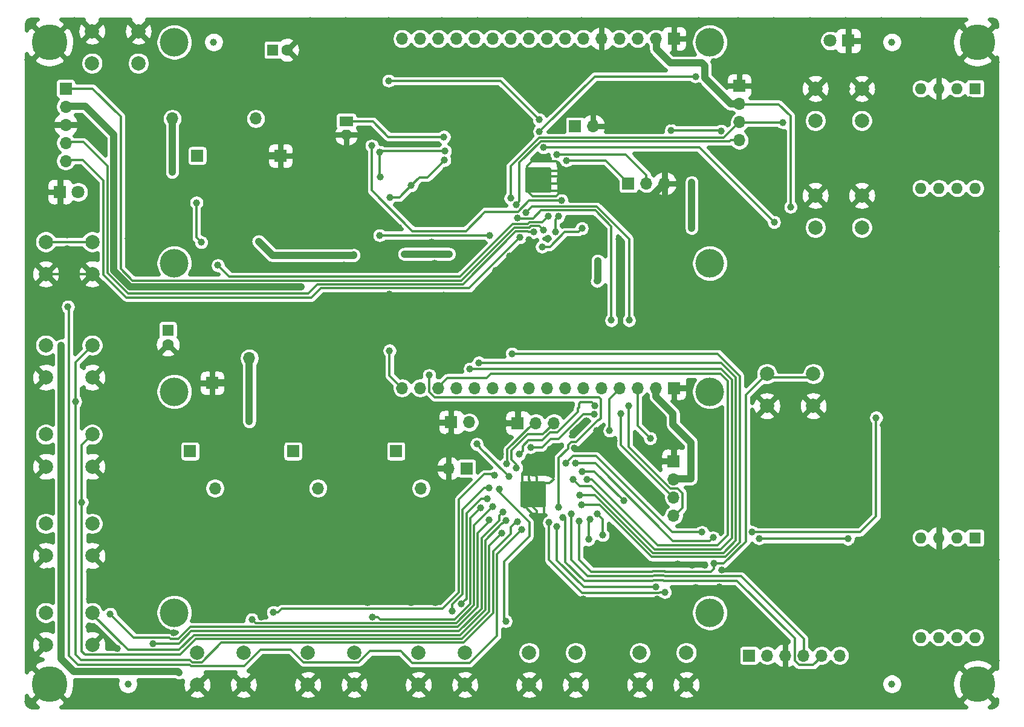
<source format=gbr>
G04 #@! TF.GenerationSoftware,KiCad,Pcbnew,(5.1.5-0-10_14)*
G04 #@! TF.CreationDate,2020-07-08T15:30:13+02:00*
G04 #@! TF.ProjectId,Main_Board_v1_3_smd,4d61696e-5f42-46f6-9172-645f76315f33,rev?*
G04 #@! TF.SameCoordinates,Original*
G04 #@! TF.FileFunction,Copper,L2,Bot*
G04 #@! TF.FilePolarity,Positive*
%FSLAX46Y46*%
G04 Gerber Fmt 4.6, Leading zero omitted, Abs format (unit mm)*
G04 Created by KiCad (PCBNEW (5.1.5-0-10_14)) date 2020-07-08 15:30:13*
%MOMM*%
%LPD*%
G04 APERTURE LIST*
%ADD10O,1.700000X1.700000*%
%ADD11R,1.700000X1.700000*%
%ADD12O,1.600000X1.600000*%
%ADD13R,1.600000X1.600000*%
%ADD14C,0.100000*%
%ADD15C,0.600000*%
%ADD16C,4.000000*%
%ADD17R,1.900000X1.400000*%
%ADD18O,1.600000X1.400000*%
%ADD19C,5.000000*%
%ADD20C,1.000000*%
%ADD21C,2.000000*%
%ADD22C,1.800000*%
%ADD23R,1.800000X1.800000*%
%ADD24C,1.600000*%
%ADD25C,1.000000*%
%ADD26C,0.350000*%
%ADD27C,0.600000*%
G04 APERTURE END LIST*
D10*
X33641814Y-53529383D03*
X33641814Y-50989383D03*
X33641814Y-48449383D03*
X33641814Y-45909383D03*
D11*
X33641814Y-43369383D03*
D12*
X161040594Y-120339383D03*
X153420594Y-106369383D03*
X158500594Y-120339383D03*
X155960594Y-106369383D03*
X155960594Y-120339383D03*
X158500594Y-106369383D03*
X153420594Y-120339383D03*
D13*
X161040594Y-106369383D03*
D12*
X161035514Y-57339383D03*
X153415514Y-43369383D03*
X158495514Y-57339383D03*
X155955514Y-43369383D03*
X155955514Y-57339383D03*
X158495514Y-43369383D03*
X153415514Y-57339383D03*
D13*
X161035514Y-43369383D03*
G04 #@! TA.AperFunction,Conductor*
D14*
G36*
X100700060Y-98469487D02*
G01*
X100724328Y-98473087D01*
X100748127Y-98479048D01*
X100771226Y-98487313D01*
X100793404Y-98497802D01*
X100814447Y-98510415D01*
X100834153Y-98525030D01*
X100852331Y-98541506D01*
X100868807Y-98559684D01*
X100883422Y-98579390D01*
X100896035Y-98600433D01*
X100906524Y-98622611D01*
X100914789Y-98645710D01*
X100920750Y-98669509D01*
X100924350Y-98693777D01*
X100925554Y-98718281D01*
X100925554Y-101818285D01*
X100924350Y-101842789D01*
X100920750Y-101867057D01*
X100914789Y-101890856D01*
X100906524Y-101913955D01*
X100896035Y-101936133D01*
X100883422Y-101957176D01*
X100868807Y-101976882D01*
X100852331Y-101995060D01*
X100834153Y-102011536D01*
X100814447Y-102026151D01*
X100793404Y-102038764D01*
X100771226Y-102049253D01*
X100748127Y-102057518D01*
X100724328Y-102063479D01*
X100700060Y-102067079D01*
X100675556Y-102068283D01*
X97575552Y-102068283D01*
X97551048Y-102067079D01*
X97526780Y-102063479D01*
X97502981Y-102057518D01*
X97479882Y-102049253D01*
X97457704Y-102038764D01*
X97436661Y-102026151D01*
X97416955Y-102011536D01*
X97398777Y-101995060D01*
X97382301Y-101976882D01*
X97367686Y-101957176D01*
X97355073Y-101936133D01*
X97344584Y-101913955D01*
X97336319Y-101890856D01*
X97330358Y-101867057D01*
X97326758Y-101842789D01*
X97325554Y-101818285D01*
X97325554Y-98718281D01*
X97326758Y-98693777D01*
X97330358Y-98669509D01*
X97336319Y-98645710D01*
X97344584Y-98622611D01*
X97355073Y-98600433D01*
X97367686Y-98579390D01*
X97382301Y-98559684D01*
X97398777Y-98541506D01*
X97416955Y-98525030D01*
X97436661Y-98510415D01*
X97457704Y-98497802D01*
X97479882Y-98487313D01*
X97502981Y-98479048D01*
X97526780Y-98473087D01*
X97551048Y-98469487D01*
X97575552Y-98468283D01*
X100675556Y-98468283D01*
X100700060Y-98469487D01*
G37*
G04 #@! TD.AperFunction*
D15*
X100625554Y-98768283D03*
X100625554Y-99768283D03*
X100625554Y-100768283D03*
X100625554Y-101768283D03*
X99625554Y-98768283D03*
X99625554Y-99768283D03*
X99625554Y-100768283D03*
X99625554Y-101768283D03*
X98625554Y-98768283D03*
X98625554Y-99768283D03*
X98625554Y-100768283D03*
X98625554Y-101768283D03*
X97625554Y-98768283D03*
X97625554Y-99768283D03*
X97625554Y-100768283D03*
X97625554Y-101768283D03*
G04 #@! TA.AperFunction,Conductor*
D14*
G36*
X101398560Y-54400487D02*
G01*
X101422828Y-54404087D01*
X101446627Y-54410048D01*
X101469726Y-54418313D01*
X101491904Y-54428802D01*
X101512947Y-54441415D01*
X101532653Y-54456030D01*
X101550831Y-54472506D01*
X101567307Y-54490684D01*
X101581922Y-54510390D01*
X101594535Y-54531433D01*
X101605024Y-54553611D01*
X101613289Y-54576710D01*
X101619250Y-54600509D01*
X101622850Y-54624777D01*
X101624054Y-54649281D01*
X101624054Y-57749285D01*
X101622850Y-57773789D01*
X101619250Y-57798057D01*
X101613289Y-57821856D01*
X101605024Y-57844955D01*
X101594535Y-57867133D01*
X101581922Y-57888176D01*
X101567307Y-57907882D01*
X101550831Y-57926060D01*
X101532653Y-57942536D01*
X101512947Y-57957151D01*
X101491904Y-57969764D01*
X101469726Y-57980253D01*
X101446627Y-57988518D01*
X101422828Y-57994479D01*
X101398560Y-57998079D01*
X101374056Y-57999283D01*
X98274052Y-57999283D01*
X98249548Y-57998079D01*
X98225280Y-57994479D01*
X98201481Y-57988518D01*
X98178382Y-57980253D01*
X98156204Y-57969764D01*
X98135161Y-57957151D01*
X98115455Y-57942536D01*
X98097277Y-57926060D01*
X98080801Y-57907882D01*
X98066186Y-57888176D01*
X98053573Y-57867133D01*
X98043084Y-57844955D01*
X98034819Y-57821856D01*
X98028858Y-57798057D01*
X98025258Y-57773789D01*
X98024054Y-57749285D01*
X98024054Y-54649281D01*
X98025258Y-54624777D01*
X98028858Y-54600509D01*
X98034819Y-54576710D01*
X98043084Y-54553611D01*
X98053573Y-54531433D01*
X98066186Y-54510390D01*
X98080801Y-54490684D01*
X98097277Y-54472506D01*
X98115455Y-54456030D01*
X98135161Y-54441415D01*
X98156204Y-54428802D01*
X98178382Y-54418313D01*
X98201481Y-54410048D01*
X98225280Y-54404087D01*
X98249548Y-54400487D01*
X98274052Y-54399283D01*
X101374056Y-54399283D01*
X101398560Y-54400487D01*
G37*
G04 #@! TD.AperFunction*
D15*
X101324054Y-57699283D03*
X100324054Y-57699283D03*
X99324054Y-57699283D03*
X98324054Y-57699283D03*
X101324054Y-56699283D03*
X100324054Y-56699283D03*
X99324054Y-56699283D03*
X98324054Y-56699283D03*
X101324054Y-55699283D03*
X100324054Y-55699283D03*
X99324054Y-55699283D03*
X98324054Y-55699283D03*
X101324054Y-54699283D03*
X100324054Y-54699283D03*
X99324054Y-54699283D03*
X98324054Y-54699283D03*
D16*
X48857854Y-85869383D03*
X48857854Y-116869383D03*
X123857854Y-116869383D03*
X123857854Y-85869383D03*
D10*
X80757854Y-85369383D03*
X83297854Y-85369383D03*
X85837854Y-85369383D03*
X88377854Y-85369383D03*
X90917854Y-85369383D03*
X93457854Y-85369383D03*
X95997854Y-85369383D03*
X98537854Y-85369383D03*
X101077854Y-85369383D03*
X103617854Y-85369383D03*
X106157854Y-85369383D03*
X108697854Y-85369383D03*
X111237854Y-85369383D03*
X113777854Y-85369383D03*
X116317854Y-85369383D03*
D11*
X118857854Y-85369383D03*
D17*
X72939854Y-47955383D03*
D18*
X72939854Y-49855383D03*
D19*
X161357854Y-126869383D03*
X31357854Y-36869383D03*
X31357854Y-126869383D03*
X161357854Y-36869383D03*
D20*
X54357854Y-36869383D03*
X42357854Y-126869383D03*
X149357854Y-126869383D03*
X149357854Y-36869383D03*
D21*
X131857854Y-87869383D03*
X131857854Y-83369383D03*
X138357854Y-87869383D03*
X138357854Y-83369383D03*
X37329754Y-39828983D03*
X37329754Y-35328983D03*
X43829754Y-39828983D03*
X43829754Y-35328983D03*
D10*
X142057854Y-122869383D03*
X139517854Y-122869383D03*
X136977854Y-122869383D03*
X134437854Y-122869383D03*
X131897854Y-122869383D03*
D11*
X129357854Y-122869383D03*
D21*
X67557854Y-122469383D03*
X67557854Y-126969383D03*
X74057854Y-122469383D03*
X74057854Y-126969383D03*
D10*
X90161894Y-90171783D03*
D11*
X87621894Y-90171783D03*
D21*
X30857854Y-79369383D03*
X30857854Y-83869383D03*
X37357854Y-79369383D03*
X37357854Y-83869383D03*
X98557854Y-122469383D03*
X98557854Y-126969383D03*
X105057854Y-122469383D03*
X105057854Y-126969383D03*
X30857854Y-64869383D03*
X30857854Y-69369383D03*
X37357854Y-64869383D03*
X37357854Y-69369383D03*
X52057854Y-122469383D03*
X52057854Y-126969383D03*
X58557854Y-122469383D03*
X58557854Y-126969383D03*
X30857854Y-104369383D03*
X30857854Y-108869383D03*
X37357854Y-104369383D03*
X37357854Y-108869383D03*
X30857854Y-91869383D03*
X30857854Y-96369383D03*
X37357854Y-91869383D03*
X37357854Y-96369383D03*
X83057854Y-122469383D03*
X83057854Y-126969383D03*
X89557854Y-122469383D03*
X89557854Y-126969383D03*
X114057854Y-122469383D03*
X114057854Y-126969383D03*
X120557854Y-122469383D03*
X120557854Y-126969383D03*
X30857854Y-116869383D03*
X30857854Y-121369383D03*
X37357854Y-116869383D03*
X37357854Y-121369383D03*
D11*
X51057854Y-94219383D03*
D10*
X54557854Y-99419383D03*
D22*
X35397854Y-57869383D03*
D23*
X32857854Y-57869383D03*
D21*
X145147954Y-62869383D03*
X145147954Y-58369383D03*
X138647954Y-62869383D03*
X138647954Y-58369383D03*
X145147954Y-47869383D03*
X145147954Y-43369383D03*
X138647954Y-47869383D03*
X138647954Y-43369383D03*
D22*
X140717854Y-36669383D03*
D23*
X143257854Y-36669383D03*
D10*
X107505014Y-48652943D03*
D11*
X104965014Y-48652943D03*
D10*
X87267854Y-96619383D03*
D11*
X89807854Y-96619383D03*
D10*
X118797854Y-103227383D03*
X118797854Y-100687383D03*
X118797854Y-98147383D03*
D11*
X118797854Y-95607383D03*
D10*
X102037854Y-90269383D03*
X99497854Y-90269383D03*
D11*
X96957854Y-90269383D03*
X65483854Y-94219383D03*
D10*
X68983854Y-99419383D03*
D11*
X79909854Y-94219383D03*
D10*
X83409854Y-99419383D03*
D11*
X54157854Y-84669383D03*
D10*
X59357854Y-81169383D03*
X128000000Y-50620000D03*
X128000000Y-48080000D03*
X128000000Y-45540000D03*
D11*
X128000000Y-43000000D03*
D10*
X117532934Y-56694583D03*
X114992934Y-56694583D03*
D11*
X112452934Y-56694583D03*
X63750974Y-52782983D03*
D10*
X60250974Y-47582983D03*
D11*
X52066974Y-52782983D03*
D10*
X48566974Y-47582983D03*
D24*
X47957854Y-79269383D03*
D13*
X47957854Y-77269383D03*
D24*
X64663854Y-37949383D03*
D13*
X62663854Y-37949383D03*
D16*
X48857854Y-36869383D03*
X48857854Y-67869383D03*
X123857854Y-67869383D03*
X123857854Y-36869383D03*
D10*
X80757854Y-36369383D03*
X83297854Y-36369383D03*
X85837854Y-36369383D03*
X88377854Y-36369383D03*
X90917854Y-36369383D03*
X93457854Y-36369383D03*
X95997854Y-36369383D03*
X98537854Y-36369383D03*
X101077854Y-36369383D03*
X103617854Y-36369383D03*
X106157854Y-36369383D03*
X108697854Y-36369383D03*
X111237854Y-36369383D03*
X113777854Y-36369383D03*
X116317854Y-36369383D03*
D11*
X118857854Y-36369383D03*
D20*
X124418874Y-39625783D03*
X48526214Y-60611263D03*
X149872214Y-47408343D03*
X130405653Y-62394342D03*
X55057854Y-105069383D03*
X84057854Y-105069383D03*
X75857854Y-105069383D03*
X69557854Y-105069383D03*
X61357854Y-105069383D03*
X46957854Y-105069383D03*
X79157854Y-86519383D03*
X140641854Y-112085383D03*
X127528196Y-59599041D03*
X89007854Y-62169381D03*
X110407854Y-59569379D03*
X119107852Y-78469383D03*
X114746552Y-64174883D03*
X139357854Y-115869383D03*
X90957854Y-55269383D03*
X108357854Y-54869383D03*
X78157854Y-78569383D03*
X114857854Y-86869383D03*
X114857854Y-86869383D03*
X114857854Y-86869383D03*
X114357854Y-52869383D03*
X114357854Y-52869383D03*
X42357854Y-64369383D03*
X38357854Y-41869383D03*
X28357854Y-39369383D03*
X28857854Y-54369383D03*
X31857854Y-54369383D03*
X73857854Y-99369383D03*
X76357854Y-95369383D03*
X75857854Y-100369383D03*
X78357854Y-102369383D03*
X81357854Y-98869383D03*
X79357854Y-96369383D03*
X81357854Y-95869383D03*
X70357854Y-91869383D03*
X72357854Y-93869383D03*
X70357854Y-96369383D03*
X65357854Y-106869383D03*
X66857854Y-103869383D03*
X55857854Y-89869383D03*
X55357854Y-94869383D03*
X57357854Y-92369383D03*
X57357854Y-95869383D03*
X54357854Y-102369383D03*
X48857854Y-91369383D03*
X48857854Y-89369383D03*
X78357854Y-91869383D03*
X63857854Y-86369383D03*
X63857854Y-82369383D03*
X57357854Y-86369383D03*
X54857854Y-78869383D03*
X50857854Y-78869383D03*
X59357854Y-78369383D03*
X73357854Y-78369383D03*
X57857854Y-58369383D03*
X60857854Y-55869383D03*
X61857854Y-48869383D03*
X65857854Y-55869383D03*
X66987774Y-57999303D03*
X69857854Y-64869383D03*
X77857854Y-65869383D03*
X85857854Y-58869383D03*
X86857854Y-54869383D03*
X84857854Y-38369383D03*
X82357854Y-39869383D03*
X88357854Y-40869383D03*
X85357854Y-44369383D03*
X90357854Y-44369383D03*
X90357854Y-47369383D03*
X91357854Y-52869383D03*
X114857854Y-45869383D03*
X126857854Y-35869383D03*
X155457854Y-39269383D03*
X151357854Y-40369383D03*
X152357854Y-36869383D03*
X157457854Y-34769383D03*
X153357854Y-33869383D03*
X147857854Y-33869383D03*
X142857854Y-33869383D03*
X137857854Y-33869383D03*
X132857854Y-33869383D03*
X127857854Y-33869383D03*
X122357854Y-33869383D03*
X105857854Y-33869383D03*
X98357854Y-33869383D03*
X91357854Y-33869383D03*
X86357854Y-33869383D03*
X78857854Y-33869383D03*
X72857854Y-33869383D03*
X67857854Y-33869383D03*
X59757855Y-33969382D03*
X53257855Y-33969382D03*
X52857854Y-38869383D03*
X48857854Y-40869383D03*
X46357854Y-39869383D03*
X40357854Y-37869383D03*
X40398253Y-34328984D03*
X28857854Y-34369383D03*
X34857854Y-33869383D03*
X28857854Y-42369383D03*
X28857854Y-45869383D03*
X28857854Y-49369383D03*
X28857854Y-60369383D03*
X28857854Y-67369383D03*
X28884283Y-73342954D03*
X28941426Y-81285811D03*
X28957854Y-89269383D03*
X28957854Y-99769383D03*
X28929282Y-112440811D03*
X28877695Y-118889224D03*
X28857854Y-123869383D03*
X28357854Y-129369383D03*
X35357854Y-129869383D03*
X40857854Y-121869383D03*
X36857854Y-118869383D03*
X37857854Y-114369383D03*
X37857854Y-111869383D03*
X37357854Y-106369383D03*
X37357854Y-101869383D03*
X37357854Y-98869383D03*
X37357854Y-93869383D03*
X37357854Y-89869383D03*
X37857854Y-81369383D03*
X37357854Y-77369383D03*
X35357854Y-79369383D03*
X35357854Y-75869383D03*
X34857854Y-71869383D03*
X36857854Y-66869383D03*
X33857854Y-65869383D03*
X33857854Y-63869383D03*
X34857854Y-55869383D03*
X37857854Y-56869383D03*
X37857854Y-62869383D03*
X40357854Y-43869383D03*
X42857854Y-50369383D03*
X45857854Y-50369383D03*
X50357854Y-49869383D03*
X51857854Y-46869383D03*
X47857854Y-44869383D03*
X43857854Y-43869383D03*
X42357854Y-41369383D03*
X53857854Y-42869383D03*
X55857854Y-45869383D03*
X58857854Y-44369383D03*
X60357854Y-41369383D03*
X59857854Y-37869383D03*
X63330855Y-35396382D03*
X56357854Y-35369383D03*
X56857854Y-40369383D03*
X64663854Y-42063383D03*
X64663854Y-46563383D03*
X67857854Y-36869383D03*
X67857854Y-40869383D03*
X67857854Y-44869383D03*
X67857854Y-48869383D03*
X71357854Y-38869383D03*
X71357854Y-42369383D03*
X75857854Y-40869383D03*
X79357854Y-40369383D03*
X82357854Y-44869383D03*
X79857854Y-44369383D03*
X75857854Y-44869383D03*
X72857854Y-43869383D03*
X77357854Y-46869383D03*
X82357854Y-47869383D03*
X81357854Y-49069383D03*
X83357854Y-48869383D03*
X80357854Y-59869383D03*
X82857854Y-61869383D03*
X80357854Y-62869383D03*
X77357854Y-60369383D03*
X74357854Y-63869383D03*
X69857854Y-61369383D03*
X71357854Y-62369383D03*
X73857854Y-60869383D03*
X74857854Y-56869383D03*
X73028844Y-55698393D03*
X69302934Y-56424303D03*
X69357854Y-51869383D03*
X71857854Y-52369383D03*
X74857854Y-53369383D03*
X77857854Y-67369383D03*
X92032855Y-65194382D03*
X88857854Y-65369383D03*
X84857854Y-64869383D03*
X85357854Y-67869383D03*
X95857854Y-66869383D03*
X93857854Y-68869383D03*
X98557854Y-64569383D03*
X101157854Y-64369383D03*
X101257854Y-66769383D03*
X99257854Y-66769383D03*
X112857854Y-62869383D03*
X116757854Y-62769383D03*
X119357854Y-64569383D03*
X127157854Y-64569383D03*
X118128196Y-59599041D03*
X123728196Y-59599041D03*
X119757854Y-57669383D03*
X123057854Y-57569383D03*
X121257854Y-53969383D03*
X125257854Y-51969383D03*
X127157854Y-53969383D03*
X132157854Y-54469383D03*
X143357854Y-49369383D03*
X140157854Y-49369383D03*
X136757854Y-51169383D03*
X134057854Y-53869383D03*
X130257854Y-57669383D03*
X128257854Y-55769383D03*
X125857854Y-56869383D03*
X123957854Y-54869383D03*
X132257854Y-59369383D03*
X133957854Y-57569383D03*
X133757854Y-60569383D03*
X136557854Y-54869383D03*
X136557854Y-56769383D03*
X139257854Y-52069383D03*
X143757854Y-52069383D03*
X145757854Y-54769383D03*
X139857854Y-55469383D03*
X142557854Y-53669383D03*
X142557854Y-56169383D03*
X141957854Y-58369383D03*
X146157854Y-61169383D03*
X143357854Y-61569383D03*
X140257854Y-61669383D03*
X136657854Y-61569383D03*
X136957854Y-60069383D03*
X131819274Y-63807963D03*
X129519274Y-61507963D03*
X133757854Y-63469383D03*
X136557854Y-63969383D03*
X135689774Y-67037463D03*
X140557854Y-63969383D03*
X145857854Y-65169383D03*
X142657854Y-64069383D03*
X140289774Y-67037463D03*
X137989774Y-67037463D03*
X147857854Y-67969383D03*
X148457854Y-58569383D03*
X148557854Y-63669383D03*
X151557854Y-64369383D03*
X151457854Y-68069383D03*
X156157854Y-67969383D03*
X154157854Y-66169383D03*
X153857854Y-67969383D03*
X163957854Y-63369383D03*
X163957854Y-68369383D03*
X150857854Y-57469383D03*
X150857854Y-54769383D03*
X149870096Y-52257141D03*
X148657854Y-43369383D03*
X156957854Y-45569383D03*
X162457854Y-51069383D03*
X159757854Y-54369383D03*
X154557854Y-54569383D03*
X153807854Y-45819383D03*
X154557854Y-51769383D03*
X158257854Y-48869383D03*
X158257854Y-51969383D03*
X163857854Y-48269383D03*
X161557854Y-45969383D03*
X162857854Y-40669383D03*
X163657854Y-43669383D03*
X163957854Y-39669383D03*
X163757854Y-34169383D03*
X145757854Y-36469383D03*
X142957854Y-39469383D03*
X138657854Y-37169383D03*
X135357854Y-37369383D03*
X129957854Y-37269383D03*
X128806434Y-40520803D03*
X121257854Y-38169383D03*
X95257854Y-46169383D03*
X96857854Y-41069383D03*
X98857854Y-43169383D03*
X101557854Y-38769383D03*
X94757854Y-37869383D03*
X97257854Y-37869383D03*
X99857854Y-37869383D03*
X94657854Y-40769383D03*
X94657854Y-43969383D03*
X96957854Y-46669383D03*
X96357854Y-52169383D03*
X94457854Y-50269383D03*
X96257854Y-48169383D03*
X103057854Y-40369383D03*
X102357854Y-37769383D03*
X99157854Y-39869383D03*
X100757854Y-41569383D03*
X85657854Y-40169383D03*
X87557854Y-43869383D03*
X108557854Y-40369383D03*
X105557854Y-45669383D03*
X108457854Y-42869383D03*
X112046534Y-42838883D03*
X112157854Y-46569383D03*
X109357854Y-45769383D03*
X110557854Y-38269383D03*
X112157854Y-38069383D03*
X112257854Y-40369383D03*
X110457854Y-40469383D03*
X113757854Y-48569383D03*
X118457854Y-46269383D03*
X118457854Y-47969383D03*
X119657854Y-43869383D03*
X122327237Y-43000000D03*
X125132854Y-45944383D03*
X123132854Y-47944383D03*
X120357854Y-47969383D03*
X122957854Y-44969383D03*
X120957854Y-45969383D03*
X133357854Y-42769383D03*
X133257854Y-38269383D03*
X136257854Y-42669383D03*
X139257854Y-40969383D03*
X141157854Y-43369383D03*
X139857854Y-45869383D03*
X146157854Y-45769383D03*
X143457854Y-46569383D03*
X143057854Y-43369383D03*
X145257854Y-40769383D03*
X146657854Y-41069383D03*
X149457854Y-40469383D03*
X147457854Y-38269383D03*
X151857854Y-38369383D03*
X136257854Y-39669383D03*
X140357854Y-39169383D03*
X46157854Y-68969383D03*
X43557854Y-69169383D03*
X42457854Y-66369383D03*
X46389655Y-60161264D03*
X45457854Y-63369383D03*
X46757854Y-65569383D03*
X51357854Y-69169383D03*
X58657854Y-67969383D03*
X62409854Y-64517383D03*
X66057854Y-64969383D03*
X66757854Y-60669383D03*
X63357854Y-74069383D03*
X59957854Y-74069383D03*
X54457854Y-74069383D03*
X49557854Y-73969383D03*
X45557854Y-74369383D03*
X41357854Y-74069383D03*
X39057854Y-72069383D03*
X68757854Y-74269383D03*
X72557854Y-74169383D03*
X75257853Y-73069384D03*
X82257854Y-72469383D03*
X86557854Y-72369383D03*
X89557854Y-72669383D03*
X91957854Y-72369383D03*
X98757854Y-68869383D03*
X105357854Y-68869383D03*
X95657854Y-72269383D03*
X99257854Y-72569383D03*
X102557854Y-72369383D03*
X105557854Y-72569383D03*
X108857854Y-72369383D03*
X111410854Y-66016383D03*
X111157854Y-64469383D03*
X111274804Y-67786333D03*
X111357854Y-72169383D03*
X113657854Y-70369383D03*
X115957854Y-67869383D03*
X117757854Y-66269383D03*
X122457854Y-64569383D03*
X125157854Y-64669383D03*
X129057854Y-66269383D03*
X131557854Y-68769383D03*
X133357854Y-70569383D03*
X137057854Y-71269383D03*
X141657854Y-71469383D03*
X146257854Y-71469383D03*
X150657854Y-71369383D03*
X154157854Y-71369383D03*
X157557854Y-71669383D03*
X159857854Y-70069383D03*
X162157854Y-66869383D03*
X162057854Y-72569383D03*
X163757854Y-74369383D03*
X163657854Y-76969383D03*
X163657854Y-80769383D03*
X163557854Y-83769383D03*
X163657854Y-87469383D03*
X160257854Y-87569383D03*
X160557854Y-81469383D03*
X161657854Y-82269383D03*
X160457854Y-90169383D03*
X163657854Y-93369383D03*
X161857854Y-91669383D03*
X163157854Y-89569383D03*
X155957854Y-88419383D03*
X151457854Y-86569383D03*
X150957854Y-87869383D03*
X151257854Y-90269383D03*
X154157854Y-87469383D03*
X159757854Y-97869383D03*
X160957854Y-95569383D03*
X158357854Y-92969383D03*
X156357854Y-89969383D03*
X157157854Y-97869383D03*
X154657854Y-97969383D03*
X151457854Y-94769383D03*
X153282854Y-91094383D03*
X155457854Y-94369383D03*
X158457854Y-96269383D03*
X151557854Y-96869383D03*
X153957854Y-102669383D03*
X150907854Y-102219383D03*
X148757854Y-104969383D03*
X149357854Y-100669383D03*
X149357854Y-96069383D03*
X148157854Y-90569383D03*
X147957854Y-88069383D03*
X147957854Y-85469383D03*
X148057854Y-83469383D03*
X151657854Y-83669383D03*
X152757854Y-82269383D03*
X153757854Y-81369383D03*
X150057854Y-80069383D03*
X148057854Y-79769383D03*
X151557854Y-77069383D03*
X154757854Y-76169383D03*
X157157854Y-76269383D03*
X159757854Y-76069383D03*
X159957854Y-73169383D03*
X156257854Y-73669383D03*
X152657854Y-72769383D03*
X152657854Y-74869383D03*
X149457854Y-73469383D03*
X149457854Y-75769383D03*
X148957854Y-77569383D03*
X146357854Y-77669383D03*
X146557854Y-75269383D03*
X147057854Y-73369383D03*
X144157854Y-72369383D03*
X144057854Y-75769383D03*
X144657854Y-80469383D03*
X149957854Y-82069383D03*
X139157854Y-73169383D03*
X141857854Y-77569383D03*
X138057854Y-76869383D03*
X136557854Y-74469383D03*
X135457854Y-73669383D03*
X130857854Y-71669383D03*
X128757854Y-69769383D03*
X128157854Y-73269383D03*
X122957854Y-73869383D03*
X121757854Y-77869383D03*
X124057854Y-78969383D03*
X127157854Y-79769383D03*
X128657854Y-81569383D03*
X129257854Y-84169383D03*
X130557854Y-81769383D03*
X133857854Y-82769383D03*
X136357854Y-82469383D03*
X140657854Y-82769383D03*
X131357854Y-78669383D03*
X128257854Y-76269383D03*
X132757854Y-74569383D03*
X133657854Y-79169383D03*
X138857854Y-79769383D03*
X141857854Y-75369383D03*
X144057854Y-83669383D03*
X141157854Y-85869383D03*
X136157854Y-85369383D03*
X133957854Y-85569383D03*
X133757854Y-90669383D03*
X136657854Y-90669383D03*
X141757854Y-89469383D03*
X143357854Y-86069383D03*
X146557854Y-87169383D03*
X144757854Y-91469383D03*
X131507854Y-92419383D03*
X130757854Y-90269383D03*
X131257854Y-95769383D03*
X132057854Y-99269383D03*
X134057854Y-101269383D03*
X134057854Y-108469383D03*
X137407854Y-112019383D03*
X136857854Y-107869383D03*
X141757854Y-107869383D03*
X144057854Y-107569383D03*
X146957854Y-107569383D03*
X151557854Y-107869383D03*
X147157854Y-105269383D03*
X145857854Y-102869383D03*
X144557854Y-104269383D03*
X145857854Y-99769383D03*
X145857854Y-96469383D03*
X145557854Y-92869383D03*
X134057854Y-103869383D03*
X136857854Y-103869383D03*
X140957854Y-103669383D03*
X135257854Y-95269383D03*
X136757854Y-99769383D03*
X140057854Y-100969383D03*
X142657854Y-101169383D03*
X141857854Y-96369383D03*
X138257854Y-95869383D03*
X140257854Y-92869383D03*
X142857854Y-92469383D03*
X143357854Y-98069383D03*
X148157854Y-108769383D03*
X147107854Y-112019383D03*
X139557854Y-109669383D03*
X150157854Y-109169383D03*
X154679104Y-109690633D03*
X152729104Y-111640633D03*
X163857854Y-104669383D03*
X159957854Y-108969383D03*
X163957854Y-109469383D03*
X163857854Y-112169383D03*
X163857854Y-115669383D03*
X163657854Y-119669383D03*
X163957854Y-123569383D03*
X163757854Y-129769383D03*
X159257854Y-111569383D03*
X156857854Y-113969383D03*
X154357854Y-115569383D03*
X151757854Y-115769383D03*
X148457854Y-115369383D03*
X145257854Y-115369383D03*
X142257854Y-115769383D03*
X136457854Y-116769383D03*
X133357854Y-120169383D03*
X138457854Y-121269383D03*
X137957854Y-119169383D03*
X140957854Y-121269383D03*
X144357854Y-118769383D03*
X145157854Y-121869383D03*
X149057854Y-118769383D03*
X150857854Y-122369383D03*
X147457854Y-122869383D03*
X145057854Y-124769383D03*
X151457854Y-125469383D03*
X157757854Y-124769383D03*
X158607854Y-129619383D03*
X155057854Y-129669383D03*
X150757854Y-129669383D03*
X154857854Y-127169383D03*
X146157854Y-129669383D03*
X140857854Y-124469383D03*
X137957854Y-125469383D03*
X134437854Y-125389383D03*
X133157854Y-124669383D03*
X129674883Y-126886412D03*
X130157854Y-129669383D03*
X134157854Y-129669383D03*
X138557854Y-129669383D03*
X142357854Y-129669383D03*
X142857854Y-126769383D03*
X147057854Y-126969383D03*
X135007854Y-127519383D03*
X140057854Y-127569383D03*
X121157854Y-84569383D03*
X125257854Y-88669383D03*
X120357854Y-87669383D03*
X120357854Y-90069383D03*
X122757854Y-88669383D03*
X122657854Y-92469383D03*
X125257854Y-90669383D03*
X122657854Y-96669383D03*
X125057854Y-96669383D03*
X125057854Y-93569383D03*
X122857854Y-94469383D03*
X122857854Y-90569383D03*
X113257854Y-96969383D03*
X108718354Y-92708883D03*
X110471076Y-92782605D03*
X96757854Y-110169383D03*
X99357854Y-109369383D03*
X101157854Y-110769383D03*
X96757854Y-112269383D03*
X99257854Y-112169383D03*
X87557854Y-111969383D03*
X87557854Y-110069383D03*
X87657854Y-107969383D03*
X87557854Y-106569383D03*
X87507854Y-103819383D03*
X87257854Y-100969383D03*
X89057854Y-98569383D03*
X85657854Y-98669383D03*
X84757854Y-97269383D03*
X85157854Y-100769383D03*
X83157854Y-101969383D03*
X81657854Y-103569383D03*
X80157854Y-105069383D03*
X80157854Y-107469383D03*
X81657854Y-107469383D03*
X82157854Y-105069383D03*
X85357854Y-103369383D03*
X82257854Y-113169383D03*
X82057854Y-110869383D03*
X79657854Y-110869383D03*
X76157854Y-113269383D03*
X75857854Y-111669383D03*
X71957854Y-107969383D03*
X71657854Y-112069383D03*
X71857854Y-109869383D03*
X73957854Y-111869383D03*
X75857854Y-106569383D03*
X73857854Y-105069383D03*
X75857854Y-108369383D03*
X80257854Y-100569383D03*
X77457854Y-97869383D03*
X78957854Y-99269383D03*
X84857854Y-91669383D03*
X82057854Y-86769383D03*
X77757854Y-88269383D03*
X76832844Y-91144393D03*
X74432864Y-91144393D03*
X80132864Y-88394373D03*
X81932864Y-88394373D03*
X81657854Y-92169383D03*
X85232854Y-89294383D03*
X83532864Y-88394373D03*
X89057854Y-92769383D03*
X92657854Y-96369383D03*
X91557854Y-96569383D03*
X90907854Y-94619383D03*
X88677853Y-94789382D03*
X87257854Y-94169383D03*
X84857854Y-94269383D03*
X87257854Y-92069383D03*
X95657854Y-92369383D03*
X94507854Y-94619383D03*
X59157854Y-105069383D03*
X55857854Y-101569383D03*
X50757854Y-106969383D03*
X52757854Y-107769383D03*
X52957854Y-105069383D03*
X48857854Y-103869383D03*
X44557854Y-105169383D03*
X46957854Y-107969383D03*
X28957854Y-105869383D03*
X28957854Y-93269383D03*
X28957854Y-85169383D03*
X40957854Y-76269383D03*
X41257854Y-80769383D03*
X45157854Y-77369383D03*
X45657854Y-81669383D03*
X48357854Y-82069383D03*
X51757854Y-81269383D03*
X54357854Y-81369383D03*
X57457854Y-81769383D03*
X61657854Y-82469383D03*
X61657854Y-86269383D03*
X51957854Y-86669383D03*
X50457854Y-83269383D03*
X46157854Y-83969383D03*
X45957854Y-87869383D03*
X46257854Y-91169383D03*
X43457854Y-92769383D03*
X42357854Y-95969383D03*
X41057854Y-89769383D03*
X41057854Y-84869383D03*
X41257854Y-93569383D03*
X43857854Y-88469383D03*
X43857854Y-83069383D03*
X43257854Y-78169383D03*
X41057854Y-100469383D03*
X41357854Y-105469383D03*
X43157854Y-108069383D03*
X41357854Y-110169383D03*
X47057854Y-111269383D03*
X41257854Y-113869383D03*
X42057854Y-117269383D03*
X44157854Y-119269383D03*
X48757854Y-119669383D03*
X45657854Y-117669383D03*
X44757854Y-113769383D03*
X48257854Y-113669383D03*
X50657854Y-110969383D03*
X53357854Y-111069383D03*
X51057854Y-114269383D03*
X51857854Y-117169383D03*
X54257854Y-113569383D03*
X54357854Y-116669383D03*
X58457854Y-114969383D03*
X61057854Y-117469383D03*
X60557854Y-123969383D03*
X64257854Y-123969383D03*
X61257854Y-129569383D03*
X64757854Y-129569383D03*
X35257854Y-126669383D03*
X37957854Y-126769383D03*
X40457854Y-126769383D03*
X44457854Y-126769383D03*
X39457854Y-129869383D03*
X44457854Y-129869383D03*
X47757854Y-126669383D03*
X49557854Y-126869383D03*
X49307854Y-129719383D03*
X53057854Y-129969383D03*
X54657854Y-126969383D03*
X56257854Y-126969383D03*
X57057854Y-129769383D03*
X61457854Y-126969383D03*
X64557854Y-126969383D03*
X63657854Y-114969383D03*
X66657854Y-114869383D03*
X67757854Y-110969383D03*
X65357854Y-111069383D03*
X61257854Y-111669383D03*
X57457854Y-111669383D03*
X57457854Y-108069383D03*
X61057854Y-113869383D03*
X63957854Y-112669383D03*
X69357854Y-114369383D03*
X76257854Y-123869383D03*
X80057854Y-123869383D03*
X78357854Y-123869383D03*
X62657854Y-123869383D03*
X69657854Y-129869383D03*
X70157854Y-126969383D03*
X71657854Y-126969383D03*
X73057854Y-129869383D03*
X76557854Y-129969383D03*
X76757854Y-126969383D03*
X80357854Y-126969383D03*
X81257854Y-129869383D03*
X85557854Y-126969383D03*
X87157854Y-126969383D03*
X86457854Y-129869383D03*
X92557854Y-126969383D03*
X95757854Y-126969383D03*
X92957854Y-129669383D03*
X95957854Y-129869383D03*
X123198434Y-126909963D03*
X127084304Y-126895833D03*
X127157854Y-129669383D03*
X122957854Y-129669383D03*
X118557854Y-129669383D03*
X114157854Y-129769383D03*
X110457854Y-129969383D03*
X105257854Y-129869383D03*
X100957854Y-129769383D03*
X101057854Y-126969383D03*
X102557854Y-128469383D03*
X107657854Y-128069383D03*
X111557854Y-126969383D03*
X108857854Y-126969383D03*
X111757854Y-128669383D03*
X117057854Y-126969383D03*
X117257854Y-128769383D03*
X119157854Y-113569383D03*
X126957854Y-113669383D03*
X129157854Y-111169383D03*
X128557854Y-117769383D03*
X103757854Y-113969383D03*
X116727754Y-101284283D03*
X115406954Y-100905823D03*
X120457854Y-104269383D03*
X121657854Y-104469383D03*
X106157854Y-114969383D03*
X111257854Y-115169383D03*
X116457854Y-114969383D03*
X118357854Y-115269383D03*
X101957854Y-114869383D03*
X104357854Y-115269383D03*
X108757854Y-115169383D03*
X113957854Y-115169383D03*
X121857854Y-113369383D03*
X125157854Y-113269383D03*
X121057854Y-115569383D03*
X119957854Y-118269383D03*
X118557854Y-121169383D03*
X121357854Y-120369383D03*
X122057854Y-123669383D03*
X123957854Y-123669383D03*
X124157854Y-120169383D03*
X127057854Y-121669383D03*
X129657854Y-120569383D03*
X129257854Y-115969383D03*
X126857854Y-116469383D03*
X126857854Y-119669383D03*
X132357854Y-113669383D03*
X134357854Y-113669383D03*
X129857854Y-107769383D03*
X130557854Y-108869383D03*
X129057854Y-108769383D03*
X82057854Y-115469383D03*
X85440034Y-115414303D03*
X75957854Y-115469383D03*
X73457854Y-114969383D03*
X71257854Y-114669383D03*
X67757854Y-112969383D03*
X69557854Y-101769383D03*
X70657854Y-99769383D03*
X84157854Y-78569383D03*
X89157854Y-78569383D03*
X92557854Y-76769383D03*
X95057854Y-78869383D03*
X98357854Y-78969383D03*
X101957854Y-79169383D03*
X106357854Y-78969383D03*
X108557854Y-78769383D03*
X108257854Y-76469383D03*
X111257854Y-78369383D03*
X111257854Y-77169383D03*
X114057854Y-78869383D03*
X114057854Y-77169383D03*
X117057854Y-78769383D03*
X117657854Y-75269383D03*
X117257854Y-71669383D03*
X119957854Y-68569383D03*
X120257854Y-72969383D03*
X105157854Y-74169383D03*
X104457854Y-76769383D03*
X100357854Y-74369383D03*
X100357854Y-76669383D03*
X96557854Y-76669383D03*
X94057854Y-74869383D03*
X84357854Y-74169383D03*
X80857854Y-77069383D03*
X77857854Y-75569383D03*
X76057854Y-77569383D03*
X69857854Y-77069383D03*
X65557854Y-77469383D03*
X62457854Y-77469383D03*
X66257854Y-75469383D03*
X67857854Y-78069383D03*
X57857854Y-75169383D03*
X87557854Y-76069383D03*
X90457854Y-75269383D03*
X113557854Y-91969383D03*
X115757854Y-93869383D03*
X116419854Y-95607383D03*
X119557854Y-93369383D03*
X116457854Y-90469383D03*
X114839765Y-88451294D03*
X101457854Y-93969383D03*
X104843094Y-93783663D03*
X106542354Y-89968583D03*
X108021907Y-91305330D03*
X109333748Y-93945277D03*
X113757854Y-93369383D03*
X113757854Y-109869383D03*
X119357854Y-110069383D03*
X110457854Y-105869383D03*
X107657854Y-109569383D03*
X110357854Y-107869383D03*
X111357854Y-109469383D03*
X112657854Y-108169383D03*
X123157854Y-110169383D03*
X121357854Y-110169383D03*
X62409854Y-68117383D03*
X67357854Y-68269383D03*
X72657854Y-68169383D03*
X32757854Y-61269383D03*
X36757854Y-60569383D03*
X37757854Y-59069383D03*
X30957854Y-51269383D03*
X30957854Y-47569383D03*
X31057854Y-43069383D03*
X31357854Y-40869383D03*
X31157854Y-61069383D03*
X29657854Y-57869383D03*
X31557854Y-77369383D03*
X28907141Y-76520096D03*
X38857854Y-74769383D03*
X52057854Y-75869383D03*
X37957854Y-86869383D03*
X38757854Y-85669383D03*
X38657854Y-90169383D03*
X38757854Y-93169383D03*
X38857854Y-98369383D03*
X38757854Y-102969383D03*
X38657854Y-100269383D03*
X36957854Y-114969383D03*
X36957854Y-111169383D03*
X31657854Y-114869383D03*
X31057854Y-111069383D03*
X31457854Y-118769383D03*
X28908648Y-115020177D03*
X104745486Y-91681753D03*
X78982853Y-72194426D03*
X94632294Y-57042563D03*
X125500914Y-110900723D03*
X104454474Y-87756243D03*
X42357854Y-64369383D03*
X91543654Y-91817703D03*
X160257854Y-44969383D03*
X161557854Y-97569383D03*
X163857854Y-102369383D03*
X162457854Y-103769383D03*
X157057854Y-87069383D03*
X159757854Y-77269383D03*
X161857854Y-74469383D03*
X34357854Y-40369383D03*
X35857854Y-37869383D03*
X35357854Y-41869383D03*
X38857854Y-51369383D03*
X37357854Y-49869383D03*
X35857854Y-47369383D03*
X35357854Y-49869383D03*
X45357854Y-54169383D03*
X46957854Y-54869383D03*
X162657854Y-58269383D03*
X162557854Y-62169383D03*
X163857854Y-60869383D03*
X160057854Y-66069383D03*
X157057854Y-66569383D03*
X159957854Y-40569383D03*
X155257854Y-34169383D03*
X150957854Y-34469383D03*
X159357854Y-34769383D03*
X86626214Y-50146463D03*
X48546534Y-55104543D03*
X112507854Y-87869383D03*
X101352486Y-104237284D03*
X112557854Y-75869383D03*
X98085018Y-60769350D03*
X117565954Y-113991903D03*
X111407854Y-88969383D03*
X102457844Y-104769383D03*
X110057854Y-75869383D03*
X116265474Y-113252763D03*
X96946093Y-61494349D03*
X52625774Y-64934343D03*
X51957854Y-59369383D03*
X82044054Y-56979063D03*
X79021454Y-58645303D03*
X86699670Y-53435724D03*
X77654934Y-52281343D03*
X86773534Y-52137823D03*
X77657852Y-55769383D03*
X102427554Y-52605183D03*
X103761054Y-53456083D03*
X132864374Y-62109863D03*
X100557854Y-51626892D03*
X118460034Y-49211743D03*
X125460274Y-49336203D03*
X121857853Y-41669383D03*
X100003520Y-49401861D03*
X54957854Y-68169383D03*
X101193114Y-61302143D03*
X76511934Y-51380903D03*
X103090510Y-59069361D03*
X92976214Y-103862383D03*
X39887862Y-117069383D03*
X87357854Y-66569383D03*
X121325154Y-56516783D03*
X121325154Y-62917583D03*
X108157313Y-67515482D03*
X108057854Y-70369381D03*
X135175776Y-59969383D03*
X81057856Y-66569381D03*
X66621860Y-71144404D03*
X60647094Y-64787023D03*
X73997334Y-66727583D03*
X77609214Y-63953903D03*
X100357854Y-65569383D03*
X93057854Y-63969383D03*
X105957862Y-62969383D03*
X97257854Y-64244391D03*
X99165936Y-63504494D03*
X96710008Y-59644905D03*
X134078494Y-48124623D03*
X95944509Y-58753465D03*
X59357854Y-90069383D03*
X33007854Y-79419377D03*
X33007854Y-111669383D03*
X33007854Y-99869383D03*
X49507855Y-125269382D03*
X118707854Y-90519383D03*
X33007850Y-86669383D03*
X33757854Y-124069383D03*
X106882714Y-106605583D03*
X107078294Y-103796343D03*
X108129854Y-103034343D03*
X108850200Y-106000083D03*
X100558114Y-63212221D03*
X103263214Y-103486463D03*
X104474794Y-103034343D03*
X105546674Y-104002083D03*
X124459514Y-109981243D03*
X143207854Y-106519383D03*
X130757854Y-106469385D03*
X124313089Y-106326715D03*
X105003114Y-95935043D03*
X147157854Y-89519383D03*
X103710196Y-95894403D03*
X122757854Y-105569383D03*
X129787861Y-105569383D03*
X95394294Y-95952823D03*
X96757858Y-96569383D03*
X91207854Y-93219383D03*
X95733373Y-97771935D03*
X78879214Y-42292783D03*
X99945285Y-47722614D03*
X79007854Y-80119383D03*
X115507854Y-92419383D03*
X98757858Y-93669383D03*
X107660924Y-89054181D03*
X107757854Y-87869383D03*
X97157854Y-94669383D03*
X109824034Y-91335102D03*
X96157852Y-80569383D03*
X105871794Y-101746563D03*
X105655894Y-100390203D03*
X91507854Y-81814373D03*
X90257854Y-82669383D03*
X104724109Y-98213559D03*
X106618124Y-98209410D03*
X84557854Y-83569391D03*
X102664942Y-102117825D03*
X62707854Y-116819383D03*
X93657854Y-97569383D03*
X111807854Y-101169383D03*
X105942914Y-97047563D03*
X102212505Y-63451274D03*
X102657854Y-61294392D03*
X35907854Y-101369385D03*
X94708494Y-105757223D03*
X35007854Y-87269383D03*
X96936851Y-104078379D03*
X94357854Y-99569373D03*
X95295234Y-118055903D03*
X87757854Y-116669383D03*
X92954695Y-99381042D03*
X92712054Y-100870263D03*
X89059085Y-115646855D03*
X33957854Y-73969383D03*
X97502494Y-105246683D03*
X95297774Y-103903023D03*
X94868514Y-102760023D03*
X45857854Y-121214373D03*
X91751934Y-102196145D03*
X76628720Y-117481993D03*
X59707854Y-117819383D03*
X93410235Y-102022271D03*
D25*
X107697854Y-48272143D02*
X107591374Y-48378623D01*
X50614094Y-56476143D02*
X48526214Y-58564023D01*
X57512734Y-56476143D02*
X50614094Y-56476143D01*
X61205894Y-52782983D02*
X57512734Y-56476143D01*
X48526214Y-58564023D02*
X48526214Y-60611263D01*
X63750974Y-52782983D02*
X61205894Y-52782983D01*
X56007854Y-84669383D02*
X57357854Y-86019383D01*
X54157854Y-84669383D02*
X56007854Y-84669383D01*
X57357854Y-86019383D02*
X57357854Y-86369383D01*
X57357854Y-102769383D02*
X55057854Y-105069383D01*
X55057854Y-105069383D02*
X59157854Y-105069383D01*
X46957854Y-105069383D02*
X52957854Y-105069383D01*
X130405653Y-62394342D02*
X129519274Y-61507963D01*
X127610352Y-59599041D02*
X127528196Y-59599041D01*
X114658138Y-59569379D02*
X110407854Y-59569379D01*
X117532934Y-56694583D02*
X114658138Y-59569379D01*
X111044250Y-59569379D02*
X110407854Y-59569379D01*
X114757854Y-63282983D02*
X111044250Y-59569379D01*
X114757854Y-74119385D02*
X114757854Y-63282983D01*
X119107852Y-78469383D02*
X114757854Y-74119385D01*
X139357854Y-113369383D02*
X140641854Y-112085383D01*
X139357854Y-115869383D02*
X139357854Y-113369383D01*
D26*
X37357854Y-69369383D02*
X30957854Y-69369383D01*
X30957854Y-69369383D02*
X30857854Y-69469383D01*
D25*
X130905652Y-62894341D02*
X130405653Y-62394342D01*
X133180694Y-65169383D02*
X130905652Y-62894341D01*
X147057854Y-65169383D02*
X145857854Y-65169383D01*
X149872214Y-62355023D02*
X148557854Y-63669383D01*
X149872214Y-47408343D02*
X149872214Y-62355023D01*
X89007854Y-57219383D02*
X90457855Y-55769382D01*
X90457855Y-55769382D02*
X90957854Y-55269383D01*
X89007854Y-62169381D02*
X89007854Y-57219383D01*
X110407854Y-59569379D02*
X108357854Y-57519379D01*
X108357854Y-57519379D02*
X108357854Y-54869383D01*
D26*
X79157854Y-86519383D02*
X77657855Y-85019384D01*
X77657855Y-79069382D02*
X78157854Y-78569383D01*
X77657855Y-85019384D02*
X77657855Y-79069382D01*
D25*
X57357854Y-92369383D02*
X57357854Y-95869383D01*
X57357854Y-95869383D02*
X57357854Y-102769383D01*
X57357854Y-86369383D02*
X57357854Y-92369383D01*
X129519274Y-61507963D02*
X127610352Y-59599041D01*
X145857854Y-65169383D02*
X133180694Y-65169383D01*
X148557854Y-63669383D02*
X147057854Y-65169383D01*
X80157854Y-105069383D02*
X82157854Y-105069383D01*
X82157854Y-105069383D02*
X84057854Y-105069383D01*
X73857854Y-105069383D02*
X80157854Y-105069383D01*
X59157854Y-105069383D02*
X73857854Y-105069383D01*
X52957854Y-105069383D02*
X55057854Y-105069383D01*
D26*
X101798318Y-55682616D02*
X101811551Y-55669383D01*
X101374054Y-55682616D02*
X101798318Y-55682616D01*
X101811551Y-55669383D02*
X102957854Y-55669383D01*
X99125554Y-102068283D02*
X99657854Y-102600583D01*
X99125554Y-100268283D02*
X99125554Y-102068283D01*
X99657854Y-102600583D02*
X99657854Y-103469383D01*
X99642221Y-98718283D02*
X99642221Y-97853750D01*
X99642221Y-97853750D02*
X99057854Y-97269383D01*
X100675554Y-98718283D02*
X101408954Y-98718283D01*
X101408954Y-98718283D02*
X101957854Y-98169383D01*
X98608887Y-98294019D02*
X98557854Y-98242986D01*
X98608887Y-98718283D02*
X98608887Y-98294019D01*
X98557854Y-98242986D02*
X98557854Y-97369383D01*
X97575554Y-98718283D02*
X97575554Y-97451683D01*
X97875553Y-102118282D02*
X98106753Y-102118282D01*
X97575554Y-101818283D02*
X97875553Y-102118282D01*
X98106753Y-102118282D02*
X99157854Y-103169383D01*
X100675554Y-101818283D02*
X100675554Y-103087083D01*
X98274054Y-54225019D02*
X98929690Y-53569383D01*
X98274054Y-54649283D02*
X98274054Y-54225019D01*
X98929690Y-53569383D02*
X102357854Y-53569383D01*
X102357854Y-53569383D02*
X102557854Y-53769383D01*
X101674053Y-54949282D02*
X102837753Y-54949282D01*
X101374054Y-54649283D02*
X101674053Y-54949282D01*
X101374054Y-56715950D02*
X102804421Y-56715950D01*
X101374054Y-57749283D02*
X102637754Y-57749283D01*
X98274054Y-57749283D02*
X98994154Y-58469383D01*
X98994154Y-58469383D02*
X102257854Y-58469383D01*
X102257854Y-58469383D02*
X102357854Y-58469383D01*
X102357854Y-58469383D02*
X103157854Y-57669383D01*
D25*
X106443975Y-90016521D02*
X104778743Y-91681753D01*
X104778743Y-91681753D02*
X104745486Y-91681753D01*
D26*
X76657854Y-47969383D02*
X72957854Y-47969383D01*
X78834934Y-50146463D02*
X76657854Y-47969383D01*
X86626214Y-50146463D02*
X78834934Y-50146463D01*
D25*
X48566974Y-55084103D02*
X48546534Y-55104543D01*
X48566974Y-47582983D02*
X48566974Y-55084103D01*
D26*
X120022855Y-102154382D02*
X118857854Y-103319383D01*
X120022855Y-100099382D02*
X120022855Y-102154382D01*
X112457854Y-93619383D02*
X118300853Y-99462382D01*
X119385855Y-99462382D02*
X120022855Y-100099382D01*
X118300853Y-99462382D02*
X119385855Y-99462382D01*
X112457854Y-87919383D02*
X112457854Y-93619383D01*
X112507854Y-87869383D02*
X112457854Y-87919383D01*
X101352486Y-109464015D02*
X105957854Y-114069383D01*
X105957854Y-114069383D02*
X116002454Y-114069383D01*
X116047453Y-114114382D02*
X116736369Y-114114382D01*
X116002454Y-114069383D02*
X116047453Y-114114382D01*
X116736369Y-114114382D02*
X116858848Y-113991903D01*
X116858848Y-113991903D02*
X117565954Y-113991903D01*
X101352486Y-104237284D02*
X101352486Y-109464015D01*
X112557854Y-75869383D02*
X112557854Y-64456806D01*
X98934997Y-59919371D02*
X98585017Y-60269351D01*
X98585017Y-60269351D02*
X98085018Y-60769350D01*
X108020419Y-59919371D02*
X98934997Y-59919371D01*
X112557854Y-64456806D02*
X108020419Y-59919371D01*
X111407854Y-88969383D02*
X111407854Y-93369383D01*
X111407854Y-93369383D02*
X118707854Y-100669383D01*
X115558368Y-113252763D02*
X116265474Y-113252763D01*
X102457844Y-109519373D02*
X106191234Y-113252763D01*
X102457844Y-104769383D02*
X102457844Y-109519373D01*
X106191234Y-113252763D02*
X115558368Y-113252763D01*
X97071094Y-61619350D02*
X96946093Y-61494349D01*
X110057854Y-75869383D02*
X110057854Y-62699283D01*
X110057854Y-62699283D02*
X107802953Y-60444382D01*
X98352174Y-61604462D02*
X98337286Y-61619350D01*
X99087529Y-61604462D02*
X98352174Y-61604462D01*
X98337286Y-61619350D02*
X97071094Y-61619350D01*
X100247609Y-60444382D02*
X99087529Y-61604462D01*
X107802953Y-60444382D02*
X100247609Y-60444382D01*
X52625774Y-64934343D02*
X51957854Y-64266423D01*
X51957854Y-64266423D02*
X51957854Y-59369383D01*
X80377814Y-58645303D02*
X79021454Y-58645303D01*
X82044054Y-56979063D02*
X80377814Y-58645303D01*
X86249671Y-53885723D02*
X86249671Y-53885966D01*
X86699670Y-53435724D02*
X86249671Y-53885723D01*
X86249671Y-53885966D02*
X84299574Y-55836063D01*
X83187054Y-55836063D02*
X82044054Y-56979063D01*
X84299574Y-55836063D02*
X83187054Y-55836063D01*
X77654934Y-55766465D02*
X77657852Y-55769383D01*
X77654934Y-52281343D02*
X77654934Y-55766465D01*
X77798454Y-52137823D02*
X77654934Y-52281343D01*
X86773534Y-52137823D02*
X77798454Y-52137823D01*
X108637854Y-52605183D02*
X102427554Y-52605183D01*
X112105615Y-52605183D02*
X108637854Y-52605183D01*
X114992934Y-55492502D02*
X112105615Y-52605183D01*
X114992934Y-56694583D02*
X114992934Y-55492502D01*
X112457853Y-56769382D02*
X112307850Y-56919385D01*
X103761054Y-53456083D02*
X109260154Y-53456083D01*
X109260154Y-53456083D02*
X112498654Y-56694583D01*
X101264960Y-51626892D02*
X100557854Y-51626892D01*
X122381403Y-51626892D02*
X101264960Y-51626892D01*
X132864374Y-62109863D02*
X122381403Y-51626892D01*
X125335814Y-49211743D02*
X125460274Y-49336203D01*
X118460034Y-49211743D02*
X125335814Y-49211743D01*
X121857853Y-41669383D02*
X107735998Y-41669383D01*
X107735998Y-41669383D02*
X100503519Y-48901862D01*
X100503519Y-48901862D02*
X100003520Y-49401861D01*
X100693115Y-61802142D02*
X101193114Y-61302143D01*
X100365784Y-62129473D02*
X100693115Y-61802142D01*
X98354754Y-62344359D02*
X98569640Y-62129473D01*
X96261512Y-62344359D02*
X98354754Y-62344359D01*
X98569640Y-62129473D02*
X100365784Y-62129473D01*
X88836488Y-69769383D02*
X96261512Y-62344359D01*
X56557854Y-69769383D02*
X88836488Y-69769383D01*
X54957854Y-68169383D02*
X56557854Y-69769383D01*
X76511934Y-57652785D02*
X82203543Y-63344394D01*
X92382888Y-60644347D02*
X96978766Y-60644347D01*
X102383404Y-59069361D02*
X103090510Y-59069361D01*
X82203543Y-63344394D02*
X89682841Y-63344394D01*
X76511934Y-51380903D02*
X76511934Y-57652785D01*
X89682841Y-63344394D02*
X92382888Y-60644347D01*
X96978766Y-60644347D02*
X98553752Y-59069361D01*
X98553752Y-59069361D02*
X102383404Y-59069361D01*
X49430853Y-120524384D02*
X48347453Y-120524384D01*
X40387861Y-117569382D02*
X39887862Y-117069383D01*
X43177850Y-120359371D02*
X40387861Y-117569382D01*
X48182440Y-120359371D02*
X43177850Y-120359371D01*
X48347453Y-120524384D02*
X48182440Y-120359371D01*
X51088225Y-118867012D02*
X49430853Y-120524384D01*
X88547191Y-118867012D02*
X51088225Y-118867012D01*
X91367899Y-116046304D02*
X88547191Y-118867012D01*
X92846674Y-104217983D02*
X91367900Y-105696757D01*
X91367900Y-105696757D02*
X91367899Y-116046304D01*
D25*
X121325154Y-56516783D02*
X121325154Y-62930283D01*
X108157313Y-70269922D02*
X108057854Y-70369381D01*
X108157313Y-67515482D02*
X108157313Y-70269922D01*
D26*
X135175776Y-59262277D02*
X135175776Y-59969383D01*
X133507854Y-45569383D02*
X135175776Y-47237305D01*
X128007854Y-45569383D02*
X133507854Y-45569383D01*
X135175776Y-47237305D02*
X135175776Y-59262277D01*
D25*
X87357854Y-66569383D02*
X81057859Y-66569384D01*
X81057859Y-66569384D02*
X81057856Y-66569381D01*
X65914754Y-71144404D02*
X66621860Y-71144404D01*
X42632875Y-71144404D02*
X65914754Y-71144404D01*
X40357854Y-68869383D02*
X42632875Y-71144404D01*
X40357854Y-50059383D02*
X40357854Y-68869383D01*
X116357854Y-37829385D02*
X116357854Y-36369383D01*
X118297852Y-39769383D02*
X116357854Y-37829385D01*
X122726054Y-39769383D02*
X118297852Y-39769383D01*
X123141254Y-40184583D02*
X122726054Y-39769383D01*
X123141254Y-41883335D02*
X123141254Y-40184583D01*
X126797919Y-45540000D02*
X123141254Y-41883335D01*
X128000000Y-45540000D02*
X126797919Y-45540000D01*
X40357854Y-50059383D02*
X40357854Y-49869383D01*
X40357854Y-49869383D02*
X36357854Y-45869383D01*
X36357854Y-45869383D02*
X33857854Y-45869383D01*
X73971934Y-66752983D02*
X73997334Y-66727583D01*
X62613054Y-66752983D02*
X73971934Y-66752983D01*
X60647094Y-64787023D02*
X62613054Y-66752983D01*
D26*
X93042374Y-63953903D02*
X93057854Y-63969383D01*
X77609214Y-63953903D02*
X93042374Y-63953903D01*
X105457863Y-63469382D02*
X105957862Y-62969383D01*
X103557855Y-63469382D02*
X105457863Y-63469382D01*
X101457854Y-65569383D02*
X103557855Y-63469382D01*
X100357854Y-65569383D02*
X101457854Y-65569383D01*
X96757855Y-64744390D02*
X97257854Y-64244391D01*
X68057854Y-72669383D02*
X69382821Y-71344416D01*
X42177925Y-72669383D02*
X68057854Y-72669383D01*
X33707854Y-53369383D02*
X36047854Y-53369383D01*
X38957834Y-56279363D02*
X38957834Y-69449292D01*
X36047854Y-53369383D02*
X38957834Y-56279363D01*
X90157829Y-71344416D02*
X96757855Y-64744390D01*
X69382821Y-71344416D02*
X90157829Y-71344416D01*
X38957834Y-69449292D02*
X42177925Y-72669383D01*
X96696444Y-63394381D02*
X98348717Y-63394381D01*
X89271420Y-70819405D02*
X96696444Y-63394381D01*
X68907832Y-70819405D02*
X89271420Y-70819405D01*
X67582865Y-72144372D02*
X68907832Y-70819405D01*
X98458830Y-63504494D02*
X99165936Y-63504494D01*
X98348717Y-63394381D02*
X98458830Y-63504494D01*
X39482845Y-54264374D02*
X39482845Y-69231826D01*
X42395391Y-72144372D02*
X67582865Y-72144372D01*
X33707854Y-50869383D02*
X36087854Y-50869383D01*
X39482845Y-69231826D02*
X42395391Y-72144372D01*
X36087854Y-50869383D02*
X39482845Y-54264374D01*
X100190053Y-50776882D02*
X97210007Y-53756928D01*
X126797919Y-50620000D02*
X126641037Y-50776882D01*
X97210007Y-53756928D02*
X97210007Y-59144906D01*
X128000000Y-50620000D02*
X126797919Y-50620000D01*
X97210007Y-59144906D02*
X96710008Y-59644905D01*
X126641037Y-50776882D02*
X100190053Y-50776882D01*
X134078494Y-48124623D02*
X128007894Y-48124623D01*
X128000000Y-48080000D02*
X125828129Y-50251871D01*
X99972587Y-50251871D02*
X95944509Y-54279949D01*
X95944509Y-58046359D02*
X95944509Y-58753465D01*
X95944509Y-54279949D02*
X95944509Y-58046359D01*
X125828129Y-50251871D02*
X99972587Y-50251871D01*
D25*
X59357854Y-81169383D02*
X59357854Y-90069383D01*
X116317854Y-86571464D02*
X118707854Y-88961464D01*
X116317854Y-85369383D02*
X116317854Y-86571464D01*
X118707854Y-88961464D02*
X118707854Y-90519383D01*
X121207854Y-98069383D02*
X121207854Y-93019383D01*
X121207854Y-93019383D02*
X118707854Y-90519383D01*
X118875854Y-98069383D02*
X121207854Y-98069383D01*
X118797854Y-98147383D02*
X118875854Y-98069383D01*
X33007854Y-123319383D02*
X33007854Y-79419383D01*
X34807853Y-125119382D02*
X33007854Y-123319383D01*
X49357855Y-125119382D02*
X34807853Y-125119382D01*
X49507855Y-125269382D02*
X49357855Y-125119382D01*
D26*
X106882714Y-106605583D02*
X106882714Y-103991923D01*
X106882714Y-103991923D02*
X107078294Y-103796343D01*
X108850200Y-103754689D02*
X108850200Y-106000083D01*
X108129854Y-103034343D02*
X108850200Y-103754689D01*
X100058115Y-62712222D02*
X100558114Y-63212221D01*
X100000377Y-62654484D02*
X100058115Y-62712222D01*
X96478978Y-62869370D02*
X98572220Y-62869370D01*
X89053954Y-70294394D02*
X96478978Y-62869370D01*
X98787106Y-62654484D02*
X100000377Y-62654484D01*
X41357854Y-68631931D02*
X43020317Y-70294394D01*
X41357854Y-47319383D02*
X41357854Y-68631931D01*
X98572220Y-62869370D02*
X98787106Y-62654484D01*
X33707854Y-43369383D02*
X37407854Y-43369383D01*
X37407854Y-43369383D02*
X41357854Y-47319383D01*
X43020317Y-70294394D02*
X89053954Y-70294394D01*
X135757854Y-120469383D02*
X127687794Y-112399323D01*
X115971912Y-112321561D02*
X115894150Y-112399323D01*
X103633165Y-103660834D02*
X103253054Y-103280723D01*
X127687794Y-112399323D02*
X117414038Y-112399323D01*
X139557854Y-122969383D02*
X138357854Y-124169383D01*
X117414038Y-112399323D02*
X117336276Y-112321561D01*
X135757854Y-123569383D02*
X135757854Y-120469383D01*
X117336276Y-112321561D02*
X115971912Y-112321561D01*
X106285814Y-112399323D02*
X103633165Y-109746674D01*
X138357854Y-124169383D02*
X136357854Y-124169383D01*
X136357854Y-124169383D02*
X135757854Y-123569383D01*
X103633165Y-109746674D02*
X103633165Y-103660834D01*
X115894150Y-112399323D02*
X106285814Y-112399323D01*
X104474794Y-103741449D02*
X104474794Y-103034343D01*
X117380553Y-111616290D02*
X116062254Y-111616291D01*
X116062254Y-111616291D02*
X115909152Y-111769393D01*
X128257864Y-111769393D02*
X117533656Y-111769393D01*
X117533656Y-111769393D02*
X117380553Y-111616290D01*
X137057854Y-122869383D02*
X137057854Y-120569383D01*
X115909152Y-111769393D02*
X106757864Y-111769393D01*
X137057854Y-120569383D02*
X128257864Y-111769393D01*
X106757864Y-111769393D02*
X104474794Y-109486323D01*
X104474794Y-109486323D02*
X104474794Y-103741449D01*
X138357854Y-83869383D02*
X131357854Y-83869383D01*
X128932851Y-106862712D02*
X125814320Y-109981243D01*
X125166620Y-109981243D02*
X124459514Y-109981243D01*
X131357854Y-83869383D02*
X128932851Y-86294386D01*
X128932851Y-86294386D02*
X128932851Y-106862712D01*
X125814320Y-109981243D02*
X125166620Y-109981243D01*
X124459514Y-110688349D02*
X124459514Y-109981243D01*
X115842718Y-111086281D02*
X117541671Y-111086280D01*
X117561854Y-111106463D02*
X124041400Y-111106463D01*
X117541671Y-111086280D02*
X117561854Y-111106463D01*
X105546674Y-109422443D02*
X107230694Y-111106463D01*
X107230694Y-111106463D02*
X115822534Y-111106463D01*
X124041400Y-111106463D02*
X124459514Y-110688349D01*
X105546674Y-104002083D02*
X105546674Y-109422443D01*
X115822534Y-111106463D02*
X115842718Y-111086281D01*
X143207854Y-106519383D02*
X130807852Y-106519383D01*
X130807852Y-106519383D02*
X130757854Y-106469385D01*
X118715185Y-106826714D02*
X123813090Y-106826714D01*
X123813090Y-106826714D02*
X124313089Y-106326715D01*
X105003114Y-95935043D02*
X107823514Y-95935043D01*
X107823514Y-95935043D02*
X118715185Y-106826714D01*
X144957854Y-105569383D02*
X130494967Y-105569383D01*
X147157854Y-103369383D02*
X144957854Y-105569383D01*
X147157854Y-89519383D02*
X147157854Y-103369383D01*
X130494967Y-105569383D02*
X129787861Y-105569383D01*
X103710196Y-95894403D02*
X103710196Y-95881761D01*
X103710196Y-95881761D02*
X104669476Y-94922481D01*
X104669476Y-94922481D02*
X107910952Y-94922481D01*
X107910952Y-94922481D02*
X118557854Y-105569383D01*
X118557854Y-105569383D02*
X122050748Y-105569383D01*
X122050748Y-105569383D02*
X122757854Y-105569383D01*
X95507844Y-93992445D02*
X95507844Y-95769383D01*
X99507854Y-90269383D02*
X99230906Y-90269383D01*
X99230906Y-90269383D02*
X95507844Y-93992445D01*
X96757858Y-96033687D02*
X96757858Y-96569383D01*
X96090254Y-94159583D02*
X96090254Y-95366083D01*
X96090254Y-95366083D02*
X96757858Y-96033687D01*
X98380454Y-91869383D02*
X96090254Y-94159583D01*
X100457854Y-91869383D02*
X98380454Y-91869383D01*
X102057854Y-90269383D02*
X100457854Y-91869383D01*
X91207854Y-93219383D02*
X91707853Y-93719382D01*
X91707853Y-93719382D02*
X91707853Y-93746415D01*
X95233374Y-97271936D02*
X95733373Y-97771935D01*
X91707853Y-93746415D02*
X95233374Y-97271936D01*
X94515454Y-42292783D02*
X78879214Y-42292783D01*
X99945285Y-47722614D02*
X94515454Y-42292783D01*
X79007854Y-83619383D02*
X79007854Y-80119383D01*
X80757854Y-85369383D02*
X79007854Y-83619383D01*
X113757854Y-90669383D02*
X115507854Y-92419383D01*
X113757854Y-85389383D02*
X113757854Y-90669383D01*
X113777854Y-85369383D02*
X113757854Y-85389383D01*
X106147672Y-89054181D02*
X106953818Y-89054181D01*
X100365054Y-93669383D02*
X101541094Y-92493343D01*
X98757858Y-93669383D02*
X100365054Y-93669383D01*
X101541094Y-92493343D02*
X102708510Y-92493343D01*
X106953818Y-89054181D02*
X107660924Y-89054181D01*
X102708510Y-92493343D02*
X106147672Y-89054181D01*
X109824035Y-86903202D02*
X109824034Y-90627996D01*
X111207854Y-85519383D02*
X109824035Y-86903202D01*
X109824034Y-90627996D02*
X109824034Y-91335102D01*
X105367524Y-88723115D02*
X102478676Y-91611963D01*
X100350331Y-92719382D02*
X98456922Y-92719382D01*
X97657853Y-93518451D02*
X97657853Y-94169384D01*
X102478676Y-91611963D02*
X101464820Y-91611963D01*
X107319030Y-87333042D02*
X105748413Y-87333042D01*
X100670321Y-92399392D02*
X100350331Y-92719382D01*
X98456922Y-92719382D02*
X97657853Y-93518451D01*
X105367524Y-88225115D02*
X105367524Y-88723115D01*
X100677391Y-92399392D02*
X100670321Y-92399392D01*
X101464820Y-91611963D02*
X100677391Y-92399392D01*
X107923826Y-87937838D02*
X107319030Y-87333042D01*
X97657853Y-94169384D02*
X97157854Y-94669383D01*
X105748413Y-87333042D02*
X105512855Y-87568600D01*
X105512855Y-88079784D02*
X105367524Y-88225115D01*
X105512855Y-87568600D02*
X105512855Y-88079784D01*
X128057854Y-83669382D02*
X128057854Y-106987423D01*
X96157852Y-80569383D02*
X124957855Y-80569383D01*
X124613552Y-109044403D02*
X115683172Y-109044403D01*
X115683172Y-109044403D02*
X108407121Y-101768352D01*
X124623153Y-109034802D02*
X124613552Y-109044403D01*
X126010475Y-109034802D02*
X124623153Y-109034802D01*
X108407121Y-101768352D02*
X105857837Y-101768352D01*
X128057854Y-106987423D02*
X126010475Y-109034802D01*
X124957855Y-80569383D02*
X128057854Y-83669382D01*
X127507843Y-106770354D02*
X127507843Y-83897204D01*
X125773406Y-108504791D02*
X127507843Y-106770354D01*
X105655894Y-100390203D02*
X107778520Y-100390203D01*
X124394015Y-108514392D02*
X124403616Y-108504791D01*
X115902709Y-108514392D02*
X124394015Y-108514392D01*
X125425012Y-81814373D02*
X92214960Y-81814373D01*
X127507843Y-83897204D02*
X125425012Y-81814373D01*
X92214960Y-81814373D02*
X91507854Y-81814373D01*
X124403616Y-108504791D02*
X125773406Y-108504791D01*
X107778520Y-100390203D02*
X115902709Y-108514392D01*
X124174478Y-107984381D02*
X116122246Y-107984381D01*
X125371237Y-107974780D02*
X124184079Y-107974780D01*
X126957832Y-106388185D02*
X125371237Y-107974780D01*
X107257237Y-99119372D02*
X105629922Y-99119372D01*
X90257854Y-82669383D02*
X125435687Y-82669383D01*
X116122246Y-107984381D02*
X107257237Y-99119372D01*
X105629922Y-99119372D02*
X105224108Y-98713558D01*
X105224108Y-98713558D02*
X104724109Y-98213559D01*
X124184079Y-107974780D02*
X124174478Y-107984381D01*
X126957832Y-84191528D02*
X126957832Y-106388185D01*
X125435687Y-82669383D02*
X126957832Y-84191528D01*
X126407821Y-105983908D02*
X124946959Y-107444770D01*
X124946959Y-107444770D02*
X123964541Y-107444770D01*
X87082842Y-83944395D02*
X92579677Y-83944395D01*
X85807854Y-85219383D02*
X87082842Y-83944395D01*
X92579677Y-83944395D02*
X93154656Y-83369416D01*
X107325230Y-98209410D02*
X106618124Y-98209410D01*
X93154656Y-83369416D02*
X125357887Y-83369416D01*
X123964541Y-107444770D02*
X123954941Y-107454370D01*
X116570190Y-107454370D02*
X107325230Y-98209410D01*
X123954941Y-107454370D02*
X116570190Y-107454370D01*
X125357887Y-83369416D02*
X126407821Y-84419350D01*
X126407821Y-84419350D02*
X126407821Y-105983908D01*
X102664942Y-101410719D02*
X102664942Y-102117825D01*
X103988093Y-93848724D02*
X102664942Y-95171875D01*
X104432693Y-92928662D02*
X103988093Y-93373262D01*
X105147397Y-92928662D02*
X104432693Y-92928662D01*
X108607374Y-86933283D02*
X108607374Y-87453501D01*
X108301495Y-89909184D02*
X108166875Y-89909184D01*
X102664942Y-95171875D02*
X102664942Y-101410719D01*
X108607374Y-89603305D02*
X108301495Y-89909184D01*
X108607374Y-88285265D02*
X108607374Y-89603305D01*
X108166875Y-89909184D02*
X105147397Y-92928662D01*
X108612855Y-88279784D02*
X108607374Y-88285265D01*
X108355914Y-86681823D02*
X108607374Y-86933283D01*
X108612855Y-87458982D02*
X108612855Y-88279784D01*
X103988093Y-93373262D02*
X103988093Y-93848724D01*
X85337292Y-86681823D02*
X108355914Y-86681823D01*
X108607374Y-87453501D02*
X108612855Y-87458982D01*
X84557854Y-83569391D02*
X84557854Y-85902385D01*
X84557854Y-85902385D02*
X85337292Y-86681823D01*
X88717850Y-114009387D02*
X88717850Y-101009387D01*
X63414960Y-116819383D02*
X63909959Y-116324384D01*
X86402853Y-116324384D02*
X88717850Y-114009387D01*
X88717850Y-101009387D02*
X92293222Y-97434015D01*
X62707854Y-116819383D02*
X63414960Y-116819383D01*
X63909959Y-116324384D02*
X86402853Y-116324384D01*
X92293222Y-97434015D02*
X93701500Y-97434015D01*
X111807854Y-101169383D02*
X107686034Y-97047563D01*
X107686034Y-97047563D02*
X105942914Y-97047563D01*
X102212505Y-63451274D02*
X102212505Y-61739741D01*
X102212505Y-61739741D02*
X102657854Y-61294392D01*
X35907854Y-122305139D02*
X36372098Y-122769383D01*
X92957931Y-107507786D02*
X94208495Y-106257222D01*
X94208495Y-106257222D02*
X94708494Y-105757223D01*
X37357854Y-91869383D02*
X35907854Y-93319383D01*
X35907854Y-93319383D02*
X35907854Y-122305139D01*
X36372098Y-122769383D02*
X49659814Y-122769383D01*
X49659814Y-122769383D02*
X51894254Y-120534943D01*
X92957931Y-116704916D02*
X92957931Y-107507786D01*
X51894254Y-120534943D02*
X89127904Y-120534943D01*
X89127904Y-120534943D02*
X92957931Y-116704916D01*
X35007854Y-81719383D02*
X35007854Y-87269383D01*
X37357854Y-79369383D02*
X35007854Y-81719383D01*
X55460285Y-121064954D02*
X89375728Y-121064954D01*
X95964232Y-105789749D02*
X95964232Y-104859141D01*
X95964232Y-104859141D02*
X96744994Y-104078379D01*
X35007854Y-122719383D02*
X35757832Y-123469361D01*
X51407453Y-123824384D02*
X52700855Y-123824384D01*
X93507941Y-108246040D02*
X95964232Y-105789749D01*
X35007854Y-87269383D02*
X35007854Y-122719383D01*
X89375728Y-121064954D02*
X93507941Y-116932741D01*
X35757832Y-123469361D02*
X51052430Y-123469361D01*
X52700855Y-123824384D02*
X55460285Y-121064954D01*
X96744994Y-104078379D02*
X96936851Y-104078379D01*
X51052430Y-123469361D02*
X51407453Y-123824384D01*
X93507941Y-116932741D02*
X93507941Y-108246040D01*
X95059014Y-117819683D02*
X95295234Y-118055903D01*
X94357854Y-99965903D02*
X98574015Y-104182064D01*
X95059014Y-109668223D02*
X95059014Y-117819683D01*
X98574015Y-106153222D02*
X95059014Y-109668223D01*
X98574015Y-104182064D02*
X98574015Y-106153222D01*
X94357854Y-99569373D02*
X94357854Y-99965903D01*
X87757854Y-115732512D02*
X89247860Y-114242506D01*
X89247860Y-114242506D02*
X89247860Y-102380771D01*
X87757854Y-116669383D02*
X87757854Y-115732512D01*
X92247589Y-99381042D02*
X92954695Y-99381042D01*
X89247860Y-102380771D02*
X92247589Y-99381042D01*
X91804572Y-100870263D02*
X89777870Y-102896965D01*
X92712054Y-100870263D02*
X91804572Y-100870263D01*
X89777870Y-102896965D02*
X89777870Y-114928070D01*
X89559084Y-115146856D02*
X89059085Y-115646855D01*
X89777870Y-114928070D02*
X89559084Y-115146856D01*
X37357854Y-64869383D02*
X30957854Y-64869383D01*
X30957854Y-64869383D02*
X30857854Y-64969383D01*
X74663855Y-123824384D02*
X76218856Y-122269383D01*
X34057853Y-122869382D02*
X35357854Y-124169383D01*
X76218856Y-122269383D02*
X80562854Y-122269383D01*
X94037952Y-108711225D02*
X97002495Y-105746682D01*
X34057853Y-73969384D02*
X34057853Y-122869382D01*
X51187916Y-124354395D02*
X58633844Y-124354395D01*
X58633844Y-124354395D02*
X60918856Y-122069383D01*
X60918856Y-122069383D02*
X65196852Y-122069383D01*
X51002904Y-124169383D02*
X51187916Y-124354395D01*
X65196852Y-122069383D02*
X66951853Y-123824384D01*
X90196314Y-123930923D02*
X94037952Y-120089285D01*
X82224394Y-123930923D02*
X90196314Y-123930923D01*
X66951853Y-123824384D02*
X74663855Y-123824384D01*
X80562854Y-122269383D02*
X82224394Y-123930923D01*
X97002495Y-105746682D02*
X97502494Y-105246683D01*
X35357854Y-124169383D02*
X51002904Y-124169383D01*
X94037952Y-120089285D02*
X94037952Y-108711225D01*
X88910065Y-120003234D02*
X92427920Y-116485379D01*
X51582683Y-120003234D02*
X88910065Y-120003234D01*
X94797775Y-104403022D02*
X95297774Y-103903023D01*
X37257854Y-116969383D02*
X42357854Y-122069383D01*
X49516534Y-122069383D02*
X51582683Y-120003234D01*
X92427920Y-106698733D02*
X94723631Y-104403022D01*
X92427920Y-116485379D02*
X92427920Y-106698733D01*
X94723631Y-104403022D02*
X94797775Y-104403022D01*
X42357854Y-122069383D02*
X49516534Y-122069383D01*
X94368515Y-103260022D02*
X94368515Y-103938202D01*
X91897910Y-106408807D02*
X91897909Y-116265842D01*
X94368515Y-103938202D02*
X91897910Y-106408807D01*
X88690528Y-119473223D02*
X51231562Y-119473223D01*
X94868514Y-102760023D02*
X94368515Y-103260022D01*
X91897909Y-116265842D02*
X88690528Y-119473223D01*
X51231562Y-119473223D02*
X49490412Y-121214373D01*
X49490412Y-121214373D02*
X46564960Y-121214373D01*
X46564960Y-121214373D02*
X45857854Y-121214373D01*
X88108115Y-117806992D02*
X77660825Y-117806992D01*
X77335826Y-117481993D02*
X76628720Y-117481993D01*
X91751934Y-102196145D02*
X90307879Y-103640200D01*
X77660825Y-117806992D02*
X77335826Y-117481993D01*
X90307879Y-115607228D02*
X88108115Y-117806992D01*
X90307879Y-103640200D02*
X90307879Y-115607228D01*
X59707854Y-117819383D02*
X60225473Y-118337003D01*
X60225473Y-118337003D02*
X88327652Y-118337003D01*
X92910236Y-102522270D02*
X93410235Y-102022271D01*
X90837889Y-115826766D02*
X90837889Y-104594617D01*
X88327652Y-118337003D02*
X90837889Y-115826766D01*
X90837889Y-104594617D02*
X92910236Y-102522270D01*
D27*
G36*
X29383214Y-33838455D02*
G01*
X29313303Y-33885169D01*
X29066175Y-34436283D01*
X31357854Y-36727962D01*
X33649533Y-34436283D01*
X33402405Y-33885169D01*
X33009745Y-33669383D01*
X36154135Y-33669383D01*
X36104738Y-33962546D01*
X37329754Y-35187562D01*
X38554770Y-33962546D01*
X38505373Y-33669383D01*
X42654135Y-33669383D01*
X42604738Y-33962546D01*
X43829754Y-35187562D01*
X45054770Y-33962546D01*
X45005373Y-33669383D01*
X159708565Y-33669383D01*
X159383214Y-33838455D01*
X159313303Y-33885169D01*
X159066175Y-34436283D01*
X161357854Y-36727962D01*
X163649533Y-34436283D01*
X163402405Y-33885169D01*
X163009745Y-33669383D01*
X163343119Y-33669383D01*
X163494135Y-33684257D01*
X163625176Y-33724007D01*
X163745946Y-33788560D01*
X163851803Y-33875434D01*
X163938677Y-33981291D01*
X164003230Y-34102061D01*
X164042980Y-34233102D01*
X164057854Y-34384118D01*
X164057854Y-34697386D01*
X163790954Y-34577704D01*
X161499275Y-36869383D01*
X163790954Y-39161062D01*
X164057854Y-39041380D01*
X164057854Y-124697386D01*
X163790954Y-124577704D01*
X161499275Y-126869383D01*
X163790954Y-129161062D01*
X164057854Y-129041380D01*
X164057854Y-129354648D01*
X164042980Y-129505664D01*
X164003230Y-129636705D01*
X163938677Y-129757475D01*
X163851803Y-129863332D01*
X163745946Y-129950206D01*
X163625176Y-130014759D01*
X163494135Y-130054509D01*
X163343119Y-130069383D01*
X163007143Y-130069383D01*
X163332494Y-129900311D01*
X163402405Y-129853597D01*
X163649533Y-129302483D01*
X161357854Y-127010804D01*
X159066175Y-129302483D01*
X159313303Y-129853597D01*
X159705963Y-130069383D01*
X33007143Y-130069383D01*
X33332494Y-129900311D01*
X33402405Y-129853597D01*
X33649533Y-129302483D01*
X31357854Y-127010804D01*
X29066175Y-129302483D01*
X29313303Y-129853597D01*
X29705963Y-130069383D01*
X28872589Y-130069383D01*
X28721573Y-130054509D01*
X28590532Y-130014759D01*
X28469762Y-129950206D01*
X28363905Y-129863332D01*
X28277031Y-129757475D01*
X28212478Y-129636705D01*
X28172728Y-129505664D01*
X28157854Y-129354648D01*
X28157854Y-128518672D01*
X28326926Y-128844023D01*
X28373640Y-128913934D01*
X28924754Y-129161062D01*
X31216433Y-126869383D01*
X28924754Y-124577704D01*
X28373640Y-124824832D01*
X28157854Y-125217492D01*
X28157854Y-124436283D01*
X29066175Y-124436283D01*
X31357854Y-126727962D01*
X31371997Y-126713820D01*
X31513418Y-126855241D01*
X31499275Y-126869383D01*
X33790954Y-129161062D01*
X34342068Y-128913934D01*
X34683600Y-128292457D01*
X34897324Y-127616292D01*
X34975030Y-126911424D01*
X34923659Y-126319382D01*
X40907964Y-126319382D01*
X40867419Y-126417265D01*
X40807854Y-126716721D01*
X40807854Y-127022045D01*
X40867419Y-127321501D01*
X40984262Y-127603583D01*
X41153890Y-127857451D01*
X41369786Y-128073347D01*
X41623654Y-128242975D01*
X41905736Y-128359818D01*
X42205192Y-128419383D01*
X42510516Y-128419383D01*
X42809972Y-128359818D01*
X42867907Y-128335820D01*
X50832838Y-128335820D01*
X50899828Y-128733399D01*
X51266222Y-128925423D01*
X51663037Y-129042279D01*
X52075025Y-129079473D01*
X52486354Y-129035579D01*
X52881215Y-128912281D01*
X53215880Y-128733399D01*
X53282870Y-128335820D01*
X57332838Y-128335820D01*
X57399828Y-128733399D01*
X57766222Y-128925423D01*
X58163037Y-129042279D01*
X58575025Y-129079473D01*
X58986354Y-129035579D01*
X59381215Y-128912281D01*
X59715880Y-128733399D01*
X59782870Y-128335820D01*
X66332838Y-128335820D01*
X66399828Y-128733399D01*
X66766222Y-128925423D01*
X67163037Y-129042279D01*
X67575025Y-129079473D01*
X67986354Y-129035579D01*
X68381215Y-128912281D01*
X68715880Y-128733399D01*
X68782870Y-128335820D01*
X72832838Y-128335820D01*
X72899828Y-128733399D01*
X73266222Y-128925423D01*
X73663037Y-129042279D01*
X74075025Y-129079473D01*
X74486354Y-129035579D01*
X74881215Y-128912281D01*
X75215880Y-128733399D01*
X75282870Y-128335820D01*
X81832838Y-128335820D01*
X81899828Y-128733399D01*
X82266222Y-128925423D01*
X82663037Y-129042279D01*
X83075025Y-129079473D01*
X83486354Y-129035579D01*
X83881215Y-128912281D01*
X84215880Y-128733399D01*
X84282870Y-128335820D01*
X88332838Y-128335820D01*
X88399828Y-128733399D01*
X88766222Y-128925423D01*
X89163037Y-129042279D01*
X89575025Y-129079473D01*
X89986354Y-129035579D01*
X90381215Y-128912281D01*
X90715880Y-128733399D01*
X90782870Y-128335820D01*
X97332838Y-128335820D01*
X97399828Y-128733399D01*
X97766222Y-128925423D01*
X98163037Y-129042279D01*
X98575025Y-129079473D01*
X98986354Y-129035579D01*
X99381215Y-128912281D01*
X99715880Y-128733399D01*
X99782870Y-128335820D01*
X103832838Y-128335820D01*
X103899828Y-128733399D01*
X104266222Y-128925423D01*
X104663037Y-129042279D01*
X105075025Y-129079473D01*
X105486354Y-129035579D01*
X105881215Y-128912281D01*
X106215880Y-128733399D01*
X106282870Y-128335820D01*
X112832838Y-128335820D01*
X112899828Y-128733399D01*
X113266222Y-128925423D01*
X113663037Y-129042279D01*
X114075025Y-129079473D01*
X114486354Y-129035579D01*
X114881215Y-128912281D01*
X115215880Y-128733399D01*
X115282870Y-128335820D01*
X119332838Y-128335820D01*
X119399828Y-128733399D01*
X119766222Y-128925423D01*
X120163037Y-129042279D01*
X120575025Y-129079473D01*
X120986354Y-129035579D01*
X121381215Y-128912281D01*
X121715880Y-128733399D01*
X121782870Y-128335820D01*
X120557854Y-127110804D01*
X119332838Y-128335820D01*
X115282870Y-128335820D01*
X114057854Y-127110804D01*
X112832838Y-128335820D01*
X106282870Y-128335820D01*
X105057854Y-127110804D01*
X103832838Y-128335820D01*
X99782870Y-128335820D01*
X98557854Y-127110804D01*
X97332838Y-128335820D01*
X90782870Y-128335820D01*
X89557854Y-127110804D01*
X88332838Y-128335820D01*
X84282870Y-128335820D01*
X83057854Y-127110804D01*
X81832838Y-128335820D01*
X75282870Y-128335820D01*
X74057854Y-127110804D01*
X72832838Y-128335820D01*
X68782870Y-128335820D01*
X67557854Y-127110804D01*
X66332838Y-128335820D01*
X59782870Y-128335820D01*
X58557854Y-127110804D01*
X57332838Y-128335820D01*
X53282870Y-128335820D01*
X52057854Y-127110804D01*
X50832838Y-128335820D01*
X42867907Y-128335820D01*
X43092054Y-128242975D01*
X43345922Y-128073347D01*
X43561818Y-127857451D01*
X43731446Y-127603583D01*
X43848289Y-127321501D01*
X43907854Y-127022045D01*
X43907854Y-126716721D01*
X43848289Y-126417265D01*
X43807744Y-126319382D01*
X48919349Y-126319382D01*
X48939442Y-126332808D01*
X48994176Y-126355479D01*
X49046414Y-126383401D01*
X49103095Y-126400595D01*
X49157828Y-126423266D01*
X49215933Y-126434824D01*
X49272614Y-126452018D01*
X49331559Y-126457824D01*
X49389665Y-126469382D01*
X49448907Y-126469382D01*
X49507854Y-126475188D01*
X49566801Y-126469382D01*
X49626045Y-126469382D01*
X49684152Y-126457824D01*
X49743095Y-126452018D01*
X49799775Y-126434824D01*
X49857882Y-126423266D01*
X49912615Y-126400595D01*
X49969296Y-126383401D01*
X50021534Y-126355479D01*
X50053357Y-126342298D01*
X49984958Y-126574566D01*
X49947764Y-126986554D01*
X49991658Y-127397883D01*
X50114956Y-127792744D01*
X50293838Y-128127409D01*
X50691417Y-128194399D01*
X51916433Y-126969383D01*
X52199275Y-126969383D01*
X53424291Y-128194399D01*
X53821870Y-128127409D01*
X54013894Y-127761015D01*
X54130750Y-127364200D01*
X54164843Y-126986554D01*
X56447764Y-126986554D01*
X56491658Y-127397883D01*
X56614956Y-127792744D01*
X56793838Y-128127409D01*
X57191417Y-128194399D01*
X58416433Y-126969383D01*
X58699275Y-126969383D01*
X59924291Y-128194399D01*
X60321870Y-128127409D01*
X60513894Y-127761015D01*
X60630750Y-127364200D01*
X60664843Y-126986554D01*
X65447764Y-126986554D01*
X65491658Y-127397883D01*
X65614956Y-127792744D01*
X65793838Y-128127409D01*
X66191417Y-128194399D01*
X67416433Y-126969383D01*
X67699275Y-126969383D01*
X68924291Y-128194399D01*
X69321870Y-128127409D01*
X69513894Y-127761015D01*
X69630750Y-127364200D01*
X69664843Y-126986554D01*
X71947764Y-126986554D01*
X71991658Y-127397883D01*
X72114956Y-127792744D01*
X72293838Y-128127409D01*
X72691417Y-128194399D01*
X73916433Y-126969383D01*
X74199275Y-126969383D01*
X75424291Y-128194399D01*
X75821870Y-128127409D01*
X76013894Y-127761015D01*
X76130750Y-127364200D01*
X76164843Y-126986554D01*
X80947764Y-126986554D01*
X80991658Y-127397883D01*
X81114956Y-127792744D01*
X81293838Y-128127409D01*
X81691417Y-128194399D01*
X82916433Y-126969383D01*
X83199275Y-126969383D01*
X84424291Y-128194399D01*
X84821870Y-128127409D01*
X85013894Y-127761015D01*
X85130750Y-127364200D01*
X85164843Y-126986554D01*
X87447764Y-126986554D01*
X87491658Y-127397883D01*
X87614956Y-127792744D01*
X87793838Y-128127409D01*
X88191417Y-128194399D01*
X89416433Y-126969383D01*
X89699275Y-126969383D01*
X90924291Y-128194399D01*
X91321870Y-128127409D01*
X91513894Y-127761015D01*
X91630750Y-127364200D01*
X91664843Y-126986554D01*
X96447764Y-126986554D01*
X96491658Y-127397883D01*
X96614956Y-127792744D01*
X96793838Y-128127409D01*
X97191417Y-128194399D01*
X98416433Y-126969383D01*
X98699275Y-126969383D01*
X99924291Y-128194399D01*
X100321870Y-128127409D01*
X100513894Y-127761015D01*
X100630750Y-127364200D01*
X100664843Y-126986554D01*
X102947764Y-126986554D01*
X102991658Y-127397883D01*
X103114956Y-127792744D01*
X103293838Y-128127409D01*
X103691417Y-128194399D01*
X104916433Y-126969383D01*
X105199275Y-126969383D01*
X106424291Y-128194399D01*
X106821870Y-128127409D01*
X107013894Y-127761015D01*
X107130750Y-127364200D01*
X107164843Y-126986554D01*
X111947764Y-126986554D01*
X111991658Y-127397883D01*
X112114956Y-127792744D01*
X112293838Y-128127409D01*
X112691417Y-128194399D01*
X113916433Y-126969383D01*
X114199275Y-126969383D01*
X115424291Y-128194399D01*
X115821870Y-128127409D01*
X116013894Y-127761015D01*
X116130750Y-127364200D01*
X116164843Y-126986554D01*
X118447764Y-126986554D01*
X118491658Y-127397883D01*
X118614956Y-127792744D01*
X118793838Y-128127409D01*
X119191417Y-128194399D01*
X120416433Y-126969383D01*
X120699275Y-126969383D01*
X121924291Y-128194399D01*
X122321870Y-128127409D01*
X122513894Y-127761015D01*
X122630750Y-127364200D01*
X122667944Y-126952212D01*
X122642815Y-126716721D01*
X147807854Y-126716721D01*
X147807854Y-127022045D01*
X147867419Y-127321501D01*
X147984262Y-127603583D01*
X148153890Y-127857451D01*
X148369786Y-128073347D01*
X148623654Y-128242975D01*
X148905736Y-128359818D01*
X149205192Y-128419383D01*
X149510516Y-128419383D01*
X149809972Y-128359818D01*
X150092054Y-128242975D01*
X150345922Y-128073347D01*
X150561818Y-127857451D01*
X150731446Y-127603583D01*
X150848289Y-127321501D01*
X150907854Y-127022045D01*
X150907854Y-126827342D01*
X157740678Y-126827342D01*
X157801979Y-127533826D01*
X157999931Y-128214775D01*
X158326926Y-128844023D01*
X158373640Y-128913934D01*
X158924754Y-129161062D01*
X161216433Y-126869383D01*
X158924754Y-124577704D01*
X158373640Y-124824832D01*
X158032108Y-125446309D01*
X157818384Y-126122474D01*
X157740678Y-126827342D01*
X150907854Y-126827342D01*
X150907854Y-126716721D01*
X150848289Y-126417265D01*
X150731446Y-126135183D01*
X150561818Y-125881315D01*
X150345922Y-125665419D01*
X150092054Y-125495791D01*
X149809972Y-125378948D01*
X149510516Y-125319383D01*
X149205192Y-125319383D01*
X148905736Y-125378948D01*
X148623654Y-125495791D01*
X148369786Y-125665419D01*
X148153890Y-125881315D01*
X147984262Y-126135183D01*
X147867419Y-126417265D01*
X147807854Y-126716721D01*
X122642815Y-126716721D01*
X122624050Y-126540883D01*
X122500752Y-126146022D01*
X122321870Y-125811357D01*
X121924291Y-125744367D01*
X120699275Y-126969383D01*
X120416433Y-126969383D01*
X119191417Y-125744367D01*
X118793838Y-125811357D01*
X118601814Y-126177751D01*
X118484958Y-126574566D01*
X118447764Y-126986554D01*
X116164843Y-126986554D01*
X116167944Y-126952212D01*
X116124050Y-126540883D01*
X116000752Y-126146022D01*
X115821870Y-125811357D01*
X115424291Y-125744367D01*
X114199275Y-126969383D01*
X113916433Y-126969383D01*
X112691417Y-125744367D01*
X112293838Y-125811357D01*
X112101814Y-126177751D01*
X111984958Y-126574566D01*
X111947764Y-126986554D01*
X107164843Y-126986554D01*
X107167944Y-126952212D01*
X107124050Y-126540883D01*
X107000752Y-126146022D01*
X106821870Y-125811357D01*
X106424291Y-125744367D01*
X105199275Y-126969383D01*
X104916433Y-126969383D01*
X103691417Y-125744367D01*
X103293838Y-125811357D01*
X103101814Y-126177751D01*
X102984958Y-126574566D01*
X102947764Y-126986554D01*
X100664843Y-126986554D01*
X100667944Y-126952212D01*
X100624050Y-126540883D01*
X100500752Y-126146022D01*
X100321870Y-125811357D01*
X99924291Y-125744367D01*
X98699275Y-126969383D01*
X98416433Y-126969383D01*
X97191417Y-125744367D01*
X96793838Y-125811357D01*
X96601814Y-126177751D01*
X96484958Y-126574566D01*
X96447764Y-126986554D01*
X91664843Y-126986554D01*
X91667944Y-126952212D01*
X91624050Y-126540883D01*
X91500752Y-126146022D01*
X91321870Y-125811357D01*
X90924291Y-125744367D01*
X89699275Y-126969383D01*
X89416433Y-126969383D01*
X88191417Y-125744367D01*
X87793838Y-125811357D01*
X87601814Y-126177751D01*
X87484958Y-126574566D01*
X87447764Y-126986554D01*
X85164843Y-126986554D01*
X85167944Y-126952212D01*
X85124050Y-126540883D01*
X85000752Y-126146022D01*
X84821870Y-125811357D01*
X84424291Y-125744367D01*
X83199275Y-126969383D01*
X82916433Y-126969383D01*
X81691417Y-125744367D01*
X81293838Y-125811357D01*
X81101814Y-126177751D01*
X80984958Y-126574566D01*
X80947764Y-126986554D01*
X76164843Y-126986554D01*
X76167944Y-126952212D01*
X76124050Y-126540883D01*
X76000752Y-126146022D01*
X75821870Y-125811357D01*
X75424291Y-125744367D01*
X74199275Y-126969383D01*
X73916433Y-126969383D01*
X72691417Y-125744367D01*
X72293838Y-125811357D01*
X72101814Y-126177751D01*
X71984958Y-126574566D01*
X71947764Y-126986554D01*
X69664843Y-126986554D01*
X69667944Y-126952212D01*
X69624050Y-126540883D01*
X69500752Y-126146022D01*
X69321870Y-125811357D01*
X68924291Y-125744367D01*
X67699275Y-126969383D01*
X67416433Y-126969383D01*
X66191417Y-125744367D01*
X65793838Y-125811357D01*
X65601814Y-126177751D01*
X65484958Y-126574566D01*
X65447764Y-126986554D01*
X60664843Y-126986554D01*
X60667944Y-126952212D01*
X60624050Y-126540883D01*
X60500752Y-126146022D01*
X60321870Y-125811357D01*
X59924291Y-125744367D01*
X58699275Y-126969383D01*
X58416433Y-126969383D01*
X57191417Y-125744367D01*
X56793838Y-125811357D01*
X56601814Y-126177751D01*
X56484958Y-126574566D01*
X56447764Y-126986554D01*
X54164843Y-126986554D01*
X54167944Y-126952212D01*
X54124050Y-126540883D01*
X54000752Y-126146022D01*
X53821870Y-125811357D01*
X53424291Y-125744367D01*
X52199275Y-126969383D01*
X51916433Y-126969383D01*
X51902291Y-126955241D01*
X52043712Y-126813820D01*
X52057854Y-126827962D01*
X53282870Y-125602946D01*
X53219929Y-125229395D01*
X57395779Y-125229395D01*
X57332838Y-125602946D01*
X58557854Y-126827962D01*
X59782870Y-125602946D01*
X66332838Y-125602946D01*
X67557854Y-126827962D01*
X68782870Y-125602946D01*
X72832838Y-125602946D01*
X74057854Y-126827962D01*
X75282870Y-125602946D01*
X81832838Y-125602946D01*
X83057854Y-126827962D01*
X84282870Y-125602946D01*
X88332838Y-125602946D01*
X89557854Y-126827962D01*
X90782870Y-125602946D01*
X97332838Y-125602946D01*
X98557854Y-126827962D01*
X99782870Y-125602946D01*
X103832838Y-125602946D01*
X105057854Y-126827962D01*
X106282870Y-125602946D01*
X112832838Y-125602946D01*
X114057854Y-126827962D01*
X115282870Y-125602946D01*
X119332838Y-125602946D01*
X120557854Y-126827962D01*
X121782870Y-125602946D01*
X121715880Y-125205367D01*
X121349486Y-125013343D01*
X120952671Y-124896487D01*
X120540683Y-124859293D01*
X120129354Y-124903187D01*
X119734493Y-125026485D01*
X119399828Y-125205367D01*
X119332838Y-125602946D01*
X115282870Y-125602946D01*
X115215880Y-125205367D01*
X114849486Y-125013343D01*
X114452671Y-124896487D01*
X114040683Y-124859293D01*
X113629354Y-124903187D01*
X113234493Y-125026485D01*
X112899828Y-125205367D01*
X112832838Y-125602946D01*
X106282870Y-125602946D01*
X106215880Y-125205367D01*
X105849486Y-125013343D01*
X105452671Y-124896487D01*
X105040683Y-124859293D01*
X104629354Y-124903187D01*
X104234493Y-125026485D01*
X103899828Y-125205367D01*
X103832838Y-125602946D01*
X99782870Y-125602946D01*
X99715880Y-125205367D01*
X99349486Y-125013343D01*
X98952671Y-124896487D01*
X98540683Y-124859293D01*
X98129354Y-124903187D01*
X97734493Y-125026485D01*
X97399828Y-125205367D01*
X97332838Y-125602946D01*
X90782870Y-125602946D01*
X90715880Y-125205367D01*
X90349486Y-125013343D01*
X89952671Y-124896487D01*
X89540683Y-124859293D01*
X89129354Y-124903187D01*
X88734493Y-125026485D01*
X88399828Y-125205367D01*
X88332838Y-125602946D01*
X84282870Y-125602946D01*
X84215880Y-125205367D01*
X83849486Y-125013343D01*
X83452671Y-124896487D01*
X83040683Y-124859293D01*
X82629354Y-124903187D01*
X82234493Y-125026485D01*
X81899828Y-125205367D01*
X81832838Y-125602946D01*
X75282870Y-125602946D01*
X75215880Y-125205367D01*
X74849486Y-125013343D01*
X74452671Y-124896487D01*
X74040683Y-124859293D01*
X73629354Y-124903187D01*
X73234493Y-125026485D01*
X72899828Y-125205367D01*
X72832838Y-125602946D01*
X68782870Y-125602946D01*
X68715880Y-125205367D01*
X68349486Y-125013343D01*
X67952671Y-124896487D01*
X67540683Y-124859293D01*
X67129354Y-124903187D01*
X66734493Y-125026485D01*
X66399828Y-125205367D01*
X66332838Y-125602946D01*
X59782870Y-125602946D01*
X59715880Y-125205367D01*
X59349486Y-125013343D01*
X59246970Y-124983154D01*
X59255556Y-124976107D01*
X59282961Y-124942714D01*
X61281293Y-122944383D01*
X64834416Y-122944383D01*
X66302741Y-124412709D01*
X66330141Y-124446096D01*
X66463377Y-124555440D01*
X66615383Y-124636688D01*
X66615385Y-124636689D01*
X66780322Y-124686723D01*
X66951852Y-124703617D01*
X66994831Y-124699384D01*
X74620876Y-124699384D01*
X74663855Y-124703617D01*
X74706834Y-124699384D01*
X74835385Y-124686723D01*
X75000323Y-124636689D01*
X75152331Y-124555440D01*
X75285567Y-124446096D01*
X75312971Y-124412704D01*
X76581293Y-123144383D01*
X80200418Y-123144383D01*
X81575277Y-124519242D01*
X81602682Y-124552635D01*
X81735918Y-124661979D01*
X81887926Y-124743228D01*
X82014474Y-124781617D01*
X82052863Y-124793262D01*
X82224393Y-124810156D01*
X82267372Y-124805923D01*
X90153335Y-124805923D01*
X90196314Y-124810156D01*
X90239293Y-124805923D01*
X90367844Y-124793262D01*
X90532782Y-124743228D01*
X90684790Y-124661979D01*
X90818026Y-124552635D01*
X90845431Y-124519242D01*
X93062725Y-122301948D01*
X96857854Y-122301948D01*
X96857854Y-122636818D01*
X96923184Y-122965255D01*
X97051333Y-123274635D01*
X97237377Y-123553070D01*
X97474167Y-123789860D01*
X97752602Y-123975904D01*
X98061982Y-124104053D01*
X98390419Y-124169383D01*
X98725289Y-124169383D01*
X99053726Y-124104053D01*
X99363106Y-123975904D01*
X99641541Y-123789860D01*
X99878331Y-123553070D01*
X100064375Y-123274635D01*
X100192524Y-122965255D01*
X100257854Y-122636818D01*
X100257854Y-122301948D01*
X103357854Y-122301948D01*
X103357854Y-122636818D01*
X103423184Y-122965255D01*
X103551333Y-123274635D01*
X103737377Y-123553070D01*
X103974167Y-123789860D01*
X104252602Y-123975904D01*
X104561982Y-124104053D01*
X104890419Y-124169383D01*
X105225289Y-124169383D01*
X105553726Y-124104053D01*
X105863106Y-123975904D01*
X106141541Y-123789860D01*
X106378331Y-123553070D01*
X106564375Y-123274635D01*
X106692524Y-122965255D01*
X106757854Y-122636818D01*
X106757854Y-122301948D01*
X112357854Y-122301948D01*
X112357854Y-122636818D01*
X112423184Y-122965255D01*
X112551333Y-123274635D01*
X112737377Y-123553070D01*
X112974167Y-123789860D01*
X113252602Y-123975904D01*
X113561982Y-124104053D01*
X113890419Y-124169383D01*
X114225289Y-124169383D01*
X114553726Y-124104053D01*
X114863106Y-123975904D01*
X115141541Y-123789860D01*
X115378331Y-123553070D01*
X115564375Y-123274635D01*
X115692524Y-122965255D01*
X115757854Y-122636818D01*
X115757854Y-122301948D01*
X118857854Y-122301948D01*
X118857854Y-122636818D01*
X118923184Y-122965255D01*
X119051333Y-123274635D01*
X119237377Y-123553070D01*
X119474167Y-123789860D01*
X119752602Y-123975904D01*
X120061982Y-124104053D01*
X120390419Y-124169383D01*
X120725289Y-124169383D01*
X121053726Y-124104053D01*
X121363106Y-123975904D01*
X121641541Y-123789860D01*
X121878331Y-123553070D01*
X122064375Y-123274635D01*
X122192524Y-122965255D01*
X122257854Y-122636818D01*
X122257854Y-122301948D01*
X122201649Y-122019383D01*
X127804467Y-122019383D01*
X127804467Y-123719383D01*
X127817982Y-123856607D01*
X127858009Y-123988558D01*
X127923009Y-124110164D01*
X128010484Y-124216753D01*
X128117073Y-124304228D01*
X128238679Y-124369228D01*
X128370630Y-124409255D01*
X128507854Y-124422770D01*
X130207854Y-124422770D01*
X130345078Y-124409255D01*
X130477029Y-124369228D01*
X130598635Y-124304228D01*
X130705224Y-124216753D01*
X130792699Y-124110164D01*
X130846308Y-124009869D01*
X130909786Y-124073347D01*
X131163654Y-124242975D01*
X131445736Y-124359818D01*
X131745192Y-124419383D01*
X132050516Y-124419383D01*
X132349972Y-124359818D01*
X132632054Y-124242975D01*
X132885922Y-124073347D01*
X132901567Y-124057702D01*
X133075688Y-124264737D01*
X133374082Y-124503671D01*
X133713356Y-124679800D01*
X134034439Y-124777197D01*
X134337854Y-124541395D01*
X134337854Y-122969383D01*
X134317854Y-122969383D01*
X134317854Y-122769383D01*
X134337854Y-122769383D01*
X134337854Y-121197371D01*
X134034439Y-120961569D01*
X133713356Y-121058966D01*
X133374082Y-121235095D01*
X133075688Y-121474029D01*
X132901567Y-121681064D01*
X132885922Y-121665419D01*
X132632054Y-121495791D01*
X132349972Y-121378948D01*
X132050516Y-121319383D01*
X131745192Y-121319383D01*
X131445736Y-121378948D01*
X131163654Y-121495791D01*
X130909786Y-121665419D01*
X130846308Y-121728897D01*
X130792699Y-121628602D01*
X130705224Y-121522013D01*
X130598635Y-121434538D01*
X130477029Y-121369538D01*
X130345078Y-121329511D01*
X130207854Y-121315996D01*
X128507854Y-121315996D01*
X128370630Y-121329511D01*
X128238679Y-121369538D01*
X128117073Y-121434538D01*
X128010484Y-121522013D01*
X127923009Y-121628602D01*
X127858009Y-121750208D01*
X127817982Y-121882159D01*
X127804467Y-122019383D01*
X122201649Y-122019383D01*
X122192524Y-121973511D01*
X122064375Y-121664131D01*
X121878331Y-121385696D01*
X121641541Y-121148906D01*
X121363106Y-120962862D01*
X121053726Y-120834713D01*
X120725289Y-120769383D01*
X120390419Y-120769383D01*
X120061982Y-120834713D01*
X119752602Y-120962862D01*
X119474167Y-121148906D01*
X119237377Y-121385696D01*
X119051333Y-121664131D01*
X118923184Y-121973511D01*
X118857854Y-122301948D01*
X115757854Y-122301948D01*
X115692524Y-121973511D01*
X115564375Y-121664131D01*
X115378331Y-121385696D01*
X115141541Y-121148906D01*
X114863106Y-120962862D01*
X114553726Y-120834713D01*
X114225289Y-120769383D01*
X113890419Y-120769383D01*
X113561982Y-120834713D01*
X113252602Y-120962862D01*
X112974167Y-121148906D01*
X112737377Y-121385696D01*
X112551333Y-121664131D01*
X112423184Y-121973511D01*
X112357854Y-122301948D01*
X106757854Y-122301948D01*
X106692524Y-121973511D01*
X106564375Y-121664131D01*
X106378331Y-121385696D01*
X106141541Y-121148906D01*
X105863106Y-120962862D01*
X105553726Y-120834713D01*
X105225289Y-120769383D01*
X104890419Y-120769383D01*
X104561982Y-120834713D01*
X104252602Y-120962862D01*
X103974167Y-121148906D01*
X103737377Y-121385696D01*
X103551333Y-121664131D01*
X103423184Y-121973511D01*
X103357854Y-122301948D01*
X100257854Y-122301948D01*
X100192524Y-121973511D01*
X100064375Y-121664131D01*
X99878331Y-121385696D01*
X99641541Y-121148906D01*
X99363106Y-120962862D01*
X99053726Y-120834713D01*
X98725289Y-120769383D01*
X98390419Y-120769383D01*
X98061982Y-120834713D01*
X97752602Y-120962862D01*
X97474167Y-121148906D01*
X97237377Y-121385696D01*
X97051333Y-121664131D01*
X96923184Y-121973511D01*
X96857854Y-122301948D01*
X93062725Y-122301948D01*
X94626278Y-120738396D01*
X94659664Y-120710997D01*
X94769008Y-120577761D01*
X94850257Y-120425753D01*
X94900291Y-120260815D01*
X94912952Y-120132264D01*
X94912952Y-120132263D01*
X94917185Y-120089285D01*
X94912952Y-120046306D01*
X94912952Y-119196427D01*
X94945207Y-119209787D01*
X95177044Y-119255903D01*
X95413424Y-119255903D01*
X95645261Y-119209787D01*
X95863647Y-119119329D01*
X96060189Y-118988004D01*
X96227335Y-118820858D01*
X96358660Y-118624316D01*
X96449118Y-118405930D01*
X96495234Y-118174093D01*
X96495234Y-117937713D01*
X96449118Y-117705876D01*
X96358660Y-117487490D01*
X96227335Y-117290948D01*
X96060189Y-117123802D01*
X95934014Y-117039495D01*
X95934014Y-116603456D01*
X121157854Y-116603456D01*
X121157854Y-117135310D01*
X121261614Y-117656944D01*
X121465145Y-118148313D01*
X121760627Y-118590533D01*
X122136704Y-118966610D01*
X122578924Y-119262092D01*
X123070293Y-119465623D01*
X123591927Y-119569383D01*
X124123781Y-119569383D01*
X124645415Y-119465623D01*
X125136784Y-119262092D01*
X125579004Y-118966610D01*
X125955081Y-118590533D01*
X126250563Y-118148313D01*
X126454094Y-117656944D01*
X126557854Y-117135310D01*
X126557854Y-116603456D01*
X126454094Y-116081822D01*
X126250563Y-115590453D01*
X125955081Y-115148233D01*
X125579004Y-114772156D01*
X125136784Y-114476674D01*
X124645415Y-114273143D01*
X124123781Y-114169383D01*
X123591927Y-114169383D01*
X123070293Y-114273143D01*
X122578924Y-114476674D01*
X122136704Y-114772156D01*
X121760627Y-115148233D01*
X121465145Y-115590453D01*
X121261614Y-116081822D01*
X121157854Y-116603456D01*
X95934014Y-116603456D01*
X95934014Y-110030659D01*
X99162340Y-106802334D01*
X99195727Y-106774934D01*
X99305071Y-106641698D01*
X99386320Y-106489690D01*
X99413166Y-106401193D01*
X99436354Y-106324753D01*
X99453248Y-106153223D01*
X99449015Y-106110244D01*
X99449015Y-104225042D01*
X99453248Y-104182063D01*
X99436354Y-104010533D01*
X99386320Y-103845596D01*
X99359994Y-103796343D01*
X99305071Y-103693588D01*
X99195727Y-103560352D01*
X99162341Y-103532953D01*
X98790383Y-103160995D01*
X98845622Y-103157737D01*
X99112462Y-103088106D01*
X99131652Y-103078798D01*
X99297149Y-103136187D01*
X99495957Y-103163686D01*
X99500554Y-103168283D01*
X99529989Y-103168393D01*
X99570324Y-103173972D01*
X99656892Y-103168867D01*
X100557739Y-103172231D01*
X100570324Y-103173972D01*
X100597334Y-103172379D01*
X100785943Y-103173084D01*
X100784073Y-103173858D01*
X100587531Y-103305183D01*
X100420385Y-103472329D01*
X100289060Y-103668871D01*
X100198602Y-103887257D01*
X100152486Y-104119094D01*
X100152486Y-104355474D01*
X100198602Y-104587311D01*
X100289060Y-104805697D01*
X100420385Y-105002239D01*
X100477486Y-105059340D01*
X100477487Y-109421026D01*
X100473253Y-109464015D01*
X100490147Y-109635544D01*
X100540181Y-109800482D01*
X100573626Y-109863053D01*
X100621431Y-109952491D01*
X100730775Y-110085727D01*
X100764162Y-110113127D01*
X105308742Y-114657708D01*
X105336142Y-114691095D01*
X105469378Y-114800439D01*
X105570038Y-114854242D01*
X105621386Y-114881688D01*
X105786324Y-114931722D01*
X105957854Y-114948616D01*
X106000833Y-114944383D01*
X115769320Y-114944383D01*
X115835396Y-114964427D01*
X115875923Y-114976721D01*
X116047452Y-114993615D01*
X116090431Y-114989382D01*
X116693390Y-114989382D01*
X116736369Y-114993615D01*
X116779348Y-114989382D01*
X116883493Y-114979125D01*
X116997541Y-115055329D01*
X117215927Y-115145787D01*
X117447764Y-115191903D01*
X117684144Y-115191903D01*
X117915981Y-115145787D01*
X118134367Y-115055329D01*
X118330909Y-114924004D01*
X118498055Y-114756858D01*
X118629380Y-114560316D01*
X118719838Y-114341930D01*
X118765954Y-114110093D01*
X118765954Y-113873713D01*
X118719838Y-113641876D01*
X118629380Y-113423490D01*
X118529710Y-113274323D01*
X127325358Y-113274323D01*
X134882855Y-120831820D01*
X134882855Y-120974184D01*
X134841269Y-120961569D01*
X134537854Y-121197371D01*
X134537854Y-122769383D01*
X134557854Y-122769383D01*
X134557854Y-122969383D01*
X134537854Y-122969383D01*
X134537854Y-124541395D01*
X134841269Y-124777197D01*
X135162352Y-124679800D01*
X135470740Y-124519705D01*
X135708742Y-124757707D01*
X135736142Y-124791095D01*
X135869378Y-124900439D01*
X136010943Y-124976106D01*
X136021386Y-124981688D01*
X136186323Y-125031722D01*
X136357853Y-125048616D01*
X136400832Y-125044383D01*
X138314875Y-125044383D01*
X138357854Y-125048616D01*
X138400833Y-125044383D01*
X138529384Y-125031722D01*
X138694322Y-124981688D01*
X138846330Y-124900439D01*
X138979566Y-124791095D01*
X139006971Y-124757702D01*
X139328390Y-124436283D01*
X159066175Y-124436283D01*
X161357854Y-126727962D01*
X163649533Y-124436283D01*
X163402405Y-123885169D01*
X162780928Y-123543637D01*
X162104763Y-123329913D01*
X161399895Y-123252207D01*
X160693411Y-123313508D01*
X160012462Y-123511460D01*
X159383214Y-123838455D01*
X159313303Y-123885169D01*
X159066175Y-124436283D01*
X139328390Y-124436283D01*
X139348592Y-124416081D01*
X139365192Y-124419383D01*
X139670516Y-124419383D01*
X139969972Y-124359818D01*
X140252054Y-124242975D01*
X140505922Y-124073347D01*
X140721818Y-123857451D01*
X140787854Y-123758620D01*
X140853890Y-123857451D01*
X141069786Y-124073347D01*
X141323654Y-124242975D01*
X141605736Y-124359818D01*
X141905192Y-124419383D01*
X142210516Y-124419383D01*
X142509972Y-124359818D01*
X142792054Y-124242975D01*
X143045922Y-124073347D01*
X143261818Y-123857451D01*
X143431446Y-123603583D01*
X143548289Y-123321501D01*
X143607854Y-123022045D01*
X143607854Y-122716721D01*
X143548289Y-122417265D01*
X143431446Y-122135183D01*
X143261818Y-121881315D01*
X143045922Y-121665419D01*
X142792054Y-121495791D01*
X142509972Y-121378948D01*
X142210516Y-121319383D01*
X141905192Y-121319383D01*
X141605736Y-121378948D01*
X141323654Y-121495791D01*
X141069786Y-121665419D01*
X140853890Y-121881315D01*
X140787854Y-121980146D01*
X140721818Y-121881315D01*
X140505922Y-121665419D01*
X140252054Y-121495791D01*
X139969972Y-121378948D01*
X139670516Y-121319383D01*
X139365192Y-121319383D01*
X139065736Y-121378948D01*
X138783654Y-121495791D01*
X138529786Y-121665419D01*
X138313890Y-121881315D01*
X138247854Y-121980146D01*
X138181818Y-121881315D01*
X137965922Y-121665419D01*
X137932854Y-121643324D01*
X137932854Y-120612361D01*
X137937087Y-120569382D01*
X137920193Y-120397852D01*
X137870159Y-120232915D01*
X137854852Y-120204278D01*
X137848101Y-120191646D01*
X151920594Y-120191646D01*
X151920594Y-120487120D01*
X151978238Y-120776917D01*
X152091311Y-121049900D01*
X152255468Y-121295577D01*
X152464400Y-121504509D01*
X152710077Y-121668666D01*
X152983060Y-121781739D01*
X153272857Y-121839383D01*
X153568331Y-121839383D01*
X153858128Y-121781739D01*
X154131111Y-121668666D01*
X154376788Y-121504509D01*
X154585720Y-121295577D01*
X154690594Y-121138623D01*
X154795468Y-121295577D01*
X155004400Y-121504509D01*
X155250077Y-121668666D01*
X155523060Y-121781739D01*
X155812857Y-121839383D01*
X156108331Y-121839383D01*
X156398128Y-121781739D01*
X156671111Y-121668666D01*
X156916788Y-121504509D01*
X157125720Y-121295577D01*
X157230594Y-121138623D01*
X157335468Y-121295577D01*
X157544400Y-121504509D01*
X157790077Y-121668666D01*
X158063060Y-121781739D01*
X158352857Y-121839383D01*
X158648331Y-121839383D01*
X158938128Y-121781739D01*
X159211111Y-121668666D01*
X159456788Y-121504509D01*
X159665720Y-121295577D01*
X159770594Y-121138623D01*
X159875468Y-121295577D01*
X160084400Y-121504509D01*
X160330077Y-121668666D01*
X160603060Y-121781739D01*
X160892857Y-121839383D01*
X161188331Y-121839383D01*
X161478128Y-121781739D01*
X161751111Y-121668666D01*
X161996788Y-121504509D01*
X162205720Y-121295577D01*
X162369877Y-121049900D01*
X162482950Y-120776917D01*
X162540594Y-120487120D01*
X162540594Y-120191646D01*
X162482950Y-119901849D01*
X162369877Y-119628866D01*
X162205720Y-119383189D01*
X161996788Y-119174257D01*
X161751111Y-119010100D01*
X161478128Y-118897027D01*
X161188331Y-118839383D01*
X160892857Y-118839383D01*
X160603060Y-118897027D01*
X160330077Y-119010100D01*
X160084400Y-119174257D01*
X159875468Y-119383189D01*
X159770594Y-119540143D01*
X159665720Y-119383189D01*
X159456788Y-119174257D01*
X159211111Y-119010100D01*
X158938128Y-118897027D01*
X158648331Y-118839383D01*
X158352857Y-118839383D01*
X158063060Y-118897027D01*
X157790077Y-119010100D01*
X157544400Y-119174257D01*
X157335468Y-119383189D01*
X157230594Y-119540143D01*
X157125720Y-119383189D01*
X156916788Y-119174257D01*
X156671111Y-119010100D01*
X156398128Y-118897027D01*
X156108331Y-118839383D01*
X155812857Y-118839383D01*
X155523060Y-118897027D01*
X155250077Y-119010100D01*
X155004400Y-119174257D01*
X154795468Y-119383189D01*
X154690594Y-119540143D01*
X154585720Y-119383189D01*
X154376788Y-119174257D01*
X154131111Y-119010100D01*
X153858128Y-118897027D01*
X153568331Y-118839383D01*
X153272857Y-118839383D01*
X152983060Y-118897027D01*
X152710077Y-119010100D01*
X152464400Y-119174257D01*
X152255468Y-119383189D01*
X152091311Y-119628866D01*
X151978238Y-119901849D01*
X151920594Y-120191646D01*
X137848101Y-120191646D01*
X137788910Y-120080907D01*
X137679566Y-119947671D01*
X137646179Y-119920271D01*
X128906981Y-111181074D01*
X128879576Y-111147681D01*
X128746340Y-111038337D01*
X128594332Y-110957088D01*
X128429394Y-110907054D01*
X128300843Y-110894393D01*
X128257864Y-110890160D01*
X128214885Y-110894393D01*
X125311383Y-110894393D01*
X125321853Y-110859879D01*
X125322211Y-110856243D01*
X125771341Y-110856243D01*
X125814320Y-110860476D01*
X125857299Y-110856243D01*
X125985850Y-110843582D01*
X126150788Y-110793548D01*
X126302796Y-110712299D01*
X126436032Y-110602955D01*
X126463437Y-110569562D01*
X129521176Y-107511824D01*
X129554563Y-107484424D01*
X129663907Y-107351188D01*
X129745156Y-107199180D01*
X129762986Y-107140403D01*
X129825753Y-107234340D01*
X129992899Y-107401486D01*
X130189441Y-107532811D01*
X130407827Y-107623269D01*
X130639664Y-107669385D01*
X130876044Y-107669385D01*
X131107881Y-107623269D01*
X131326267Y-107532811D01*
X131522809Y-107401486D01*
X131529912Y-107394383D01*
X142385798Y-107394383D01*
X142442899Y-107451484D01*
X142639441Y-107582809D01*
X142857827Y-107673267D01*
X143089664Y-107719383D01*
X143326044Y-107719383D01*
X143557881Y-107673267D01*
X143776267Y-107582809D01*
X143972809Y-107451484D01*
X144139955Y-107284338D01*
X144271280Y-107087796D01*
X144361738Y-106869410D01*
X144407854Y-106637573D01*
X144407854Y-106444383D01*
X144914875Y-106444383D01*
X144957854Y-106448616D01*
X145000833Y-106444383D01*
X145129384Y-106431722D01*
X145294322Y-106381688D01*
X145446330Y-106300439D01*
X145542339Y-106221646D01*
X151920594Y-106221646D01*
X151920594Y-106517120D01*
X151978238Y-106806917D01*
X152091311Y-107079900D01*
X152255468Y-107325577D01*
X152464400Y-107534509D01*
X152710077Y-107698666D01*
X152983060Y-107811739D01*
X153272857Y-107869383D01*
X153568331Y-107869383D01*
X153858128Y-107811739D01*
X154131111Y-107698666D01*
X154376788Y-107534509D01*
X154427189Y-107484108D01*
X154635192Y-107730751D01*
X154926249Y-107963166D01*
X155257055Y-108134333D01*
X155565012Y-108227747D01*
X155860594Y-107991303D01*
X155860594Y-106469383D01*
X155840594Y-106469383D01*
X155840594Y-106269383D01*
X155860594Y-106269383D01*
X155860594Y-104747463D01*
X156060594Y-104747463D01*
X156060594Y-106269383D01*
X156080594Y-106269383D01*
X156080594Y-106469383D01*
X156060594Y-106469383D01*
X156060594Y-107991303D01*
X156356176Y-108227747D01*
X156664133Y-108134333D01*
X156994939Y-107963166D01*
X157285996Y-107730751D01*
X157493999Y-107484108D01*
X157544400Y-107534509D01*
X157790077Y-107698666D01*
X158063060Y-107811739D01*
X158352857Y-107869383D01*
X158648331Y-107869383D01*
X158938128Y-107811739D01*
X159211111Y-107698666D01*
X159456788Y-107534509D01*
X159581902Y-107409395D01*
X159590749Y-107438558D01*
X159655749Y-107560164D01*
X159743224Y-107666753D01*
X159849813Y-107754228D01*
X159971419Y-107819228D01*
X160103370Y-107859255D01*
X160240594Y-107872770D01*
X161840594Y-107872770D01*
X161977818Y-107859255D01*
X162109769Y-107819228D01*
X162231375Y-107754228D01*
X162337964Y-107666753D01*
X162425439Y-107560164D01*
X162490439Y-107438558D01*
X162530466Y-107306607D01*
X162543981Y-107169383D01*
X162543981Y-105569383D01*
X162530466Y-105432159D01*
X162490439Y-105300208D01*
X162425439Y-105178602D01*
X162337964Y-105072013D01*
X162231375Y-104984538D01*
X162109769Y-104919538D01*
X161977818Y-104879511D01*
X161840594Y-104865996D01*
X160240594Y-104865996D01*
X160103370Y-104879511D01*
X159971419Y-104919538D01*
X159849813Y-104984538D01*
X159743224Y-105072013D01*
X159655749Y-105178602D01*
X159590749Y-105300208D01*
X159581902Y-105329371D01*
X159456788Y-105204257D01*
X159211111Y-105040100D01*
X158938128Y-104927027D01*
X158648331Y-104869383D01*
X158352857Y-104869383D01*
X158063060Y-104927027D01*
X157790077Y-105040100D01*
X157544400Y-105204257D01*
X157493999Y-105254658D01*
X157285996Y-105008015D01*
X156994939Y-104775600D01*
X156664133Y-104604433D01*
X156356176Y-104511019D01*
X156060594Y-104747463D01*
X155860594Y-104747463D01*
X155565012Y-104511019D01*
X155257055Y-104604433D01*
X154926249Y-104775600D01*
X154635192Y-105008015D01*
X154427189Y-105254658D01*
X154376788Y-105204257D01*
X154131111Y-105040100D01*
X153858128Y-104927027D01*
X153568331Y-104869383D01*
X153272857Y-104869383D01*
X152983060Y-104927027D01*
X152710077Y-105040100D01*
X152464400Y-105204257D01*
X152255468Y-105413189D01*
X152091311Y-105658866D01*
X151978238Y-105931849D01*
X151920594Y-106221646D01*
X145542339Y-106221646D01*
X145579566Y-106191095D01*
X145606971Y-106157703D01*
X147746179Y-104018495D01*
X147779566Y-103991095D01*
X147888910Y-103857859D01*
X147970159Y-103705851D01*
X148020193Y-103540913D01*
X148032854Y-103412362D01*
X148037087Y-103369383D01*
X148032854Y-103326404D01*
X148032854Y-90341439D01*
X148089955Y-90284338D01*
X148221280Y-90087796D01*
X148311738Y-89869410D01*
X148357854Y-89637573D01*
X148357854Y-89401193D01*
X148311738Y-89169356D01*
X148221280Y-88950970D01*
X148089955Y-88754428D01*
X147922809Y-88587282D01*
X147726267Y-88455957D01*
X147507881Y-88365499D01*
X147276044Y-88319383D01*
X147039664Y-88319383D01*
X146807827Y-88365499D01*
X146589441Y-88455957D01*
X146392899Y-88587282D01*
X146225753Y-88754428D01*
X146094428Y-88950970D01*
X146003970Y-89169356D01*
X145957854Y-89401193D01*
X145957854Y-89637573D01*
X146003970Y-89869410D01*
X146094428Y-90087796D01*
X146225753Y-90284338D01*
X146282854Y-90341439D01*
X146282855Y-103006945D01*
X144595418Y-104694383D01*
X130609917Y-104694383D01*
X130552816Y-104637282D01*
X130356274Y-104505957D01*
X130137888Y-104415499D01*
X129906051Y-104369383D01*
X129807851Y-104369383D01*
X129807851Y-89235820D01*
X130632838Y-89235820D01*
X130699828Y-89633399D01*
X131066222Y-89825423D01*
X131463037Y-89942279D01*
X131875025Y-89979473D01*
X132286354Y-89935579D01*
X132681215Y-89812281D01*
X133015880Y-89633399D01*
X133082870Y-89235820D01*
X137132838Y-89235820D01*
X137199828Y-89633399D01*
X137566222Y-89825423D01*
X137963037Y-89942279D01*
X138375025Y-89979473D01*
X138786354Y-89935579D01*
X139181215Y-89812281D01*
X139515880Y-89633399D01*
X139582870Y-89235820D01*
X138357854Y-88010804D01*
X137132838Y-89235820D01*
X133082870Y-89235820D01*
X131857854Y-88010804D01*
X130632838Y-89235820D01*
X129807851Y-89235820D01*
X129807851Y-88349741D01*
X129914956Y-88692744D01*
X130093838Y-89027409D01*
X130491417Y-89094399D01*
X131716433Y-87869383D01*
X131999275Y-87869383D01*
X133224291Y-89094399D01*
X133621870Y-89027409D01*
X133813894Y-88661015D01*
X133930750Y-88264200D01*
X133964843Y-87886554D01*
X136247764Y-87886554D01*
X136291658Y-88297883D01*
X136414956Y-88692744D01*
X136593838Y-89027409D01*
X136991417Y-89094399D01*
X138216433Y-87869383D01*
X138499275Y-87869383D01*
X139724291Y-89094399D01*
X140121870Y-89027409D01*
X140313894Y-88661015D01*
X140430750Y-88264200D01*
X140467944Y-87852212D01*
X140424050Y-87440883D01*
X140300752Y-87046022D01*
X140121870Y-86711357D01*
X139724291Y-86644367D01*
X138499275Y-87869383D01*
X138216433Y-87869383D01*
X136991417Y-86644367D01*
X136593838Y-86711357D01*
X136401814Y-87077751D01*
X136284958Y-87474566D01*
X136247764Y-87886554D01*
X133964843Y-87886554D01*
X133967944Y-87852212D01*
X133924050Y-87440883D01*
X133800752Y-87046022D01*
X133621870Y-86711357D01*
X133224291Y-86644367D01*
X131999275Y-87869383D01*
X131716433Y-87869383D01*
X130491417Y-86644367D01*
X130093838Y-86711357D01*
X129901814Y-87077751D01*
X129807851Y-87396827D01*
X129807851Y-86656822D01*
X129961727Y-86502946D01*
X130632838Y-86502946D01*
X131857854Y-87727962D01*
X133082870Y-86502946D01*
X137132838Y-86502946D01*
X138357854Y-87727962D01*
X139582870Y-86502946D01*
X139515880Y-86105367D01*
X139149486Y-85913343D01*
X138752671Y-85796487D01*
X138340683Y-85759293D01*
X137929354Y-85803187D01*
X137534493Y-85926485D01*
X137199828Y-86105367D01*
X137132838Y-86502946D01*
X133082870Y-86502946D01*
X133015880Y-86105367D01*
X132649486Y-85913343D01*
X132252671Y-85796487D01*
X131840683Y-85759293D01*
X131429354Y-85803187D01*
X131034493Y-85926485D01*
X130699828Y-86105367D01*
X130632838Y-86502946D01*
X129961727Y-86502946D01*
X131444256Y-85020418D01*
X131690419Y-85069383D01*
X132025289Y-85069383D01*
X132353726Y-85004053D01*
X132663106Y-84875904D01*
X132859941Y-84744383D01*
X137355767Y-84744383D01*
X137552602Y-84875904D01*
X137861982Y-85004053D01*
X138190419Y-85069383D01*
X138525289Y-85069383D01*
X138853726Y-85004053D01*
X139163106Y-84875904D01*
X139441541Y-84689860D01*
X139678331Y-84453070D01*
X139864375Y-84174635D01*
X139992524Y-83865255D01*
X140057854Y-83536818D01*
X140057854Y-83201948D01*
X139992524Y-82873511D01*
X139864375Y-82564131D01*
X139678331Y-82285696D01*
X139441541Y-82048906D01*
X139163106Y-81862862D01*
X138853726Y-81734713D01*
X138525289Y-81669383D01*
X138190419Y-81669383D01*
X137861982Y-81734713D01*
X137552602Y-81862862D01*
X137274167Y-82048906D01*
X137037377Y-82285696D01*
X136851333Y-82564131D01*
X136723184Y-82873511D01*
X136699141Y-82994383D01*
X133516567Y-82994383D01*
X133492524Y-82873511D01*
X133364375Y-82564131D01*
X133178331Y-82285696D01*
X132941541Y-82048906D01*
X132663106Y-81862862D01*
X132353726Y-81734713D01*
X132025289Y-81669383D01*
X131690419Y-81669383D01*
X131361982Y-81734713D01*
X131052602Y-81862862D01*
X130774167Y-82048906D01*
X130537377Y-82285696D01*
X130351333Y-82564131D01*
X130223184Y-82873511D01*
X130157854Y-83201948D01*
X130157854Y-83536818D01*
X130206819Y-83782981D01*
X128932854Y-85056947D01*
X128932854Y-83712361D01*
X128937087Y-83669382D01*
X128920193Y-83497852D01*
X128870159Y-83332914D01*
X128788910Y-83180906D01*
X128753966Y-83138327D01*
X128679566Y-83047670D01*
X128646180Y-83020271D01*
X125606972Y-79981064D01*
X125579567Y-79947671D01*
X125446331Y-79838327D01*
X125294323Y-79757078D01*
X125129385Y-79707044D01*
X125000834Y-79694383D01*
X124957855Y-79690150D01*
X124914876Y-79694383D01*
X96979908Y-79694383D01*
X96922807Y-79637282D01*
X96726265Y-79505957D01*
X96507879Y-79415499D01*
X96276042Y-79369383D01*
X96039662Y-79369383D01*
X95807825Y-79415499D01*
X95589439Y-79505957D01*
X95392897Y-79637282D01*
X95225751Y-79804428D01*
X95094426Y-80000970D01*
X95003968Y-80219356D01*
X94957852Y-80451193D01*
X94957852Y-80687573D01*
X95003968Y-80919410D01*
X95012237Y-80939373D01*
X92329910Y-80939373D01*
X92272809Y-80882272D01*
X92076267Y-80750947D01*
X91857881Y-80660489D01*
X91626044Y-80614373D01*
X91389664Y-80614373D01*
X91157827Y-80660489D01*
X90939441Y-80750947D01*
X90742899Y-80882272D01*
X90575753Y-81049418D01*
X90444428Y-81245960D01*
X90353970Y-81464346D01*
X90352968Y-81469383D01*
X90139664Y-81469383D01*
X89907827Y-81515499D01*
X89689441Y-81605957D01*
X89492899Y-81737282D01*
X89325753Y-81904428D01*
X89194428Y-82100970D01*
X89103970Y-82319356D01*
X89057854Y-82551193D01*
X89057854Y-82787573D01*
X89103970Y-83019410D01*
X89124674Y-83069395D01*
X87125820Y-83069395D01*
X87082841Y-83065162D01*
X86911311Y-83082056D01*
X86872922Y-83093701D01*
X86746374Y-83132090D01*
X86594366Y-83213339D01*
X86461130Y-83322683D01*
X86433725Y-83356076D01*
X85970418Y-83819383D01*
X85731637Y-83819383D01*
X85757854Y-83687581D01*
X85757854Y-83451201D01*
X85711738Y-83219364D01*
X85621280Y-83000978D01*
X85489955Y-82804436D01*
X85322809Y-82637290D01*
X85126267Y-82505965D01*
X84907881Y-82415507D01*
X84676044Y-82369391D01*
X84439664Y-82369391D01*
X84207827Y-82415507D01*
X83989441Y-82505965D01*
X83792899Y-82637290D01*
X83625753Y-82804436D01*
X83494428Y-83000978D01*
X83403970Y-83219364D01*
X83357854Y-83451201D01*
X83357854Y-83687581D01*
X83384071Y-83819383D01*
X83145192Y-83819383D01*
X82845736Y-83878948D01*
X82563654Y-83995791D01*
X82309786Y-84165419D01*
X82093890Y-84381315D01*
X82027854Y-84480146D01*
X81961818Y-84381315D01*
X81745922Y-84165419D01*
X81492054Y-83995791D01*
X81209972Y-83878948D01*
X80910516Y-83819383D01*
X80605192Y-83819383D01*
X80471820Y-83845912D01*
X79882854Y-83256947D01*
X79882854Y-80941439D01*
X79939955Y-80884338D01*
X80071280Y-80687796D01*
X80161738Y-80469410D01*
X80207854Y-80237573D01*
X80207854Y-80001193D01*
X80161738Y-79769356D01*
X80071280Y-79550970D01*
X79939955Y-79354428D01*
X79772809Y-79187282D01*
X79576267Y-79055957D01*
X79357881Y-78965499D01*
X79126044Y-78919383D01*
X78889664Y-78919383D01*
X78657827Y-78965499D01*
X78439441Y-79055957D01*
X78242899Y-79187282D01*
X78075753Y-79354428D01*
X77944428Y-79550970D01*
X77853970Y-79769356D01*
X77807854Y-80001193D01*
X77807854Y-80237573D01*
X77853970Y-80469410D01*
X77944428Y-80687796D01*
X78075753Y-80884338D01*
X78132855Y-80941440D01*
X78132854Y-83576404D01*
X78128621Y-83619383D01*
X78132854Y-83662361D01*
X78145515Y-83790912D01*
X78195549Y-83955850D01*
X78276798Y-84107858D01*
X78386142Y-84241095D01*
X78419534Y-84268499D01*
X79234383Y-85083349D01*
X79207854Y-85216721D01*
X79207854Y-85522045D01*
X79267419Y-85821501D01*
X79384262Y-86103583D01*
X79553890Y-86357451D01*
X79769786Y-86573347D01*
X80023654Y-86742975D01*
X80305736Y-86859818D01*
X80605192Y-86919383D01*
X80910516Y-86919383D01*
X81209972Y-86859818D01*
X81492054Y-86742975D01*
X81745922Y-86573347D01*
X81961818Y-86357451D01*
X82027854Y-86258620D01*
X82093890Y-86357451D01*
X82309786Y-86573347D01*
X82563654Y-86742975D01*
X82845736Y-86859818D01*
X83145192Y-86919383D01*
X83450516Y-86919383D01*
X83749972Y-86859818D01*
X84032054Y-86742975D01*
X84109356Y-86691324D01*
X84688180Y-87270148D01*
X84715580Y-87303535D01*
X84848816Y-87412879D01*
X84950969Y-87467480D01*
X85000824Y-87494128D01*
X85165762Y-87544162D01*
X85337292Y-87561056D01*
X85380271Y-87556823D01*
X104634782Y-87556823D01*
X104633622Y-87568600D01*
X104637855Y-87611579D01*
X104637855Y-87734950D01*
X104636468Y-87736640D01*
X104561763Y-87876405D01*
X104555219Y-87888648D01*
X104505185Y-88053586D01*
X104488291Y-88225115D01*
X104492524Y-88268094D01*
X104492524Y-88360678D01*
X103374025Y-89479178D01*
X103241818Y-89281315D01*
X103025922Y-89065419D01*
X102772054Y-88895791D01*
X102489972Y-88778948D01*
X102190516Y-88719383D01*
X101885192Y-88719383D01*
X101585736Y-88778948D01*
X101303654Y-88895791D01*
X101049786Y-89065419D01*
X100833890Y-89281315D01*
X100767854Y-89380146D01*
X100701818Y-89281315D01*
X100485922Y-89065419D01*
X100232054Y-88895791D01*
X99949972Y-88778948D01*
X99650516Y-88719383D01*
X99345192Y-88719383D01*
X99045736Y-88778948D01*
X98773160Y-88891853D01*
X98726896Y-88805299D01*
X98589435Y-88637802D01*
X98421938Y-88500341D01*
X98230842Y-88398199D01*
X98023492Y-88335299D01*
X97807854Y-88314061D01*
X97332854Y-88319383D01*
X97057854Y-88594383D01*
X97057854Y-90169383D01*
X97077854Y-90169383D01*
X97077854Y-90369383D01*
X97057854Y-90369383D01*
X97057854Y-90389383D01*
X96857854Y-90389383D01*
X96857854Y-90369383D01*
X95282854Y-90369383D01*
X95007854Y-90644383D01*
X95002532Y-91119383D01*
X95023770Y-91335021D01*
X95086670Y-91542371D01*
X95188812Y-91733467D01*
X95326273Y-91900964D01*
X95493770Y-92038425D01*
X95684866Y-92140567D01*
X95892216Y-92203467D01*
X96044397Y-92218455D01*
X94919525Y-93343328D01*
X94886132Y-93370733D01*
X94776788Y-93503970D01*
X94715099Y-93619383D01*
X94695539Y-93655978D01*
X94645505Y-93820916D01*
X94628611Y-93992445D01*
X94632844Y-94035424D01*
X94632845Y-95018380D01*
X94629339Y-95020722D01*
X94462193Y-95187868D01*
X94431972Y-95233097D01*
X92449391Y-93250517D01*
X92438909Y-93230906D01*
X92407854Y-93193065D01*
X92407854Y-93101193D01*
X92361738Y-92869356D01*
X92271280Y-92650970D01*
X92139955Y-92454428D01*
X91972809Y-92287282D01*
X91776267Y-92155957D01*
X91557881Y-92065499D01*
X91326044Y-92019383D01*
X91089664Y-92019383D01*
X90857827Y-92065499D01*
X90639441Y-92155957D01*
X90442899Y-92287282D01*
X90275753Y-92454428D01*
X90144428Y-92650970D01*
X90053970Y-92869356D01*
X90007854Y-93101193D01*
X90007854Y-93337573D01*
X90053970Y-93569410D01*
X90144428Y-93787796D01*
X90275753Y-93984338D01*
X90442899Y-94151484D01*
X90639441Y-94282809D01*
X90857827Y-94373267D01*
X91089664Y-94419383D01*
X91143385Y-94419383D01*
X93188802Y-96464801D01*
X93089441Y-96505957D01*
X93010034Y-96559015D01*
X92336201Y-96559015D01*
X92293222Y-96554782D01*
X92250243Y-96559015D01*
X92121692Y-96571676D01*
X91956754Y-96621710D01*
X91804746Y-96702959D01*
X91671510Y-96812303D01*
X91644110Y-96845690D01*
X91361241Y-97128559D01*
X91361241Y-95769383D01*
X91347726Y-95632159D01*
X91307699Y-95500208D01*
X91242699Y-95378602D01*
X91155224Y-95272013D01*
X91048635Y-95184538D01*
X90927029Y-95119538D01*
X90795078Y-95079511D01*
X90657854Y-95065996D01*
X88957854Y-95065996D01*
X88820630Y-95079511D01*
X88688679Y-95119538D01*
X88575246Y-95180170D01*
X88331626Y-94985095D01*
X87992352Y-94808966D01*
X87671269Y-94711569D01*
X87367854Y-94947371D01*
X87367854Y-96519383D01*
X87387854Y-96519383D01*
X87387854Y-96719383D01*
X87367854Y-96719383D01*
X87367854Y-98291395D01*
X87671269Y-98527197D01*
X87992352Y-98429800D01*
X88331626Y-98253671D01*
X88575246Y-98058596D01*
X88688679Y-98119228D01*
X88820630Y-98159255D01*
X88957854Y-98172770D01*
X90317030Y-98172770D01*
X88129526Y-100360275D01*
X88096139Y-100387675D01*
X87986795Y-100520911D01*
X87961322Y-100568568D01*
X87905545Y-100672920D01*
X87855511Y-100837858D01*
X87838617Y-101009387D01*
X87842851Y-101052376D01*
X87842850Y-113646950D01*
X86040417Y-115449384D01*
X63952937Y-115449384D01*
X63909958Y-115445151D01*
X63738428Y-115462045D01*
X63714239Y-115469383D01*
X63573491Y-115512079D01*
X63421483Y-115593328D01*
X63288247Y-115702672D01*
X63260838Y-115736070D01*
X63251295Y-115745613D01*
X63057881Y-115665499D01*
X62826044Y-115619383D01*
X62589664Y-115619383D01*
X62357827Y-115665499D01*
X62139441Y-115755957D01*
X61942899Y-115887282D01*
X61775753Y-116054428D01*
X61644428Y-116250970D01*
X61553970Y-116469356D01*
X61507854Y-116701193D01*
X61507854Y-116937573D01*
X61553970Y-117169410D01*
X61644428Y-117387796D01*
X61694011Y-117462003D01*
X60858692Y-117462003D01*
X60771280Y-117250970D01*
X60639955Y-117054428D01*
X60472809Y-116887282D01*
X60276267Y-116755957D01*
X60057881Y-116665499D01*
X59826044Y-116619383D01*
X59589664Y-116619383D01*
X59357827Y-116665499D01*
X59139441Y-116755957D01*
X58942899Y-116887282D01*
X58775753Y-117054428D01*
X58644428Y-117250970D01*
X58553970Y-117469356D01*
X58507854Y-117701193D01*
X58507854Y-117937573D01*
X58518683Y-117992012D01*
X51315305Y-117992012D01*
X51454094Y-117656944D01*
X51557854Y-117135310D01*
X51557854Y-116603456D01*
X51454094Y-116081822D01*
X51250563Y-115590453D01*
X50955081Y-115148233D01*
X50579004Y-114772156D01*
X50136784Y-114476674D01*
X49645415Y-114273143D01*
X49123781Y-114169383D01*
X48591927Y-114169383D01*
X48070293Y-114273143D01*
X47578924Y-114476674D01*
X47136704Y-114772156D01*
X46760627Y-115148233D01*
X46465145Y-115590453D01*
X46261614Y-116081822D01*
X46157854Y-116603456D01*
X46157854Y-117135310D01*
X46261614Y-117656944D01*
X46465145Y-118148313D01*
X46760627Y-118590533D01*
X47136704Y-118966610D01*
X47578924Y-119262092D01*
X48070293Y-119465623D01*
X48156238Y-119482719D01*
X48139461Y-119484371D01*
X43540286Y-119484371D01*
X41087862Y-117031947D01*
X41087862Y-116951193D01*
X41041746Y-116719356D01*
X40951288Y-116500970D01*
X40819963Y-116304428D01*
X40652817Y-116137282D01*
X40456275Y-116005957D01*
X40237889Y-115915499D01*
X40006052Y-115869383D01*
X39769672Y-115869383D01*
X39537835Y-115915499D01*
X39319449Y-116005957D01*
X39122907Y-116137282D01*
X38961522Y-116298667D01*
X38864375Y-116064131D01*
X38678331Y-115785696D01*
X38441541Y-115548906D01*
X38163106Y-115362862D01*
X37853726Y-115234713D01*
X37525289Y-115169383D01*
X37190419Y-115169383D01*
X36861982Y-115234713D01*
X36782854Y-115267489D01*
X36782854Y-110889218D01*
X36963037Y-110942279D01*
X37375025Y-110979473D01*
X37786354Y-110935579D01*
X38181215Y-110812281D01*
X38515880Y-110633399D01*
X38582870Y-110235820D01*
X37357854Y-109010804D01*
X37343712Y-109024947D01*
X37202291Y-108883526D01*
X37216433Y-108869383D01*
X37499275Y-108869383D01*
X38724291Y-110094399D01*
X39121870Y-110027409D01*
X39313894Y-109661015D01*
X39430750Y-109264200D01*
X39467944Y-108852212D01*
X39424050Y-108440883D01*
X39300752Y-108046022D01*
X39121870Y-107711357D01*
X38724291Y-107644367D01*
X37499275Y-108869383D01*
X37216433Y-108869383D01*
X37202291Y-108855241D01*
X37343712Y-108713820D01*
X37357854Y-108727962D01*
X38582870Y-107502946D01*
X38515880Y-107105367D01*
X38149486Y-106913343D01*
X37752671Y-106796487D01*
X37340683Y-106759293D01*
X36929354Y-106803187D01*
X36782854Y-106848933D01*
X36782854Y-105971277D01*
X36861982Y-106004053D01*
X37190419Y-106069383D01*
X37525289Y-106069383D01*
X37853726Y-106004053D01*
X38163106Y-105875904D01*
X38441541Y-105689860D01*
X38678331Y-105453070D01*
X38864375Y-105174635D01*
X38992524Y-104865255D01*
X39057854Y-104536818D01*
X39057854Y-104201948D01*
X38992524Y-103873511D01*
X38864375Y-103564131D01*
X38678331Y-103285696D01*
X38441541Y-103048906D01*
X38163106Y-102862862D01*
X37853726Y-102734713D01*
X37525289Y-102669383D01*
X37190419Y-102669383D01*
X36861982Y-102734713D01*
X36782854Y-102767489D01*
X36782854Y-102191441D01*
X36839955Y-102134340D01*
X36971280Y-101937798D01*
X37061738Y-101719412D01*
X37107854Y-101487575D01*
X37107854Y-101251195D01*
X37061738Y-101019358D01*
X36971280Y-100800972D01*
X36839955Y-100604430D01*
X36782854Y-100547329D01*
X36782854Y-99266721D01*
X53007854Y-99266721D01*
X53007854Y-99572045D01*
X53067419Y-99871501D01*
X53184262Y-100153583D01*
X53353890Y-100407451D01*
X53569786Y-100623347D01*
X53823654Y-100792975D01*
X54105736Y-100909818D01*
X54405192Y-100969383D01*
X54710516Y-100969383D01*
X55009972Y-100909818D01*
X55292054Y-100792975D01*
X55545922Y-100623347D01*
X55761818Y-100407451D01*
X55931446Y-100153583D01*
X56048289Y-99871501D01*
X56107854Y-99572045D01*
X56107854Y-99266721D01*
X67433854Y-99266721D01*
X67433854Y-99572045D01*
X67493419Y-99871501D01*
X67610262Y-100153583D01*
X67779890Y-100407451D01*
X67995786Y-100623347D01*
X68249654Y-100792975D01*
X68531736Y-100909818D01*
X68831192Y-100969383D01*
X69136516Y-100969383D01*
X69435972Y-100909818D01*
X69718054Y-100792975D01*
X69971922Y-100623347D01*
X70187818Y-100407451D01*
X70357446Y-100153583D01*
X70474289Y-99871501D01*
X70533854Y-99572045D01*
X70533854Y-99266721D01*
X81859854Y-99266721D01*
X81859854Y-99572045D01*
X81919419Y-99871501D01*
X82036262Y-100153583D01*
X82205890Y-100407451D01*
X82421786Y-100623347D01*
X82675654Y-100792975D01*
X82957736Y-100909818D01*
X83257192Y-100969383D01*
X83562516Y-100969383D01*
X83861972Y-100909818D01*
X84144054Y-100792975D01*
X84397922Y-100623347D01*
X84613818Y-100407451D01*
X84783446Y-100153583D01*
X84900289Y-99871501D01*
X84959854Y-99572045D01*
X84959854Y-99266721D01*
X84900289Y-98967265D01*
X84783446Y-98685183D01*
X84613818Y-98431315D01*
X84397922Y-98215419D01*
X84144054Y-98045791D01*
X83861972Y-97928948D01*
X83562516Y-97869383D01*
X83257192Y-97869383D01*
X82957736Y-97928948D01*
X82675654Y-98045791D01*
X82421786Y-98215419D01*
X82205890Y-98431315D01*
X82036262Y-98685183D01*
X81919419Y-98967265D01*
X81859854Y-99266721D01*
X70533854Y-99266721D01*
X70474289Y-98967265D01*
X70357446Y-98685183D01*
X70187818Y-98431315D01*
X69971922Y-98215419D01*
X69718054Y-98045791D01*
X69435972Y-97928948D01*
X69136516Y-97869383D01*
X68831192Y-97869383D01*
X68531736Y-97928948D01*
X68249654Y-98045791D01*
X67995786Y-98215419D01*
X67779890Y-98431315D01*
X67610262Y-98685183D01*
X67493419Y-98967265D01*
X67433854Y-99266721D01*
X56107854Y-99266721D01*
X56048289Y-98967265D01*
X55931446Y-98685183D01*
X55761818Y-98431315D01*
X55545922Y-98215419D01*
X55292054Y-98045791D01*
X55009972Y-97928948D01*
X54710516Y-97869383D01*
X54405192Y-97869383D01*
X54105736Y-97928948D01*
X53823654Y-98045791D01*
X53569786Y-98215419D01*
X53353890Y-98431315D01*
X53184262Y-98685183D01*
X53067419Y-98967265D01*
X53007854Y-99266721D01*
X36782854Y-99266721D01*
X36782854Y-98389218D01*
X36963037Y-98442279D01*
X37375025Y-98479473D01*
X37786354Y-98435579D01*
X38181215Y-98312281D01*
X38515880Y-98133399D01*
X38582870Y-97735820D01*
X37357854Y-96510804D01*
X37343712Y-96524947D01*
X37202291Y-96383526D01*
X37216433Y-96369383D01*
X37499275Y-96369383D01*
X38724291Y-97594399D01*
X39121870Y-97527409D01*
X39313894Y-97161015D01*
X39354596Y-97022798D01*
X85360037Y-97022798D01*
X85475398Y-97387243D01*
X85659642Y-97722180D01*
X85905688Y-98014737D01*
X86204082Y-98253671D01*
X86543356Y-98429800D01*
X86864439Y-98527197D01*
X87167854Y-98291395D01*
X87167854Y-96719383D01*
X85595417Y-96719383D01*
X85360037Y-97022798D01*
X39354596Y-97022798D01*
X39430750Y-96764200D01*
X39467944Y-96352212D01*
X39453406Y-96215968D01*
X85360037Y-96215968D01*
X85595417Y-96519383D01*
X87167854Y-96519383D01*
X87167854Y-94947371D01*
X86864439Y-94711569D01*
X86543356Y-94808966D01*
X86204082Y-94985095D01*
X85905688Y-95224029D01*
X85659642Y-95516586D01*
X85475398Y-95851523D01*
X85360037Y-96215968D01*
X39453406Y-96215968D01*
X39424050Y-95940883D01*
X39300752Y-95546022D01*
X39121870Y-95211357D01*
X38724291Y-95144367D01*
X37499275Y-96369383D01*
X37216433Y-96369383D01*
X37202291Y-96355241D01*
X37343712Y-96213820D01*
X37357854Y-96227962D01*
X38582870Y-95002946D01*
X38515880Y-94605367D01*
X38149486Y-94413343D01*
X37752671Y-94296487D01*
X37340683Y-94259293D01*
X36929354Y-94303187D01*
X36782854Y-94348933D01*
X36782854Y-93681819D01*
X36944255Y-93520418D01*
X37190419Y-93569383D01*
X37525289Y-93569383D01*
X37853726Y-93504053D01*
X38163106Y-93375904D01*
X38172865Y-93369383D01*
X49504467Y-93369383D01*
X49504467Y-95069383D01*
X49517982Y-95206607D01*
X49558009Y-95338558D01*
X49623009Y-95460164D01*
X49710484Y-95566753D01*
X49817073Y-95654228D01*
X49938679Y-95719228D01*
X50070630Y-95759255D01*
X50207854Y-95772770D01*
X51907854Y-95772770D01*
X52045078Y-95759255D01*
X52177029Y-95719228D01*
X52298635Y-95654228D01*
X52405224Y-95566753D01*
X52492699Y-95460164D01*
X52557699Y-95338558D01*
X52597726Y-95206607D01*
X52611241Y-95069383D01*
X52611241Y-93369383D01*
X63930467Y-93369383D01*
X63930467Y-95069383D01*
X63943982Y-95206607D01*
X63984009Y-95338558D01*
X64049009Y-95460164D01*
X64136484Y-95566753D01*
X64243073Y-95654228D01*
X64364679Y-95719228D01*
X64496630Y-95759255D01*
X64633854Y-95772770D01*
X66333854Y-95772770D01*
X66471078Y-95759255D01*
X66603029Y-95719228D01*
X66724635Y-95654228D01*
X66831224Y-95566753D01*
X66918699Y-95460164D01*
X66983699Y-95338558D01*
X67023726Y-95206607D01*
X67037241Y-95069383D01*
X67037241Y-93369383D01*
X78356467Y-93369383D01*
X78356467Y-95069383D01*
X78369982Y-95206607D01*
X78410009Y-95338558D01*
X78475009Y-95460164D01*
X78562484Y-95566753D01*
X78669073Y-95654228D01*
X78790679Y-95719228D01*
X78922630Y-95759255D01*
X79059854Y-95772770D01*
X80759854Y-95772770D01*
X80897078Y-95759255D01*
X81029029Y-95719228D01*
X81150635Y-95654228D01*
X81257224Y-95566753D01*
X81344699Y-95460164D01*
X81409699Y-95338558D01*
X81449726Y-95206607D01*
X81463241Y-95069383D01*
X81463241Y-93369383D01*
X81449726Y-93232159D01*
X81409699Y-93100208D01*
X81344699Y-92978602D01*
X81257224Y-92872013D01*
X81150635Y-92784538D01*
X81029029Y-92719538D01*
X80897078Y-92679511D01*
X80759854Y-92665996D01*
X79059854Y-92665996D01*
X78922630Y-92679511D01*
X78790679Y-92719538D01*
X78669073Y-92784538D01*
X78562484Y-92872013D01*
X78475009Y-92978602D01*
X78410009Y-93100208D01*
X78369982Y-93232159D01*
X78356467Y-93369383D01*
X67037241Y-93369383D01*
X67023726Y-93232159D01*
X66983699Y-93100208D01*
X66918699Y-92978602D01*
X66831224Y-92872013D01*
X66724635Y-92784538D01*
X66603029Y-92719538D01*
X66471078Y-92679511D01*
X66333854Y-92665996D01*
X64633854Y-92665996D01*
X64496630Y-92679511D01*
X64364679Y-92719538D01*
X64243073Y-92784538D01*
X64136484Y-92872013D01*
X64049009Y-92978602D01*
X63984009Y-93100208D01*
X63943982Y-93232159D01*
X63930467Y-93369383D01*
X52611241Y-93369383D01*
X52597726Y-93232159D01*
X52557699Y-93100208D01*
X52492699Y-92978602D01*
X52405224Y-92872013D01*
X52298635Y-92784538D01*
X52177029Y-92719538D01*
X52045078Y-92679511D01*
X51907854Y-92665996D01*
X50207854Y-92665996D01*
X50070630Y-92679511D01*
X49938679Y-92719538D01*
X49817073Y-92784538D01*
X49710484Y-92872013D01*
X49623009Y-92978602D01*
X49558009Y-93100208D01*
X49517982Y-93232159D01*
X49504467Y-93369383D01*
X38172865Y-93369383D01*
X38441541Y-93189860D01*
X38678331Y-92953070D01*
X38864375Y-92674635D01*
X38992524Y-92365255D01*
X39057854Y-92036818D01*
X39057854Y-91701948D01*
X38992524Y-91373511D01*
X38864375Y-91064131D01*
X38678331Y-90785696D01*
X38441541Y-90548906D01*
X38163106Y-90362862D01*
X37853726Y-90234713D01*
X37525289Y-90169383D01*
X37190419Y-90169383D01*
X36861982Y-90234713D01*
X36552602Y-90362862D01*
X36274167Y-90548906D01*
X36037377Y-90785696D01*
X35882854Y-91016956D01*
X35882854Y-88091439D01*
X35939955Y-88034338D01*
X36071280Y-87837796D01*
X36161738Y-87619410D01*
X36207854Y-87387573D01*
X36207854Y-87151193D01*
X36161738Y-86919356D01*
X36071280Y-86700970D01*
X35939955Y-86504428D01*
X35882854Y-86447327D01*
X35882854Y-85376548D01*
X35937484Y-85431178D01*
X36132839Y-85235823D01*
X36199828Y-85633399D01*
X36566222Y-85825423D01*
X36963037Y-85942279D01*
X37375025Y-85979473D01*
X37786354Y-85935579D01*
X38181215Y-85812281D01*
X38515880Y-85633399D01*
X38520925Y-85603456D01*
X46157854Y-85603456D01*
X46157854Y-86135310D01*
X46261614Y-86656944D01*
X46465145Y-87148313D01*
X46760627Y-87590533D01*
X47136704Y-87966610D01*
X47578924Y-88262092D01*
X48070293Y-88465623D01*
X48591927Y-88569383D01*
X49123781Y-88569383D01*
X49645415Y-88465623D01*
X50136784Y-88262092D01*
X50579004Y-87966610D01*
X50955081Y-87590533D01*
X51250563Y-87148313D01*
X51454094Y-86656944D01*
X51557854Y-86135310D01*
X51557854Y-85603456D01*
X51541131Y-85519383D01*
X52202532Y-85519383D01*
X52223770Y-85735021D01*
X52286670Y-85942371D01*
X52388812Y-86133467D01*
X52526273Y-86300964D01*
X52693770Y-86438425D01*
X52884866Y-86540567D01*
X53092216Y-86603467D01*
X53307854Y-86624705D01*
X53782854Y-86619383D01*
X54057854Y-86344383D01*
X54057854Y-84769383D01*
X54257854Y-84769383D01*
X54257854Y-86344383D01*
X54532854Y-86619383D01*
X55007854Y-86624705D01*
X55223492Y-86603467D01*
X55430842Y-86540567D01*
X55621938Y-86438425D01*
X55789435Y-86300964D01*
X55926896Y-86133467D01*
X56029038Y-85942371D01*
X56091938Y-85735021D01*
X56113176Y-85519383D01*
X56107854Y-85044383D01*
X55832854Y-84769383D01*
X54257854Y-84769383D01*
X54057854Y-84769383D01*
X52482854Y-84769383D01*
X52207854Y-85044383D01*
X52202532Y-85519383D01*
X51541131Y-85519383D01*
X51454094Y-85081822D01*
X51250563Y-84590453D01*
X50955081Y-84148233D01*
X50626231Y-83819383D01*
X52202532Y-83819383D01*
X52207854Y-84294383D01*
X52482854Y-84569383D01*
X54057854Y-84569383D01*
X54057854Y-82994383D01*
X54257854Y-82994383D01*
X54257854Y-84569383D01*
X55832854Y-84569383D01*
X56107854Y-84294383D01*
X56113176Y-83819383D01*
X56091938Y-83603745D01*
X56029038Y-83396395D01*
X55926896Y-83205299D01*
X55789435Y-83037802D01*
X55621938Y-82900341D01*
X55430842Y-82798199D01*
X55223492Y-82735299D01*
X55007854Y-82714061D01*
X54532854Y-82719383D01*
X54257854Y-82994383D01*
X54057854Y-82994383D01*
X53782854Y-82719383D01*
X53307854Y-82714061D01*
X53092216Y-82735299D01*
X52884866Y-82798199D01*
X52693770Y-82900341D01*
X52526273Y-83037802D01*
X52388812Y-83205299D01*
X52286670Y-83396395D01*
X52223770Y-83603745D01*
X52202532Y-83819383D01*
X50626231Y-83819383D01*
X50579004Y-83772156D01*
X50136784Y-83476674D01*
X49645415Y-83273143D01*
X49123781Y-83169383D01*
X48591927Y-83169383D01*
X48070293Y-83273143D01*
X47578924Y-83476674D01*
X47136704Y-83772156D01*
X46760627Y-84148233D01*
X46465145Y-84590453D01*
X46261614Y-85081822D01*
X46157854Y-85603456D01*
X38520925Y-85603456D01*
X38582870Y-85235820D01*
X37357854Y-84010804D01*
X37343712Y-84024947D01*
X37202291Y-83883526D01*
X37216433Y-83869383D01*
X37499275Y-83869383D01*
X38724291Y-85094399D01*
X39121870Y-85027409D01*
X39313894Y-84661015D01*
X39430750Y-84264200D01*
X39467944Y-83852212D01*
X39424050Y-83440883D01*
X39300752Y-83046022D01*
X39121870Y-82711357D01*
X38724291Y-82644367D01*
X37499275Y-83869383D01*
X37216433Y-83869383D01*
X37202291Y-83855241D01*
X37343712Y-83713820D01*
X37357854Y-83727962D01*
X38582870Y-82502946D01*
X38515880Y-82105367D01*
X38149486Y-81913343D01*
X37752671Y-81796487D01*
X37340683Y-81759293D01*
X36929354Y-81803187D01*
X36534493Y-81926485D01*
X36199828Y-82105367D01*
X36132839Y-82502943D01*
X35937484Y-82307588D01*
X35882854Y-82362218D01*
X35882854Y-82081819D01*
X36944255Y-81020418D01*
X37190419Y-81069383D01*
X37525289Y-81069383D01*
X37853726Y-81004053D01*
X38163106Y-80875904D01*
X38441541Y-80689860D01*
X38637924Y-80493477D01*
X46875181Y-80493477D01*
X46918101Y-80870610D01*
X47250464Y-81042689D01*
X47610011Y-81146620D01*
X47982925Y-81178410D01*
X48354876Y-81136838D01*
X48711570Y-81023501D01*
X48724254Y-81016721D01*
X57807854Y-81016721D01*
X57807854Y-81322045D01*
X57867419Y-81621501D01*
X57984262Y-81903583D01*
X58153890Y-82157451D01*
X58157854Y-82161415D01*
X58157855Y-89951188D01*
X58157854Y-89951193D01*
X58157854Y-90187573D01*
X58169413Y-90245682D01*
X58175218Y-90304624D01*
X58192412Y-90361304D01*
X58203970Y-90419410D01*
X58226643Y-90474147D01*
X58243836Y-90530825D01*
X58271754Y-90583057D01*
X58294428Y-90637796D01*
X58327345Y-90687059D01*
X58355264Y-90739293D01*
X58392838Y-90785078D01*
X58425753Y-90834338D01*
X58467644Y-90876229D01*
X58505221Y-90922017D01*
X58551009Y-90959594D01*
X58592899Y-91001484D01*
X58642158Y-91034398D01*
X58687945Y-91071974D01*
X58740181Y-91099895D01*
X58789441Y-91132809D01*
X58844176Y-91155481D01*
X58896413Y-91183402D01*
X58953096Y-91200597D01*
X59007827Y-91223267D01*
X59065927Y-91234824D01*
X59122614Y-91252020D01*
X59181564Y-91257826D01*
X59239664Y-91269383D01*
X59298904Y-91269383D01*
X59357854Y-91275189D01*
X59416804Y-91269383D01*
X59476044Y-91269383D01*
X59534143Y-91257826D01*
X59593095Y-91252020D01*
X59649784Y-91234823D01*
X59707881Y-91223267D01*
X59762609Y-91200598D01*
X59819296Y-91183402D01*
X59871536Y-91155479D01*
X59926267Y-91132809D01*
X59975523Y-91099897D01*
X60027764Y-91071974D01*
X60073555Y-91034394D01*
X60092428Y-91021783D01*
X85666572Y-91021783D01*
X85687810Y-91237421D01*
X85750710Y-91444771D01*
X85852852Y-91635867D01*
X85990313Y-91803364D01*
X86157810Y-91940825D01*
X86348906Y-92042967D01*
X86556256Y-92105867D01*
X86771894Y-92127105D01*
X87246894Y-92121783D01*
X87521894Y-91846783D01*
X87521894Y-90271783D01*
X85946894Y-90271783D01*
X85671894Y-90546783D01*
X85666572Y-91021783D01*
X60092428Y-91021783D01*
X60122809Y-91001484D01*
X60164694Y-90959599D01*
X60210488Y-90922017D01*
X60248070Y-90876223D01*
X60289955Y-90834338D01*
X60322865Y-90785084D01*
X60360445Y-90739293D01*
X60388368Y-90687052D01*
X60421280Y-90637796D01*
X60443950Y-90583065D01*
X60471873Y-90530825D01*
X60489069Y-90474138D01*
X60511738Y-90419410D01*
X60523294Y-90361313D01*
X60540491Y-90304624D01*
X60546297Y-90245672D01*
X60557854Y-90187573D01*
X60557854Y-89321783D01*
X85666572Y-89321783D01*
X85671894Y-89796783D01*
X85946894Y-90071783D01*
X87521894Y-90071783D01*
X87521894Y-88496783D01*
X87721894Y-88496783D01*
X87721894Y-90071783D01*
X87741894Y-90071783D01*
X87741894Y-90271783D01*
X87721894Y-90271783D01*
X87721894Y-91846783D01*
X87996894Y-92121783D01*
X88471894Y-92127105D01*
X88687532Y-92105867D01*
X88894882Y-92042967D01*
X89085978Y-91940825D01*
X89253475Y-91803364D01*
X89390936Y-91635867D01*
X89437200Y-91549313D01*
X89709776Y-91662218D01*
X90009232Y-91721783D01*
X90314556Y-91721783D01*
X90614012Y-91662218D01*
X90896094Y-91545375D01*
X91149962Y-91375747D01*
X91365858Y-91159851D01*
X91535486Y-90905983D01*
X91652329Y-90623901D01*
X91711894Y-90324445D01*
X91711894Y-90019121D01*
X91652329Y-89719665D01*
X91535486Y-89437583D01*
X91523326Y-89419383D01*
X95002532Y-89419383D01*
X95007854Y-89894383D01*
X95282854Y-90169383D01*
X96857854Y-90169383D01*
X96857854Y-88594383D01*
X96582854Y-88319383D01*
X96107854Y-88314061D01*
X95892216Y-88335299D01*
X95684866Y-88398199D01*
X95493770Y-88500341D01*
X95326273Y-88637802D01*
X95188812Y-88805299D01*
X95086670Y-88996395D01*
X95023770Y-89203745D01*
X95002532Y-89419383D01*
X91523326Y-89419383D01*
X91365858Y-89183715D01*
X91149962Y-88967819D01*
X90896094Y-88798191D01*
X90614012Y-88681348D01*
X90314556Y-88621783D01*
X90009232Y-88621783D01*
X89709776Y-88681348D01*
X89437200Y-88794253D01*
X89390936Y-88707699D01*
X89253475Y-88540202D01*
X89085978Y-88402741D01*
X88894882Y-88300599D01*
X88687532Y-88237699D01*
X88471894Y-88216461D01*
X87996894Y-88221783D01*
X87721894Y-88496783D01*
X87521894Y-88496783D01*
X87246894Y-88221783D01*
X86771894Y-88216461D01*
X86556256Y-88237699D01*
X86348906Y-88300599D01*
X86157810Y-88402741D01*
X85990313Y-88540202D01*
X85852852Y-88707699D01*
X85750710Y-88898795D01*
X85687810Y-89106145D01*
X85666572Y-89321783D01*
X60557854Y-89321783D01*
X60557854Y-82161415D01*
X60561818Y-82157451D01*
X60731446Y-81903583D01*
X60848289Y-81621501D01*
X60907854Y-81322045D01*
X60907854Y-81016721D01*
X60848289Y-80717265D01*
X60731446Y-80435183D01*
X60561818Y-80181315D01*
X60345922Y-79965419D01*
X60092054Y-79795791D01*
X59809972Y-79678948D01*
X59510516Y-79619383D01*
X59205192Y-79619383D01*
X58905736Y-79678948D01*
X58623654Y-79795791D01*
X58369786Y-79965419D01*
X58153890Y-80181315D01*
X57984262Y-80435183D01*
X57867419Y-80717265D01*
X57807854Y-81016721D01*
X48724254Y-81016721D01*
X48997607Y-80870610D01*
X49040527Y-80493477D01*
X47957854Y-79410804D01*
X46875181Y-80493477D01*
X38637924Y-80493477D01*
X38678331Y-80453070D01*
X38864375Y-80174635D01*
X38992524Y-79865255D01*
X39057854Y-79536818D01*
X39057854Y-79294454D01*
X46048827Y-79294454D01*
X46090399Y-79666405D01*
X46203736Y-80023099D01*
X46356627Y-80309136D01*
X46733760Y-80352056D01*
X47816433Y-79269383D01*
X47802291Y-79255241D01*
X47943712Y-79113820D01*
X47957854Y-79127962D01*
X47971997Y-79113820D01*
X48113418Y-79255241D01*
X48099275Y-79269383D01*
X49181948Y-80352056D01*
X49559081Y-80309136D01*
X49731160Y-79976773D01*
X49835091Y-79617226D01*
X49866881Y-79244312D01*
X49825309Y-78872361D01*
X49711972Y-78515667D01*
X49559081Y-78229630D01*
X49444691Y-78216612D01*
X49447726Y-78206607D01*
X49461241Y-78069383D01*
X49461241Y-76469383D01*
X49447726Y-76332159D01*
X49407699Y-76200208D01*
X49342699Y-76078602D01*
X49255224Y-75972013D01*
X49148635Y-75884538D01*
X49027029Y-75819538D01*
X48895078Y-75779511D01*
X48757854Y-75765996D01*
X47157854Y-75765996D01*
X47020630Y-75779511D01*
X46888679Y-75819538D01*
X46767073Y-75884538D01*
X46660484Y-75972013D01*
X46573009Y-76078602D01*
X46508009Y-76200208D01*
X46467982Y-76332159D01*
X46454467Y-76469383D01*
X46454467Y-78069383D01*
X46467982Y-78206607D01*
X46471017Y-78216612D01*
X46356627Y-78229630D01*
X46184548Y-78561993D01*
X46080617Y-78921540D01*
X46048827Y-79294454D01*
X39057854Y-79294454D01*
X39057854Y-79201948D01*
X38992524Y-78873511D01*
X38864375Y-78564131D01*
X38678331Y-78285696D01*
X38441541Y-78048906D01*
X38163106Y-77862862D01*
X37853726Y-77734713D01*
X37525289Y-77669383D01*
X37190419Y-77669383D01*
X36861982Y-77734713D01*
X36552602Y-77862862D01*
X36274167Y-78048906D01*
X36037377Y-78285696D01*
X35851333Y-78564131D01*
X35723184Y-78873511D01*
X35657854Y-79201948D01*
X35657854Y-79536818D01*
X35706819Y-79782982D01*
X34932853Y-80556948D01*
X34932853Y-74670137D01*
X35021280Y-74537796D01*
X35111738Y-74319410D01*
X35157854Y-74087573D01*
X35157854Y-73851193D01*
X35111738Y-73619356D01*
X35021280Y-73400970D01*
X34889955Y-73204428D01*
X34722809Y-73037282D01*
X34526267Y-72905957D01*
X34307881Y-72815499D01*
X34076044Y-72769383D01*
X33839664Y-72769383D01*
X33607827Y-72815499D01*
X33389441Y-72905957D01*
X33192899Y-73037282D01*
X33025753Y-73204428D01*
X32894428Y-73400970D01*
X32803970Y-73619356D01*
X32757854Y-73851193D01*
X32757854Y-74087573D01*
X32803970Y-74319410D01*
X32894428Y-74537796D01*
X33025753Y-74734338D01*
X33182853Y-74891438D01*
X33182853Y-78230677D01*
X33126044Y-78219377D01*
X33066743Y-78219377D01*
X33007854Y-78213577D01*
X32948965Y-78219377D01*
X32889664Y-78219377D01*
X32831505Y-78230946D01*
X32772614Y-78236746D01*
X32715984Y-78253925D01*
X32657827Y-78265493D01*
X32603042Y-78288186D01*
X32546413Y-78305364D01*
X32494226Y-78333258D01*
X32439441Y-78355951D01*
X32390136Y-78388895D01*
X32337945Y-78416792D01*
X32292197Y-78454336D01*
X32291378Y-78454883D01*
X32178331Y-78285696D01*
X31941541Y-78048906D01*
X31663106Y-77862862D01*
X31353726Y-77734713D01*
X31025289Y-77669383D01*
X30690419Y-77669383D01*
X30361982Y-77734713D01*
X30052602Y-77862862D01*
X29774167Y-78048906D01*
X29537377Y-78285696D01*
X29351333Y-78564131D01*
X29223184Y-78873511D01*
X29157854Y-79201948D01*
X29157854Y-79536818D01*
X29223184Y-79865255D01*
X29351333Y-80174635D01*
X29537377Y-80453070D01*
X29774167Y-80689860D01*
X30052602Y-80875904D01*
X30361982Y-81004053D01*
X30690419Y-81069383D01*
X31025289Y-81069383D01*
X31353726Y-81004053D01*
X31663106Y-80875904D01*
X31807855Y-80779186D01*
X31807855Y-81996343D01*
X31649486Y-81913343D01*
X31252671Y-81796487D01*
X30840683Y-81759293D01*
X30429354Y-81803187D01*
X30034493Y-81926485D01*
X29699828Y-82105367D01*
X29632838Y-82502946D01*
X30857854Y-83727962D01*
X30871997Y-83713820D01*
X31013418Y-83855241D01*
X30999275Y-83869383D01*
X31013418Y-83883526D01*
X30871997Y-84024947D01*
X30857854Y-84010804D01*
X29632838Y-85235820D01*
X29699828Y-85633399D01*
X30066222Y-85825423D01*
X30463037Y-85942279D01*
X30875025Y-85979473D01*
X31286354Y-85935579D01*
X31681215Y-85812281D01*
X31807855Y-85744591D01*
X31807855Y-86551169D01*
X31807850Y-86551193D01*
X31807850Y-86787573D01*
X31807855Y-86787597D01*
X31807855Y-90459580D01*
X31663106Y-90362862D01*
X31353726Y-90234713D01*
X31025289Y-90169383D01*
X30690419Y-90169383D01*
X30361982Y-90234713D01*
X30052602Y-90362862D01*
X29774167Y-90548906D01*
X29537377Y-90785696D01*
X29351333Y-91064131D01*
X29223184Y-91373511D01*
X29157854Y-91701948D01*
X29157854Y-92036818D01*
X29223184Y-92365255D01*
X29351333Y-92674635D01*
X29537377Y-92953070D01*
X29774167Y-93189860D01*
X30052602Y-93375904D01*
X30361982Y-93504053D01*
X30690419Y-93569383D01*
X31025289Y-93569383D01*
X31353726Y-93504053D01*
X31663106Y-93375904D01*
X31807855Y-93279186D01*
X31807855Y-94496343D01*
X31649486Y-94413343D01*
X31252671Y-94296487D01*
X30840683Y-94259293D01*
X30429354Y-94303187D01*
X30034493Y-94426485D01*
X29699828Y-94605367D01*
X29632838Y-95002946D01*
X30857854Y-96227962D01*
X30871997Y-96213820D01*
X31013418Y-96355241D01*
X30999275Y-96369383D01*
X31013418Y-96383526D01*
X30871997Y-96524947D01*
X30857854Y-96510804D01*
X29632838Y-97735820D01*
X29699828Y-98133399D01*
X30066222Y-98325423D01*
X30463037Y-98442279D01*
X30875025Y-98479473D01*
X31286354Y-98435579D01*
X31681215Y-98312281D01*
X31807855Y-98244591D01*
X31807855Y-99751190D01*
X31807854Y-99751193D01*
X31807854Y-99987573D01*
X31807855Y-99987576D01*
X31807854Y-102959580D01*
X31663106Y-102862862D01*
X31353726Y-102734713D01*
X31025289Y-102669383D01*
X30690419Y-102669383D01*
X30361982Y-102734713D01*
X30052602Y-102862862D01*
X29774167Y-103048906D01*
X29537377Y-103285696D01*
X29351333Y-103564131D01*
X29223184Y-103873511D01*
X29157854Y-104201948D01*
X29157854Y-104536818D01*
X29223184Y-104865255D01*
X29351333Y-105174635D01*
X29537377Y-105453070D01*
X29774167Y-105689860D01*
X30052602Y-105875904D01*
X30361982Y-106004053D01*
X30690419Y-106069383D01*
X31025289Y-106069383D01*
X31353726Y-106004053D01*
X31663106Y-105875904D01*
X31807854Y-105779186D01*
X31807854Y-106996343D01*
X31649486Y-106913343D01*
X31252671Y-106796487D01*
X30840683Y-106759293D01*
X30429354Y-106803187D01*
X30034493Y-106926485D01*
X29699828Y-107105367D01*
X29632838Y-107502946D01*
X30857854Y-108727962D01*
X30871997Y-108713820D01*
X31013418Y-108855241D01*
X30999275Y-108869383D01*
X31013418Y-108883526D01*
X30871997Y-109024947D01*
X30857854Y-109010804D01*
X29632838Y-110235820D01*
X29699828Y-110633399D01*
X30066222Y-110825423D01*
X30463037Y-110942279D01*
X30875025Y-110979473D01*
X31286354Y-110935579D01*
X31681215Y-110812281D01*
X31807854Y-110744591D01*
X31807854Y-115459579D01*
X31663106Y-115362862D01*
X31353726Y-115234713D01*
X31025289Y-115169383D01*
X30690419Y-115169383D01*
X30361982Y-115234713D01*
X30052602Y-115362862D01*
X29774167Y-115548906D01*
X29537377Y-115785696D01*
X29351333Y-116064131D01*
X29223184Y-116373511D01*
X29157854Y-116701948D01*
X29157854Y-117036818D01*
X29223184Y-117365255D01*
X29351333Y-117674635D01*
X29537377Y-117953070D01*
X29774167Y-118189860D01*
X30052602Y-118375904D01*
X30361982Y-118504053D01*
X30690419Y-118569383D01*
X31025289Y-118569383D01*
X31353726Y-118504053D01*
X31663106Y-118375904D01*
X31807854Y-118279187D01*
X31807854Y-119496342D01*
X31649486Y-119413343D01*
X31252671Y-119296487D01*
X30840683Y-119259293D01*
X30429354Y-119303187D01*
X30034493Y-119426485D01*
X29699828Y-119605367D01*
X29632838Y-120002946D01*
X30857854Y-121227962D01*
X30871997Y-121213820D01*
X31013418Y-121355241D01*
X30999275Y-121369383D01*
X31013418Y-121383526D01*
X30871997Y-121524947D01*
X30857854Y-121510804D01*
X29632838Y-122735820D01*
X29699828Y-123133399D01*
X30066222Y-123325423D01*
X30357427Y-123411179D01*
X30012462Y-123511460D01*
X29383214Y-123838455D01*
X29313303Y-123885169D01*
X29066175Y-124436283D01*
X28157854Y-124436283D01*
X28157854Y-121386554D01*
X28747764Y-121386554D01*
X28791658Y-121797883D01*
X28914956Y-122192744D01*
X29093838Y-122527409D01*
X29491417Y-122594399D01*
X30716433Y-121369383D01*
X29491417Y-120144367D01*
X29093838Y-120211357D01*
X28901814Y-120577751D01*
X28784958Y-120974566D01*
X28747764Y-121386554D01*
X28157854Y-121386554D01*
X28157854Y-108886554D01*
X28747764Y-108886554D01*
X28791658Y-109297883D01*
X28914956Y-109692744D01*
X29093838Y-110027409D01*
X29491417Y-110094399D01*
X30716433Y-108869383D01*
X29491417Y-107644367D01*
X29093838Y-107711357D01*
X28901814Y-108077751D01*
X28784958Y-108474566D01*
X28747764Y-108886554D01*
X28157854Y-108886554D01*
X28157854Y-96386554D01*
X28747764Y-96386554D01*
X28791658Y-96797883D01*
X28914956Y-97192744D01*
X29093838Y-97527409D01*
X29491417Y-97594399D01*
X30716433Y-96369383D01*
X29491417Y-95144367D01*
X29093838Y-95211357D01*
X28901814Y-95577751D01*
X28784958Y-95974566D01*
X28747764Y-96386554D01*
X28157854Y-96386554D01*
X28157854Y-83886554D01*
X28747764Y-83886554D01*
X28791658Y-84297883D01*
X28914956Y-84692744D01*
X29093838Y-85027409D01*
X29491417Y-85094399D01*
X30716433Y-83869383D01*
X29491417Y-82644367D01*
X29093838Y-82711357D01*
X28901814Y-83077751D01*
X28784958Y-83474566D01*
X28747764Y-83886554D01*
X28157854Y-83886554D01*
X28157854Y-70735820D01*
X29632838Y-70735820D01*
X29699828Y-71133399D01*
X30066222Y-71325423D01*
X30463037Y-71442279D01*
X30875025Y-71479473D01*
X31286354Y-71435579D01*
X31681215Y-71312281D01*
X32015880Y-71133399D01*
X32082870Y-70735820D01*
X36132838Y-70735820D01*
X36199828Y-71133399D01*
X36566222Y-71325423D01*
X36963037Y-71442279D01*
X37375025Y-71479473D01*
X37786354Y-71435579D01*
X38181215Y-71312281D01*
X38515880Y-71133399D01*
X38582870Y-70735820D01*
X37357854Y-69510804D01*
X36132838Y-70735820D01*
X32082870Y-70735820D01*
X30857854Y-69510804D01*
X29632838Y-70735820D01*
X28157854Y-70735820D01*
X28157854Y-69386554D01*
X28747764Y-69386554D01*
X28791658Y-69797883D01*
X28914956Y-70192744D01*
X29093838Y-70527409D01*
X29491417Y-70594399D01*
X30716433Y-69369383D01*
X30999275Y-69369383D01*
X32224291Y-70594399D01*
X32621870Y-70527409D01*
X32813894Y-70161015D01*
X32930750Y-69764200D01*
X32964843Y-69386554D01*
X35247764Y-69386554D01*
X35291658Y-69797883D01*
X35414956Y-70192744D01*
X35593838Y-70527409D01*
X35991417Y-70594399D01*
X37216433Y-69369383D01*
X35991417Y-68144367D01*
X35593838Y-68211357D01*
X35401814Y-68577751D01*
X35284958Y-68974566D01*
X35247764Y-69386554D01*
X32964843Y-69386554D01*
X32967944Y-69352212D01*
X32924050Y-68940883D01*
X32800752Y-68546022D01*
X32621870Y-68211357D01*
X32224291Y-68144367D01*
X30999275Y-69369383D01*
X30716433Y-69369383D01*
X29491417Y-68144367D01*
X29093838Y-68211357D01*
X28901814Y-68577751D01*
X28784958Y-68974566D01*
X28747764Y-69386554D01*
X28157854Y-69386554D01*
X28157854Y-68002946D01*
X29632838Y-68002946D01*
X30857854Y-69227962D01*
X32082870Y-68002946D01*
X32015880Y-67605367D01*
X31649486Y-67413343D01*
X31252671Y-67296487D01*
X30840683Y-67259293D01*
X30429354Y-67303187D01*
X30034493Y-67426485D01*
X29699828Y-67605367D01*
X29632838Y-68002946D01*
X28157854Y-68002946D01*
X28157854Y-64701948D01*
X29157854Y-64701948D01*
X29157854Y-65036818D01*
X29223184Y-65365255D01*
X29351333Y-65674635D01*
X29537377Y-65953070D01*
X29774167Y-66189860D01*
X30052602Y-66375904D01*
X30361982Y-66504053D01*
X30690419Y-66569383D01*
X31025289Y-66569383D01*
X31353726Y-66504053D01*
X31663106Y-66375904D01*
X31941541Y-66189860D01*
X32178331Y-65953070D01*
X32317771Y-65744383D01*
X35897937Y-65744383D01*
X36037377Y-65953070D01*
X36274167Y-66189860D01*
X36552602Y-66375904D01*
X36861982Y-66504053D01*
X37190419Y-66569383D01*
X37525289Y-66569383D01*
X37853726Y-66504053D01*
X38082835Y-66409153D01*
X38082835Y-67393715D01*
X37752671Y-67296487D01*
X37340683Y-67259293D01*
X36929354Y-67303187D01*
X36534493Y-67426485D01*
X36199828Y-67605367D01*
X36132838Y-68002946D01*
X37357854Y-69227962D01*
X37371997Y-69213820D01*
X37513418Y-69355241D01*
X37499275Y-69369383D01*
X38724291Y-70594399D01*
X38845142Y-70574036D01*
X41528808Y-73257702D01*
X41556213Y-73291095D01*
X41689449Y-73400439D01*
X41841457Y-73481688D01*
X41968005Y-73520077D01*
X42006394Y-73531722D01*
X42177924Y-73548616D01*
X42220903Y-73544383D01*
X68014875Y-73544383D01*
X68057854Y-73548616D01*
X68100833Y-73544383D01*
X68229384Y-73531722D01*
X68394322Y-73481688D01*
X68546330Y-73400439D01*
X68679566Y-73291095D01*
X68706971Y-73257702D01*
X69745257Y-72219416D01*
X90114850Y-72219416D01*
X90157829Y-72223649D01*
X90200808Y-72219416D01*
X90329359Y-72206755D01*
X90494297Y-72156721D01*
X90646305Y-72075472D01*
X90779541Y-71966128D01*
X90806946Y-71932735D01*
X97295290Y-65444391D01*
X97376044Y-65444391D01*
X97607881Y-65398275D01*
X97826267Y-65307817D01*
X98022809Y-65176492D01*
X98189955Y-65009346D01*
X98321280Y-64812804D01*
X98411738Y-64594418D01*
X98438186Y-64461455D01*
X98597523Y-64567920D01*
X98815909Y-64658378D01*
X99047746Y-64704494D01*
X99284126Y-64704494D01*
X99515963Y-64658378D01*
X99635313Y-64608942D01*
X99592899Y-64637282D01*
X99425753Y-64804428D01*
X99294428Y-65000970D01*
X99203970Y-65219356D01*
X99157854Y-65451193D01*
X99157854Y-65687573D01*
X99203970Y-65919410D01*
X99294428Y-66137796D01*
X99425753Y-66334338D01*
X99592899Y-66501484D01*
X99789441Y-66632809D01*
X100007827Y-66723267D01*
X100239664Y-66769383D01*
X100476044Y-66769383D01*
X100707881Y-66723267D01*
X100926267Y-66632809D01*
X101122809Y-66501484D01*
X101179910Y-66444383D01*
X101414875Y-66444383D01*
X101457854Y-66448616D01*
X101500833Y-66444383D01*
X101629384Y-66431722D01*
X101794322Y-66381688D01*
X101946330Y-66300439D01*
X102079566Y-66191095D01*
X102106971Y-66157703D01*
X103920292Y-64344382D01*
X105414884Y-64344382D01*
X105457863Y-64348615D01*
X105500842Y-64344382D01*
X105629393Y-64331721D01*
X105794331Y-64281687D01*
X105946339Y-64200438D01*
X105984180Y-64169383D01*
X106076052Y-64169383D01*
X106307889Y-64123267D01*
X106526275Y-64032809D01*
X106722817Y-63901484D01*
X106889963Y-63734338D01*
X107021288Y-63537796D01*
X107111746Y-63319410D01*
X107157862Y-63087573D01*
X107157862Y-62851193D01*
X107111746Y-62619356D01*
X107021288Y-62400970D01*
X106889963Y-62204428D01*
X106722817Y-62037282D01*
X106526275Y-61905957D01*
X106307889Y-61815499D01*
X106076052Y-61769383D01*
X105839672Y-61769383D01*
X105607835Y-61815499D01*
X105389449Y-61905957D01*
X105192907Y-62037282D01*
X105025761Y-62204428D01*
X104894436Y-62400970D01*
X104814323Y-62594382D01*
X103600834Y-62594382D01*
X103557855Y-62590149D01*
X103514876Y-62594382D01*
X103386325Y-62607043D01*
X103221387Y-62657077D01*
X103150415Y-62695012D01*
X103144606Y-62686319D01*
X103087505Y-62629218D01*
X103087505Y-62415295D01*
X103226267Y-62357818D01*
X103422809Y-62226493D01*
X103589955Y-62059347D01*
X103721280Y-61862805D01*
X103811738Y-61644419D01*
X103857854Y-61412582D01*
X103857854Y-61319382D01*
X107440517Y-61319382D01*
X109182855Y-63061721D01*
X109182855Y-66888510D01*
X109159904Y-66845572D01*
X109122324Y-66799781D01*
X109089414Y-66750527D01*
X109047529Y-66708642D01*
X109009947Y-66662848D01*
X108964154Y-66625267D01*
X108922268Y-66583381D01*
X108873010Y-66550468D01*
X108827222Y-66512891D01*
X108774986Y-66484970D01*
X108725726Y-66452056D01*
X108670991Y-66429384D01*
X108618754Y-66401463D01*
X108562071Y-66384268D01*
X108507340Y-66361598D01*
X108449240Y-66350041D01*
X108392553Y-66332845D01*
X108333603Y-66327039D01*
X108275503Y-66315482D01*
X108216263Y-66315482D01*
X108157313Y-66309676D01*
X108098363Y-66315482D01*
X108039123Y-66315482D01*
X107981024Y-66327039D01*
X107922072Y-66332845D01*
X107865383Y-66350042D01*
X107807286Y-66361598D01*
X107752558Y-66384267D01*
X107695871Y-66401463D01*
X107643631Y-66429386D01*
X107588900Y-66452056D01*
X107539644Y-66484968D01*
X107487403Y-66512891D01*
X107441612Y-66550471D01*
X107392358Y-66583381D01*
X107350473Y-66625266D01*
X107304679Y-66662848D01*
X107267098Y-66708641D01*
X107225212Y-66750527D01*
X107192299Y-66799785D01*
X107154722Y-66845573D01*
X107126801Y-66897809D01*
X107093887Y-66947069D01*
X107071215Y-67001804D01*
X107043294Y-67054041D01*
X107026099Y-67110724D01*
X107003429Y-67165455D01*
X106991872Y-67223555D01*
X106974676Y-67280242D01*
X106968870Y-67339192D01*
X106957313Y-67397292D01*
X106957313Y-67456533D01*
X106957314Y-69882723D01*
X106943835Y-69907940D01*
X106926641Y-69964621D01*
X106903970Y-70019354D01*
X106892412Y-70077461D01*
X106875218Y-70134141D01*
X106869412Y-70193084D01*
X106857854Y-70251191D01*
X106857854Y-70310434D01*
X106852048Y-70369381D01*
X106857854Y-70428328D01*
X106857854Y-70487571D01*
X106869412Y-70545678D01*
X106875218Y-70604621D01*
X106892412Y-70661301D01*
X106903970Y-70719408D01*
X106926641Y-70774141D01*
X106943835Y-70830822D01*
X106971757Y-70883060D01*
X106994428Y-70937794D01*
X107027340Y-70987051D01*
X107055263Y-71039291D01*
X107092841Y-71085079D01*
X107125753Y-71134336D01*
X107167646Y-71176229D01*
X107205221Y-71222014D01*
X107251006Y-71259589D01*
X107292899Y-71301482D01*
X107342156Y-71334394D01*
X107387944Y-71371972D01*
X107440184Y-71399895D01*
X107489441Y-71432807D01*
X107544175Y-71455478D01*
X107596413Y-71483400D01*
X107653094Y-71500594D01*
X107707827Y-71523265D01*
X107765934Y-71534823D01*
X107822614Y-71552017D01*
X107881557Y-71557823D01*
X107939664Y-71569381D01*
X107998907Y-71569381D01*
X108057854Y-71575187D01*
X108116801Y-71569381D01*
X108176044Y-71569381D01*
X108234151Y-71557823D01*
X108293094Y-71552017D01*
X108349774Y-71534823D01*
X108407881Y-71523265D01*
X108462614Y-71500594D01*
X108519295Y-71483400D01*
X108571533Y-71455478D01*
X108626267Y-71432807D01*
X108675524Y-71399895D01*
X108727764Y-71371972D01*
X108773554Y-71334393D01*
X108822809Y-71301482D01*
X108964153Y-71160138D01*
X109009947Y-71122556D01*
X109159904Y-70939832D01*
X109182854Y-70896895D01*
X109182854Y-75047327D01*
X109125753Y-75104428D01*
X108994428Y-75300970D01*
X108903970Y-75519356D01*
X108857854Y-75751193D01*
X108857854Y-75987573D01*
X108903970Y-76219410D01*
X108994428Y-76437796D01*
X109125753Y-76634338D01*
X109292899Y-76801484D01*
X109489441Y-76932809D01*
X109707827Y-77023267D01*
X109939664Y-77069383D01*
X110176044Y-77069383D01*
X110407881Y-77023267D01*
X110626267Y-76932809D01*
X110822809Y-76801484D01*
X110989955Y-76634338D01*
X111121280Y-76437796D01*
X111211738Y-76219410D01*
X111257854Y-75987573D01*
X111257854Y-75751193D01*
X111211738Y-75519356D01*
X111121280Y-75300970D01*
X110989955Y-75104428D01*
X110932854Y-75047327D01*
X110932854Y-64069243D01*
X111682855Y-64819244D01*
X111682854Y-75047327D01*
X111625753Y-75104428D01*
X111494428Y-75300970D01*
X111403970Y-75519356D01*
X111357854Y-75751193D01*
X111357854Y-75987573D01*
X111403970Y-76219410D01*
X111494428Y-76437796D01*
X111625753Y-76634338D01*
X111792899Y-76801484D01*
X111989441Y-76932809D01*
X112207827Y-77023267D01*
X112439664Y-77069383D01*
X112676044Y-77069383D01*
X112907881Y-77023267D01*
X113126267Y-76932809D01*
X113322809Y-76801484D01*
X113489955Y-76634338D01*
X113621280Y-76437796D01*
X113711738Y-76219410D01*
X113757854Y-75987573D01*
X113757854Y-75751193D01*
X113711738Y-75519356D01*
X113621280Y-75300970D01*
X113489955Y-75104428D01*
X113432854Y-75047327D01*
X113432854Y-67603456D01*
X121157854Y-67603456D01*
X121157854Y-68135310D01*
X121261614Y-68656944D01*
X121465145Y-69148313D01*
X121760627Y-69590533D01*
X122136704Y-69966610D01*
X122578924Y-70262092D01*
X123070293Y-70465623D01*
X123591927Y-70569383D01*
X124123781Y-70569383D01*
X124645415Y-70465623D01*
X125136784Y-70262092D01*
X125579004Y-69966610D01*
X125955081Y-69590533D01*
X126250563Y-69148313D01*
X126454094Y-68656944D01*
X126557854Y-68135310D01*
X126557854Y-67603456D01*
X126454094Y-67081822D01*
X126250563Y-66590453D01*
X125955081Y-66148233D01*
X125579004Y-65772156D01*
X125136784Y-65476674D01*
X124645415Y-65273143D01*
X124123781Y-65169383D01*
X123591927Y-65169383D01*
X123070293Y-65273143D01*
X122578924Y-65476674D01*
X122136704Y-65772156D01*
X121760627Y-66148233D01*
X121465145Y-66590453D01*
X121261614Y-67081822D01*
X121157854Y-67603456D01*
X113432854Y-67603456D01*
X113432854Y-64499784D01*
X113437087Y-64456805D01*
X113420193Y-64285275D01*
X113370159Y-64120338D01*
X113346166Y-64075450D01*
X113288910Y-63968330D01*
X113179566Y-63835094D01*
X113146179Y-63807694D01*
X108669536Y-59331052D01*
X108642131Y-59297659D01*
X108508895Y-59188315D01*
X108356887Y-59107066D01*
X108191949Y-59057032D01*
X108063398Y-59044371D01*
X108020419Y-59040138D01*
X107977440Y-59044371D01*
X104290510Y-59044371D01*
X104290510Y-58951171D01*
X104244394Y-58719334D01*
X104153936Y-58500948D01*
X104022611Y-58304406D01*
X103855465Y-58137260D01*
X103658923Y-58005935D01*
X103440537Y-57915477D01*
X103208700Y-57869361D01*
X102972320Y-57869361D01*
X102740483Y-57915477D01*
X102729081Y-57920200D01*
X102728496Y-57763532D01*
X102729743Y-57754513D01*
X102728375Y-57731320D01*
X102724859Y-56789823D01*
X102729743Y-56754513D01*
X102724388Y-56663708D01*
X102724054Y-56574283D01*
X102718805Y-56569034D01*
X102713508Y-56479215D01*
X102643877Y-56212375D01*
X102634569Y-56193185D01*
X102691958Y-56027688D01*
X102719457Y-55828880D01*
X102724054Y-55824283D01*
X102724164Y-55794848D01*
X102729743Y-55754513D01*
X102724638Y-55667945D01*
X102728002Y-54767098D01*
X102729743Y-54754513D01*
X102728150Y-54727503D01*
X102729376Y-54399283D01*
X102708138Y-54183645D01*
X102645238Y-53976295D01*
X102553006Y-53803739D01*
X102604655Y-53793465D01*
X102607170Y-53806110D01*
X102697628Y-54024496D01*
X102828953Y-54221038D01*
X102996099Y-54388184D01*
X103192641Y-54519509D01*
X103411027Y-54609967D01*
X103642864Y-54656083D01*
X103879244Y-54656083D01*
X104111081Y-54609967D01*
X104329467Y-54519509D01*
X104526009Y-54388184D01*
X104583110Y-54331083D01*
X108897718Y-54331083D01*
X110899547Y-56332913D01*
X110899547Y-57544583D01*
X110913062Y-57681807D01*
X110953089Y-57813758D01*
X111018089Y-57935364D01*
X111105564Y-58041953D01*
X111212153Y-58129428D01*
X111333759Y-58194428D01*
X111465710Y-58234455D01*
X111602934Y-58247970D01*
X113302934Y-58247970D01*
X113440158Y-58234455D01*
X113572109Y-58194428D01*
X113693715Y-58129428D01*
X113800304Y-58041953D01*
X113887779Y-57935364D01*
X113941388Y-57835069D01*
X114004866Y-57898547D01*
X114258734Y-58068175D01*
X114540816Y-58185018D01*
X114840272Y-58244583D01*
X115145596Y-58244583D01*
X115445052Y-58185018D01*
X115727134Y-58068175D01*
X115981002Y-57898547D01*
X115996647Y-57882902D01*
X116170768Y-58089937D01*
X116469162Y-58328871D01*
X116808436Y-58505000D01*
X117129519Y-58602397D01*
X117432934Y-58366595D01*
X117432934Y-56794583D01*
X117632934Y-56794583D01*
X117632934Y-58366595D01*
X117936349Y-58602397D01*
X118257432Y-58505000D01*
X118596706Y-58328871D01*
X118895100Y-58089937D01*
X119141146Y-57797380D01*
X119325390Y-57462443D01*
X119440751Y-57097998D01*
X119205371Y-56794583D01*
X117632934Y-56794583D01*
X117432934Y-56794583D01*
X117412934Y-56794583D01*
X117412934Y-56594583D01*
X117432934Y-56594583D01*
X117432934Y-55022571D01*
X117632934Y-55022571D01*
X117632934Y-56594583D01*
X119205371Y-56594583D01*
X119357413Y-56398593D01*
X120125154Y-56398593D01*
X120125154Y-56457834D01*
X120125155Y-62799388D01*
X120125154Y-62799393D01*
X120125154Y-63035773D01*
X120134235Y-63081426D01*
X120142518Y-63165524D01*
X120167050Y-63246393D01*
X120171270Y-63267610D01*
X120179549Y-63287597D01*
X120211136Y-63391725D01*
X120322564Y-63600193D01*
X120472521Y-63782917D01*
X120655245Y-63932874D01*
X120863713Y-64044302D01*
X121089914Y-64112920D01*
X121325154Y-64136089D01*
X121560395Y-64112920D01*
X121786596Y-64044302D01*
X121995064Y-63932874D01*
X122177788Y-63782917D01*
X122327745Y-63600193D01*
X122439173Y-63391725D01*
X122470763Y-63287588D01*
X122479038Y-63267610D01*
X122483256Y-63246403D01*
X122507791Y-63165524D01*
X122516075Y-63081416D01*
X122525154Y-63035773D01*
X122525154Y-56398593D01*
X122513597Y-56340494D01*
X122507791Y-56281542D01*
X122490594Y-56224853D01*
X122479038Y-56166756D01*
X122456369Y-56112028D01*
X122439173Y-56055341D01*
X122411250Y-56003101D01*
X122388580Y-55948370D01*
X122355668Y-55899114D01*
X122327745Y-55846873D01*
X122290165Y-55801082D01*
X122257255Y-55751828D01*
X122215370Y-55709943D01*
X122177788Y-55664149D01*
X122131995Y-55626568D01*
X122090109Y-55584682D01*
X122040851Y-55551769D01*
X121995063Y-55514192D01*
X121942827Y-55486271D01*
X121893567Y-55453357D01*
X121838832Y-55430685D01*
X121786595Y-55402764D01*
X121729912Y-55385569D01*
X121675181Y-55362899D01*
X121617081Y-55351342D01*
X121560394Y-55334146D01*
X121501444Y-55328340D01*
X121443344Y-55316783D01*
X121384104Y-55316783D01*
X121325154Y-55310977D01*
X121266204Y-55316783D01*
X121206964Y-55316783D01*
X121148865Y-55328340D01*
X121089913Y-55334146D01*
X121033224Y-55351343D01*
X120975127Y-55362899D01*
X120920399Y-55385568D01*
X120863712Y-55402764D01*
X120811472Y-55430687D01*
X120756741Y-55453357D01*
X120707485Y-55486269D01*
X120655244Y-55514192D01*
X120609453Y-55551772D01*
X120560199Y-55584682D01*
X120518314Y-55626567D01*
X120472520Y-55664149D01*
X120434939Y-55709942D01*
X120393053Y-55751828D01*
X120360140Y-55801086D01*
X120322563Y-55846874D01*
X120294642Y-55899110D01*
X120261728Y-55948370D01*
X120239056Y-56003105D01*
X120211135Y-56055342D01*
X120193940Y-56112025D01*
X120171270Y-56166756D01*
X120159713Y-56224856D01*
X120142517Y-56281543D01*
X120136711Y-56340493D01*
X120125154Y-56398593D01*
X119357413Y-56398593D01*
X119440751Y-56291168D01*
X119325390Y-55926723D01*
X119141146Y-55591786D01*
X118895100Y-55299229D01*
X118596706Y-55060295D01*
X118257432Y-54884166D01*
X117936349Y-54786769D01*
X117632934Y-55022571D01*
X117432934Y-55022571D01*
X117129519Y-54786769D01*
X116808436Y-54884166D01*
X116469162Y-55060295D01*
X116170768Y-55299229D01*
X115996647Y-55506264D01*
X115981002Y-55490619D01*
X115864302Y-55412643D01*
X115855273Y-55320972D01*
X115805239Y-55156034D01*
X115723990Y-55004026D01*
X115649682Y-54913482D01*
X115614646Y-54870790D01*
X115581259Y-54843390D01*
X113239760Y-52501892D01*
X122018967Y-52501892D01*
X131664374Y-62147300D01*
X131664374Y-62228053D01*
X131710490Y-62459890D01*
X131800948Y-62678276D01*
X131932273Y-62874818D01*
X132099419Y-63041964D01*
X132295961Y-63173289D01*
X132514347Y-63263747D01*
X132746184Y-63309863D01*
X132982564Y-63309863D01*
X133214401Y-63263747D01*
X133432787Y-63173289D01*
X133629329Y-63041964D01*
X133796475Y-62874818D01*
X133911982Y-62701948D01*
X136947954Y-62701948D01*
X136947954Y-63036818D01*
X137013284Y-63365255D01*
X137141433Y-63674635D01*
X137327477Y-63953070D01*
X137564267Y-64189860D01*
X137842702Y-64375904D01*
X138152082Y-64504053D01*
X138480519Y-64569383D01*
X138815389Y-64569383D01*
X139143826Y-64504053D01*
X139453206Y-64375904D01*
X139731641Y-64189860D01*
X139968431Y-63953070D01*
X140154475Y-63674635D01*
X140282624Y-63365255D01*
X140347954Y-63036818D01*
X140347954Y-62701948D01*
X143447954Y-62701948D01*
X143447954Y-63036818D01*
X143513284Y-63365255D01*
X143641433Y-63674635D01*
X143827477Y-63953070D01*
X144064267Y-64189860D01*
X144342702Y-64375904D01*
X144652082Y-64504053D01*
X144980519Y-64569383D01*
X145315389Y-64569383D01*
X145643826Y-64504053D01*
X145953206Y-64375904D01*
X146231641Y-64189860D01*
X146468431Y-63953070D01*
X146654475Y-63674635D01*
X146782624Y-63365255D01*
X146847954Y-63036818D01*
X146847954Y-62701948D01*
X146782624Y-62373511D01*
X146654475Y-62064131D01*
X146468431Y-61785696D01*
X146231641Y-61548906D01*
X145953206Y-61362862D01*
X145643826Y-61234713D01*
X145315389Y-61169383D01*
X144980519Y-61169383D01*
X144652082Y-61234713D01*
X144342702Y-61362862D01*
X144064267Y-61548906D01*
X143827477Y-61785696D01*
X143641433Y-62064131D01*
X143513284Y-62373511D01*
X143447954Y-62701948D01*
X140347954Y-62701948D01*
X140282624Y-62373511D01*
X140154475Y-62064131D01*
X139968431Y-61785696D01*
X139731641Y-61548906D01*
X139453206Y-61362862D01*
X139143826Y-61234713D01*
X138815389Y-61169383D01*
X138480519Y-61169383D01*
X138152082Y-61234713D01*
X137842702Y-61362862D01*
X137564267Y-61548906D01*
X137327477Y-61785696D01*
X137141433Y-62064131D01*
X137013284Y-62373511D01*
X136947954Y-62701948D01*
X133911982Y-62701948D01*
X133927800Y-62678276D01*
X134018258Y-62459890D01*
X134064374Y-62228053D01*
X134064374Y-61991673D01*
X134018258Y-61759836D01*
X133927800Y-61541450D01*
X133796475Y-61344908D01*
X133629329Y-61177762D01*
X133432787Y-61046437D01*
X133214401Y-60955979D01*
X132982564Y-60909863D01*
X132901811Y-60909863D01*
X123643829Y-51651882D01*
X126598058Y-51651882D01*
X126641037Y-51656115D01*
X126684016Y-51651882D01*
X126812567Y-51639221D01*
X126823786Y-51635818D01*
X127011932Y-51823964D01*
X127265800Y-51993592D01*
X127547882Y-52110435D01*
X127847338Y-52170000D01*
X128152662Y-52170000D01*
X128452118Y-52110435D01*
X128734200Y-51993592D01*
X128988068Y-51823964D01*
X129203964Y-51608068D01*
X129373592Y-51354200D01*
X129490435Y-51072118D01*
X129550000Y-50772662D01*
X129550000Y-50467338D01*
X129490435Y-50167882D01*
X129373592Y-49885800D01*
X129203964Y-49631932D01*
X128988068Y-49416036D01*
X128889237Y-49350000D01*
X128988068Y-49283964D01*
X129203964Y-49068068D01*
X129249697Y-48999623D01*
X133256438Y-48999623D01*
X133313539Y-49056724D01*
X133510081Y-49188049D01*
X133728467Y-49278507D01*
X133960304Y-49324623D01*
X134196684Y-49324623D01*
X134300776Y-49303917D01*
X134300777Y-59147326D01*
X134243675Y-59204428D01*
X134112350Y-59400970D01*
X134021892Y-59619356D01*
X133975776Y-59851193D01*
X133975776Y-60087573D01*
X134021892Y-60319410D01*
X134112350Y-60537796D01*
X134243675Y-60734338D01*
X134410821Y-60901484D01*
X134607363Y-61032809D01*
X134825749Y-61123267D01*
X135057586Y-61169383D01*
X135293966Y-61169383D01*
X135525803Y-61123267D01*
X135744189Y-61032809D01*
X135940731Y-60901484D01*
X136107877Y-60734338D01*
X136239202Y-60537796D01*
X136329660Y-60319410D01*
X136375776Y-60087573D01*
X136375776Y-59851193D01*
X136352827Y-59735820D01*
X137422938Y-59735820D01*
X137489928Y-60133399D01*
X137856322Y-60325423D01*
X138253137Y-60442279D01*
X138665125Y-60479473D01*
X139076454Y-60435579D01*
X139471315Y-60312281D01*
X139805980Y-60133399D01*
X139872970Y-59735820D01*
X143922938Y-59735820D01*
X143989928Y-60133399D01*
X144356322Y-60325423D01*
X144753137Y-60442279D01*
X145165125Y-60479473D01*
X145576454Y-60435579D01*
X145971315Y-60312281D01*
X146305980Y-60133399D01*
X146372970Y-59735820D01*
X145147954Y-58510804D01*
X143922938Y-59735820D01*
X139872970Y-59735820D01*
X138647954Y-58510804D01*
X137422938Y-59735820D01*
X136352827Y-59735820D01*
X136329660Y-59619356D01*
X136239202Y-59400970D01*
X136107877Y-59204428D01*
X136050776Y-59147327D01*
X136050776Y-58386554D01*
X136537864Y-58386554D01*
X136581758Y-58797883D01*
X136705056Y-59192744D01*
X136883938Y-59527409D01*
X137281517Y-59594399D01*
X138506533Y-58369383D01*
X138789375Y-58369383D01*
X140014391Y-59594399D01*
X140411970Y-59527409D01*
X140603994Y-59161015D01*
X140720850Y-58764200D01*
X140754943Y-58386554D01*
X143037864Y-58386554D01*
X143081758Y-58797883D01*
X143205056Y-59192744D01*
X143383938Y-59527409D01*
X143781517Y-59594399D01*
X145006533Y-58369383D01*
X145289375Y-58369383D01*
X146514391Y-59594399D01*
X146911970Y-59527409D01*
X147103994Y-59161015D01*
X147220850Y-58764200D01*
X147258044Y-58352212D01*
X147214150Y-57940883D01*
X147090852Y-57546022D01*
X146911970Y-57211357D01*
X146794988Y-57191646D01*
X151915514Y-57191646D01*
X151915514Y-57487120D01*
X151973158Y-57776917D01*
X152086231Y-58049900D01*
X152250388Y-58295577D01*
X152459320Y-58504509D01*
X152704997Y-58668666D01*
X152977980Y-58781739D01*
X153267777Y-58839383D01*
X153563251Y-58839383D01*
X153853048Y-58781739D01*
X154126031Y-58668666D01*
X154371708Y-58504509D01*
X154580640Y-58295577D01*
X154685514Y-58138623D01*
X154790388Y-58295577D01*
X154999320Y-58504509D01*
X155244997Y-58668666D01*
X155517980Y-58781739D01*
X155807777Y-58839383D01*
X156103251Y-58839383D01*
X156393048Y-58781739D01*
X156666031Y-58668666D01*
X156911708Y-58504509D01*
X157120640Y-58295577D01*
X157225514Y-58138623D01*
X157330388Y-58295577D01*
X157539320Y-58504509D01*
X157784997Y-58668666D01*
X158057980Y-58781739D01*
X158347777Y-58839383D01*
X158643251Y-58839383D01*
X158933048Y-58781739D01*
X159206031Y-58668666D01*
X159451708Y-58504509D01*
X159660640Y-58295577D01*
X159765514Y-58138623D01*
X159870388Y-58295577D01*
X160079320Y-58504509D01*
X160324997Y-58668666D01*
X160597980Y-58781739D01*
X160887777Y-58839383D01*
X161183251Y-58839383D01*
X161473048Y-58781739D01*
X161746031Y-58668666D01*
X161991708Y-58504509D01*
X162200640Y-58295577D01*
X162364797Y-58049900D01*
X162477870Y-57776917D01*
X162535514Y-57487120D01*
X162535514Y-57191646D01*
X162477870Y-56901849D01*
X162364797Y-56628866D01*
X162200640Y-56383189D01*
X161991708Y-56174257D01*
X161746031Y-56010100D01*
X161473048Y-55897027D01*
X161183251Y-55839383D01*
X160887777Y-55839383D01*
X160597980Y-55897027D01*
X160324997Y-56010100D01*
X160079320Y-56174257D01*
X159870388Y-56383189D01*
X159765514Y-56540143D01*
X159660640Y-56383189D01*
X159451708Y-56174257D01*
X159206031Y-56010100D01*
X158933048Y-55897027D01*
X158643251Y-55839383D01*
X158347777Y-55839383D01*
X158057980Y-55897027D01*
X157784997Y-56010100D01*
X157539320Y-56174257D01*
X157330388Y-56383189D01*
X157225514Y-56540143D01*
X157120640Y-56383189D01*
X156911708Y-56174257D01*
X156666031Y-56010100D01*
X156393048Y-55897027D01*
X156103251Y-55839383D01*
X155807777Y-55839383D01*
X155517980Y-55897027D01*
X155244997Y-56010100D01*
X154999320Y-56174257D01*
X154790388Y-56383189D01*
X154685514Y-56540143D01*
X154580640Y-56383189D01*
X154371708Y-56174257D01*
X154126031Y-56010100D01*
X153853048Y-55897027D01*
X153563251Y-55839383D01*
X153267777Y-55839383D01*
X152977980Y-55897027D01*
X152704997Y-56010100D01*
X152459320Y-56174257D01*
X152250388Y-56383189D01*
X152086231Y-56628866D01*
X151973158Y-56901849D01*
X151915514Y-57191646D01*
X146794988Y-57191646D01*
X146514391Y-57144367D01*
X145289375Y-58369383D01*
X145006533Y-58369383D01*
X143781517Y-57144367D01*
X143383938Y-57211357D01*
X143191914Y-57577751D01*
X143075058Y-57974566D01*
X143037864Y-58386554D01*
X140754943Y-58386554D01*
X140758044Y-58352212D01*
X140714150Y-57940883D01*
X140590852Y-57546022D01*
X140411970Y-57211357D01*
X140014391Y-57144367D01*
X138789375Y-58369383D01*
X138506533Y-58369383D01*
X137281517Y-57144367D01*
X136883938Y-57211357D01*
X136691914Y-57577751D01*
X136575058Y-57974566D01*
X136537864Y-58386554D01*
X136050776Y-58386554D01*
X136050776Y-57002946D01*
X137422938Y-57002946D01*
X138647954Y-58227962D01*
X139872970Y-57002946D01*
X143922938Y-57002946D01*
X145147954Y-58227962D01*
X146372970Y-57002946D01*
X146305980Y-56605367D01*
X145939586Y-56413343D01*
X145542771Y-56296487D01*
X145130783Y-56259293D01*
X144719454Y-56303187D01*
X144324593Y-56426485D01*
X143989928Y-56605367D01*
X143922938Y-57002946D01*
X139872970Y-57002946D01*
X139805980Y-56605367D01*
X139439586Y-56413343D01*
X139042771Y-56296487D01*
X138630783Y-56259293D01*
X138219454Y-56303187D01*
X137824593Y-56426485D01*
X137489928Y-56605367D01*
X137422938Y-57002946D01*
X136050776Y-57002946D01*
X136050776Y-47701948D01*
X136947954Y-47701948D01*
X136947954Y-48036818D01*
X137013284Y-48365255D01*
X137141433Y-48674635D01*
X137327477Y-48953070D01*
X137564267Y-49189860D01*
X137842702Y-49375904D01*
X138152082Y-49504053D01*
X138480519Y-49569383D01*
X138815389Y-49569383D01*
X139143826Y-49504053D01*
X139453206Y-49375904D01*
X139731641Y-49189860D01*
X139968431Y-48953070D01*
X140154475Y-48674635D01*
X140282624Y-48365255D01*
X140347954Y-48036818D01*
X140347954Y-47701948D01*
X143447954Y-47701948D01*
X143447954Y-48036818D01*
X143513284Y-48365255D01*
X143641433Y-48674635D01*
X143827477Y-48953070D01*
X144064267Y-49189860D01*
X144342702Y-49375904D01*
X144652082Y-49504053D01*
X144980519Y-49569383D01*
X145315389Y-49569383D01*
X145643826Y-49504053D01*
X145953206Y-49375904D01*
X146231641Y-49189860D01*
X146468431Y-48953070D01*
X146654475Y-48674635D01*
X146782624Y-48365255D01*
X146847954Y-48036818D01*
X146847954Y-47701948D01*
X146782624Y-47373511D01*
X146654475Y-47064131D01*
X146468431Y-46785696D01*
X146231641Y-46548906D01*
X145953206Y-46362862D01*
X145643826Y-46234713D01*
X145315389Y-46169383D01*
X144980519Y-46169383D01*
X144652082Y-46234713D01*
X144342702Y-46362862D01*
X144064267Y-46548906D01*
X143827477Y-46785696D01*
X143641433Y-47064131D01*
X143513284Y-47373511D01*
X143447954Y-47701948D01*
X140347954Y-47701948D01*
X140282624Y-47373511D01*
X140154475Y-47064131D01*
X139968431Y-46785696D01*
X139731641Y-46548906D01*
X139453206Y-46362862D01*
X139143826Y-46234713D01*
X138815389Y-46169383D01*
X138480519Y-46169383D01*
X138152082Y-46234713D01*
X137842702Y-46362862D01*
X137564267Y-46548906D01*
X137327477Y-46785696D01*
X137141433Y-47064131D01*
X137013284Y-47373511D01*
X136947954Y-47701948D01*
X136050776Y-47701948D01*
X136050776Y-47280284D01*
X136055009Y-47237305D01*
X136038115Y-47065775D01*
X135988081Y-46900837D01*
X135974825Y-46876036D01*
X135906832Y-46748829D01*
X135797488Y-46615593D01*
X135764102Y-46588194D01*
X134156970Y-44981063D01*
X134129566Y-44947671D01*
X133996330Y-44838327D01*
X133844322Y-44757078D01*
X133774245Y-44735820D01*
X137422938Y-44735820D01*
X137489928Y-45133399D01*
X137856322Y-45325423D01*
X138253137Y-45442279D01*
X138665125Y-45479473D01*
X139076454Y-45435579D01*
X139471315Y-45312281D01*
X139805980Y-45133399D01*
X139872970Y-44735820D01*
X143922938Y-44735820D01*
X143989928Y-45133399D01*
X144356322Y-45325423D01*
X144753137Y-45442279D01*
X145165125Y-45479473D01*
X145576454Y-45435579D01*
X145971315Y-45312281D01*
X146305980Y-45133399D01*
X146372970Y-44735820D01*
X145147954Y-43510804D01*
X143922938Y-44735820D01*
X139872970Y-44735820D01*
X138647954Y-43510804D01*
X137422938Y-44735820D01*
X133774245Y-44735820D01*
X133679384Y-44707044D01*
X133550833Y-44694383D01*
X133507854Y-44690150D01*
X133464875Y-44694383D01*
X129555056Y-44694383D01*
X129631581Y-44631581D01*
X129769042Y-44464084D01*
X129871184Y-44272988D01*
X129934084Y-44065638D01*
X129955322Y-43850000D01*
X129950130Y-43386554D01*
X136537864Y-43386554D01*
X136581758Y-43797883D01*
X136705056Y-44192744D01*
X136883938Y-44527409D01*
X137281517Y-44594399D01*
X138506533Y-43369383D01*
X138789375Y-43369383D01*
X140014391Y-44594399D01*
X140411970Y-44527409D01*
X140603994Y-44161015D01*
X140720850Y-43764200D01*
X140754943Y-43386554D01*
X143037864Y-43386554D01*
X143081758Y-43797883D01*
X143205056Y-44192744D01*
X143383938Y-44527409D01*
X143781517Y-44594399D01*
X145006533Y-43369383D01*
X145289375Y-43369383D01*
X146514391Y-44594399D01*
X146911970Y-44527409D01*
X147103994Y-44161015D01*
X147220850Y-43764200D01*
X147258044Y-43352212D01*
X147244111Y-43221646D01*
X151915514Y-43221646D01*
X151915514Y-43517120D01*
X151973158Y-43806917D01*
X152086231Y-44079900D01*
X152250388Y-44325577D01*
X152459320Y-44534509D01*
X152704997Y-44698666D01*
X152977980Y-44811739D01*
X153267777Y-44869383D01*
X153563251Y-44869383D01*
X153853048Y-44811739D01*
X154126031Y-44698666D01*
X154371708Y-44534509D01*
X154422109Y-44484108D01*
X154630112Y-44730751D01*
X154921169Y-44963166D01*
X155251975Y-45134333D01*
X155559932Y-45227747D01*
X155855514Y-44991303D01*
X155855514Y-43469383D01*
X155835514Y-43469383D01*
X155835514Y-43269383D01*
X155855514Y-43269383D01*
X155855514Y-41747463D01*
X156055514Y-41747463D01*
X156055514Y-43269383D01*
X156075514Y-43269383D01*
X156075514Y-43469383D01*
X156055514Y-43469383D01*
X156055514Y-44991303D01*
X156351096Y-45227747D01*
X156659053Y-45134333D01*
X156989859Y-44963166D01*
X157280916Y-44730751D01*
X157488919Y-44484108D01*
X157539320Y-44534509D01*
X157784997Y-44698666D01*
X158057980Y-44811739D01*
X158347777Y-44869383D01*
X158643251Y-44869383D01*
X158933048Y-44811739D01*
X159206031Y-44698666D01*
X159451708Y-44534509D01*
X159576822Y-44409395D01*
X159585669Y-44438558D01*
X159650669Y-44560164D01*
X159738144Y-44666753D01*
X159844733Y-44754228D01*
X159966339Y-44819228D01*
X160098290Y-44859255D01*
X160235514Y-44872770D01*
X161835514Y-44872770D01*
X161972738Y-44859255D01*
X162104689Y-44819228D01*
X162226295Y-44754228D01*
X162332884Y-44666753D01*
X162420359Y-44560164D01*
X162485359Y-44438558D01*
X162525386Y-44306607D01*
X162538901Y-44169383D01*
X162538901Y-42569383D01*
X162525386Y-42432159D01*
X162485359Y-42300208D01*
X162420359Y-42178602D01*
X162332884Y-42072013D01*
X162226295Y-41984538D01*
X162104689Y-41919538D01*
X161972738Y-41879511D01*
X161835514Y-41865996D01*
X160235514Y-41865996D01*
X160098290Y-41879511D01*
X159966339Y-41919538D01*
X159844733Y-41984538D01*
X159738144Y-42072013D01*
X159650669Y-42178602D01*
X159585669Y-42300208D01*
X159576822Y-42329371D01*
X159451708Y-42204257D01*
X159206031Y-42040100D01*
X158933048Y-41927027D01*
X158643251Y-41869383D01*
X158347777Y-41869383D01*
X158057980Y-41927027D01*
X157784997Y-42040100D01*
X157539320Y-42204257D01*
X157488919Y-42254658D01*
X157280916Y-42008015D01*
X156989859Y-41775600D01*
X156659053Y-41604433D01*
X156351096Y-41511019D01*
X156055514Y-41747463D01*
X155855514Y-41747463D01*
X155559932Y-41511019D01*
X155251975Y-41604433D01*
X154921169Y-41775600D01*
X154630112Y-42008015D01*
X154422109Y-42254658D01*
X154371708Y-42204257D01*
X154126031Y-42040100D01*
X153853048Y-41927027D01*
X153563251Y-41869383D01*
X153267777Y-41869383D01*
X152977980Y-41927027D01*
X152704997Y-42040100D01*
X152459320Y-42204257D01*
X152250388Y-42413189D01*
X152086231Y-42658866D01*
X151973158Y-42931849D01*
X151915514Y-43221646D01*
X147244111Y-43221646D01*
X147214150Y-42940883D01*
X147090852Y-42546022D01*
X146911970Y-42211357D01*
X146514391Y-42144367D01*
X145289375Y-43369383D01*
X145006533Y-43369383D01*
X143781517Y-42144367D01*
X143383938Y-42211357D01*
X143191914Y-42577751D01*
X143075058Y-42974566D01*
X143037864Y-43386554D01*
X140754943Y-43386554D01*
X140758044Y-43352212D01*
X140714150Y-42940883D01*
X140590852Y-42546022D01*
X140411970Y-42211357D01*
X140014391Y-42144367D01*
X138789375Y-43369383D01*
X138506533Y-43369383D01*
X137281517Y-42144367D01*
X136883938Y-42211357D01*
X136691914Y-42577751D01*
X136575058Y-42974566D01*
X136537864Y-43386554D01*
X129950130Y-43386554D01*
X129950000Y-43375000D01*
X129675000Y-43100000D01*
X128100000Y-43100000D01*
X128100000Y-43120000D01*
X127900000Y-43120000D01*
X127900000Y-43100000D01*
X126325000Y-43100000D01*
X126189988Y-43235013D01*
X125104975Y-42150000D01*
X126044678Y-42150000D01*
X126050000Y-42625000D01*
X126325000Y-42900000D01*
X127900000Y-42900000D01*
X127900000Y-41325000D01*
X128100000Y-41325000D01*
X128100000Y-42900000D01*
X129675000Y-42900000D01*
X129950000Y-42625000D01*
X129955322Y-42150000D01*
X129940839Y-42002946D01*
X137422938Y-42002946D01*
X138647954Y-43227962D01*
X139872970Y-42002946D01*
X143922938Y-42002946D01*
X145147954Y-43227962D01*
X146372970Y-42002946D01*
X146305980Y-41605367D01*
X145939586Y-41413343D01*
X145542771Y-41296487D01*
X145130783Y-41259293D01*
X144719454Y-41303187D01*
X144324593Y-41426485D01*
X143989928Y-41605367D01*
X143922938Y-42002946D01*
X139872970Y-42002946D01*
X139805980Y-41605367D01*
X139439586Y-41413343D01*
X139042771Y-41296487D01*
X138630783Y-41259293D01*
X138219454Y-41303187D01*
X137824593Y-41426485D01*
X137489928Y-41605367D01*
X137422938Y-42002946D01*
X129940839Y-42002946D01*
X129934084Y-41934362D01*
X129871184Y-41727012D01*
X129769042Y-41535916D01*
X129631581Y-41368419D01*
X129464084Y-41230958D01*
X129272988Y-41128816D01*
X129065638Y-41065916D01*
X128850000Y-41044678D01*
X128375000Y-41050000D01*
X128100000Y-41325000D01*
X127900000Y-41325000D01*
X127625000Y-41050000D01*
X127150000Y-41044678D01*
X126934362Y-41065916D01*
X126727012Y-41128816D01*
X126535916Y-41230958D01*
X126368419Y-41368419D01*
X126230958Y-41535916D01*
X126128816Y-41727012D01*
X126065916Y-41934362D01*
X126044678Y-42150000D01*
X125104975Y-42150000D01*
X124341254Y-41386279D01*
X124341254Y-40243529D01*
X124347060Y-40184582D01*
X124341254Y-40125633D01*
X124323891Y-39949342D01*
X124255273Y-39723141D01*
X124168349Y-39560518D01*
X124645415Y-39465623D01*
X125039271Y-39302483D01*
X159066175Y-39302483D01*
X159313303Y-39853597D01*
X159934780Y-40195129D01*
X160610945Y-40408853D01*
X161315813Y-40486559D01*
X162022297Y-40425258D01*
X162703246Y-40227306D01*
X163332494Y-39900311D01*
X163402405Y-39853597D01*
X163649533Y-39302483D01*
X161357854Y-37010804D01*
X159066175Y-39302483D01*
X125039271Y-39302483D01*
X125136784Y-39262092D01*
X125579004Y-38966610D01*
X125955081Y-38590533D01*
X126250563Y-38148313D01*
X126454094Y-37656944D01*
X126557854Y-37135310D01*
X126557854Y-36603456D01*
X126539622Y-36511797D01*
X139117854Y-36511797D01*
X139117854Y-36826969D01*
X139179341Y-37136086D01*
X139299952Y-37427267D01*
X139475053Y-37689324D01*
X139697913Y-37912184D01*
X139959970Y-38087285D01*
X140251151Y-38207896D01*
X140560268Y-38269383D01*
X140875440Y-38269383D01*
X141184557Y-38207896D01*
X141403415Y-38117242D01*
X141438812Y-38183467D01*
X141576273Y-38350964D01*
X141743770Y-38488425D01*
X141934866Y-38590567D01*
X142142216Y-38653467D01*
X142357854Y-38674705D01*
X142882854Y-38669383D01*
X143157854Y-38394383D01*
X143157854Y-36769383D01*
X143357854Y-36769383D01*
X143357854Y-38394383D01*
X143632854Y-38669383D01*
X144157854Y-38674705D01*
X144373492Y-38653467D01*
X144580842Y-38590567D01*
X144771938Y-38488425D01*
X144939435Y-38350964D01*
X145076896Y-38183467D01*
X145179038Y-37992371D01*
X145241938Y-37785021D01*
X145263176Y-37569383D01*
X145257854Y-37044383D01*
X144982854Y-36769383D01*
X143357854Y-36769383D01*
X143157854Y-36769383D01*
X143137854Y-36769383D01*
X143137854Y-36716721D01*
X147807854Y-36716721D01*
X147807854Y-37022045D01*
X147867419Y-37321501D01*
X147984262Y-37603583D01*
X148153890Y-37857451D01*
X148369786Y-38073347D01*
X148623654Y-38242975D01*
X148905736Y-38359818D01*
X149205192Y-38419383D01*
X149510516Y-38419383D01*
X149809972Y-38359818D01*
X150092054Y-38242975D01*
X150345922Y-38073347D01*
X150561818Y-37857451D01*
X150731446Y-37603583D01*
X150848289Y-37321501D01*
X150907854Y-37022045D01*
X150907854Y-36827342D01*
X157740678Y-36827342D01*
X157801979Y-37533826D01*
X157999931Y-38214775D01*
X158326926Y-38844023D01*
X158373640Y-38913934D01*
X158924754Y-39161062D01*
X161216433Y-36869383D01*
X158924754Y-34577704D01*
X158373640Y-34824832D01*
X158032108Y-35446309D01*
X157818384Y-36122474D01*
X157740678Y-36827342D01*
X150907854Y-36827342D01*
X150907854Y-36716721D01*
X150848289Y-36417265D01*
X150731446Y-36135183D01*
X150561818Y-35881315D01*
X150345922Y-35665419D01*
X150092054Y-35495791D01*
X149809972Y-35378948D01*
X149510516Y-35319383D01*
X149205192Y-35319383D01*
X148905736Y-35378948D01*
X148623654Y-35495791D01*
X148369786Y-35665419D01*
X148153890Y-35881315D01*
X147984262Y-36135183D01*
X147867419Y-36417265D01*
X147807854Y-36716721D01*
X143137854Y-36716721D01*
X143137854Y-36569383D01*
X143157854Y-36569383D01*
X143157854Y-34944383D01*
X143357854Y-34944383D01*
X143357854Y-36569383D01*
X144982854Y-36569383D01*
X145257854Y-36294383D01*
X145263176Y-35769383D01*
X145241938Y-35553745D01*
X145179038Y-35346395D01*
X145076896Y-35155299D01*
X144939435Y-34987802D01*
X144771938Y-34850341D01*
X144580842Y-34748199D01*
X144373492Y-34685299D01*
X144157854Y-34664061D01*
X143632854Y-34669383D01*
X143357854Y-34944383D01*
X143157854Y-34944383D01*
X142882854Y-34669383D01*
X142357854Y-34664061D01*
X142142216Y-34685299D01*
X141934866Y-34748199D01*
X141743770Y-34850341D01*
X141576273Y-34987802D01*
X141438812Y-35155299D01*
X141403415Y-35221524D01*
X141184557Y-35130870D01*
X140875440Y-35069383D01*
X140560268Y-35069383D01*
X140251151Y-35130870D01*
X139959970Y-35251481D01*
X139697913Y-35426582D01*
X139475053Y-35649442D01*
X139299952Y-35911499D01*
X139179341Y-36202680D01*
X139117854Y-36511797D01*
X126539622Y-36511797D01*
X126454094Y-36081822D01*
X126250563Y-35590453D01*
X125955081Y-35148233D01*
X125579004Y-34772156D01*
X125136784Y-34476674D01*
X124645415Y-34273143D01*
X124123781Y-34169383D01*
X123591927Y-34169383D01*
X123070293Y-34273143D01*
X122578924Y-34476674D01*
X122136704Y-34772156D01*
X121760627Y-35148233D01*
X121465145Y-35590453D01*
X121261614Y-36081822D01*
X121157854Y-36603456D01*
X121157854Y-37135310D01*
X121261614Y-37656944D01*
X121465145Y-38148313D01*
X121746495Y-38569383D01*
X118794908Y-38569383D01*
X118513881Y-38288356D01*
X118757854Y-38044383D01*
X118757854Y-36469383D01*
X118957854Y-36469383D01*
X118957854Y-38044383D01*
X119232854Y-38319383D01*
X119707854Y-38324705D01*
X119923492Y-38303467D01*
X120130842Y-38240567D01*
X120321938Y-38138425D01*
X120489435Y-38000964D01*
X120626896Y-37833467D01*
X120729038Y-37642371D01*
X120791938Y-37435021D01*
X120813176Y-37219383D01*
X120807854Y-36744383D01*
X120532854Y-36469383D01*
X118957854Y-36469383D01*
X118757854Y-36469383D01*
X118737854Y-36469383D01*
X118737854Y-36269383D01*
X118757854Y-36269383D01*
X118757854Y-34694383D01*
X118957854Y-34694383D01*
X118957854Y-36269383D01*
X120532854Y-36269383D01*
X120807854Y-35994383D01*
X120813176Y-35519383D01*
X120791938Y-35303745D01*
X120729038Y-35096395D01*
X120626896Y-34905299D01*
X120489435Y-34737802D01*
X120321938Y-34600341D01*
X120130842Y-34498199D01*
X119923492Y-34435299D01*
X119707854Y-34414061D01*
X119232854Y-34419383D01*
X118957854Y-34694383D01*
X118757854Y-34694383D01*
X118482854Y-34419383D01*
X118007854Y-34414061D01*
X117792216Y-34435299D01*
X117584866Y-34498199D01*
X117393770Y-34600341D01*
X117226273Y-34737802D01*
X117088812Y-34905299D01*
X117042548Y-34991853D01*
X116769972Y-34878948D01*
X116470516Y-34819383D01*
X116165192Y-34819383D01*
X115865736Y-34878948D01*
X115583654Y-34995791D01*
X115329786Y-35165419D01*
X115113890Y-35381315D01*
X115047854Y-35480146D01*
X114981818Y-35381315D01*
X114765922Y-35165419D01*
X114512054Y-34995791D01*
X114229972Y-34878948D01*
X113930516Y-34819383D01*
X113625192Y-34819383D01*
X113325736Y-34878948D01*
X113043654Y-34995791D01*
X112789786Y-35165419D01*
X112573890Y-35381315D01*
X112507854Y-35480146D01*
X112441818Y-35381315D01*
X112225922Y-35165419D01*
X111972054Y-34995791D01*
X111689972Y-34878948D01*
X111390516Y-34819383D01*
X111085192Y-34819383D01*
X110785736Y-34878948D01*
X110503654Y-34995791D01*
X110249786Y-35165419D01*
X110234141Y-35181064D01*
X110060020Y-34974029D01*
X109761626Y-34735095D01*
X109422352Y-34558966D01*
X109101269Y-34461569D01*
X108797854Y-34697371D01*
X108797854Y-36269383D01*
X108817854Y-36269383D01*
X108817854Y-36469383D01*
X108797854Y-36469383D01*
X108797854Y-38041395D01*
X109101269Y-38277197D01*
X109422352Y-38179800D01*
X109761626Y-38003671D01*
X110060020Y-37764737D01*
X110234141Y-37557702D01*
X110249786Y-37573347D01*
X110503654Y-37742975D01*
X110785736Y-37859818D01*
X111085192Y-37919383D01*
X111390516Y-37919383D01*
X111689972Y-37859818D01*
X111972054Y-37742975D01*
X112225922Y-37573347D01*
X112441818Y-37357451D01*
X112507854Y-37258620D01*
X112573890Y-37357451D01*
X112789786Y-37573347D01*
X113043654Y-37742975D01*
X113325736Y-37859818D01*
X113625192Y-37919383D01*
X113930516Y-37919383D01*
X114229972Y-37859818D01*
X114512054Y-37742975D01*
X114765922Y-37573347D01*
X114981818Y-37357451D01*
X115047854Y-37258620D01*
X115113890Y-37357451D01*
X115157854Y-37401415D01*
X115157854Y-37770438D01*
X115152048Y-37829385D01*
X115157854Y-37888332D01*
X115157854Y-37888334D01*
X115175217Y-38064625D01*
X115237330Y-38269383D01*
X115243835Y-38290826D01*
X115355263Y-38499295D01*
X115408018Y-38563577D01*
X115505220Y-38682019D01*
X115551014Y-38719601D01*
X117407636Y-40576223D01*
X117445218Y-40622017D01*
X117627942Y-40771974D01*
X117669866Y-40794383D01*
X107778977Y-40794383D01*
X107735998Y-40790150D01*
X107693019Y-40794383D01*
X107564468Y-40807044D01*
X107399530Y-40857078D01*
X107247522Y-40938327D01*
X107114286Y-41047671D01*
X107086886Y-41081058D01*
X101010185Y-47157760D01*
X101008711Y-47154201D01*
X100877386Y-46957659D01*
X100710240Y-46790513D01*
X100513698Y-46659188D01*
X100295312Y-46568730D01*
X100063475Y-46522614D01*
X99982722Y-46522614D01*
X95164571Y-41704464D01*
X95137166Y-41671071D01*
X95003930Y-41561727D01*
X94851922Y-41480478D01*
X94686984Y-41430444D01*
X94558433Y-41417783D01*
X94515454Y-41413550D01*
X94472475Y-41417783D01*
X79701270Y-41417783D01*
X79644169Y-41360682D01*
X79447627Y-41229357D01*
X79229241Y-41138899D01*
X78997404Y-41092783D01*
X78761024Y-41092783D01*
X78529187Y-41138899D01*
X78310801Y-41229357D01*
X78114259Y-41360682D01*
X77947113Y-41527828D01*
X77815788Y-41724370D01*
X77725330Y-41942756D01*
X77679214Y-42174593D01*
X77679214Y-42410973D01*
X77725330Y-42642810D01*
X77815788Y-42861196D01*
X77947113Y-43057738D01*
X78114259Y-43224884D01*
X78310801Y-43356209D01*
X78529187Y-43446667D01*
X78761024Y-43492783D01*
X78997404Y-43492783D01*
X79229241Y-43446667D01*
X79447627Y-43356209D01*
X79644169Y-43224884D01*
X79701270Y-43167783D01*
X94153018Y-43167783D01*
X98745285Y-47760051D01*
X98745285Y-47840804D01*
X98791401Y-48072641D01*
X98881859Y-48291027D01*
X99013184Y-48487569D01*
X99116970Y-48591355D01*
X99071419Y-48636906D01*
X98940094Y-48833448D01*
X98849636Y-49051834D01*
X98803520Y-49283671D01*
X98803520Y-49520051D01*
X98849636Y-49751888D01*
X98940094Y-49970274D01*
X98970797Y-50016224D01*
X95356190Y-53630832D01*
X95322797Y-53658237D01*
X95213453Y-53791474D01*
X95140529Y-53927907D01*
X95132204Y-53943482D01*
X95082170Y-54108420D01*
X95065276Y-54279949D01*
X95069509Y-54322928D01*
X95069510Y-57931408D01*
X95012408Y-57988510D01*
X94881083Y-58185052D01*
X94790625Y-58403438D01*
X94744509Y-58635275D01*
X94744509Y-58871655D01*
X94790625Y-59103492D01*
X94881083Y-59321878D01*
X95012408Y-59518420D01*
X95179554Y-59685566D01*
X95304941Y-59769347D01*
X92425866Y-59769347D01*
X92382887Y-59765114D01*
X92211357Y-59782008D01*
X92046420Y-59832042D01*
X91894412Y-59913291D01*
X91761176Y-60022635D01*
X91733778Y-60056020D01*
X89320405Y-62469394D01*
X82565980Y-62469394D01*
X79719018Y-59622433D01*
X79786409Y-59577404D01*
X79843510Y-59520303D01*
X80334835Y-59520303D01*
X80377814Y-59524536D01*
X80420793Y-59520303D01*
X80549344Y-59507642D01*
X80714282Y-59457608D01*
X80866290Y-59376359D01*
X80999526Y-59267015D01*
X81026930Y-59233623D01*
X82081491Y-58179063D01*
X82162244Y-58179063D01*
X82394081Y-58132947D01*
X82612467Y-58042489D01*
X82809009Y-57911164D01*
X82976155Y-57744018D01*
X83107480Y-57547476D01*
X83197938Y-57329090D01*
X83244054Y-57097253D01*
X83244054Y-57016500D01*
X83549491Y-56711063D01*
X84256595Y-56711063D01*
X84299574Y-56715296D01*
X84342553Y-56711063D01*
X84471104Y-56698402D01*
X84636042Y-56648368D01*
X84788050Y-56567119D01*
X84921286Y-56457775D01*
X84948691Y-56424383D01*
X86737350Y-54635724D01*
X86817860Y-54635724D01*
X87049697Y-54589608D01*
X87268083Y-54499150D01*
X87464625Y-54367825D01*
X87631771Y-54200679D01*
X87763096Y-54004137D01*
X87853554Y-53785751D01*
X87899670Y-53553914D01*
X87899670Y-53317534D01*
X87853554Y-53085697D01*
X87763096Y-52867311D01*
X87746215Y-52842046D01*
X87836960Y-52706236D01*
X87927418Y-52487850D01*
X87973534Y-52256013D01*
X87973534Y-52019633D01*
X87927418Y-51787796D01*
X87836960Y-51569410D01*
X87705635Y-51372868D01*
X87538489Y-51205722D01*
X87369676Y-51092925D01*
X87391169Y-51078564D01*
X87558315Y-50911418D01*
X87689640Y-50714876D01*
X87780098Y-50496490D01*
X87826214Y-50264653D01*
X87826214Y-50028273D01*
X87780098Y-49796436D01*
X87689640Y-49578050D01*
X87558315Y-49381508D01*
X87391169Y-49214362D01*
X87194627Y-49083037D01*
X86976241Y-48992579D01*
X86744404Y-48946463D01*
X86508024Y-48946463D01*
X86276187Y-48992579D01*
X86057801Y-49083037D01*
X85861259Y-49214362D01*
X85804158Y-49271463D01*
X79197371Y-49271463D01*
X77306971Y-47381063D01*
X77279566Y-47347671D01*
X77146330Y-47238327D01*
X76994322Y-47157078D01*
X76829384Y-47107044D01*
X76700833Y-47094383D01*
X76657854Y-47090150D01*
X76614875Y-47094383D01*
X74572514Y-47094383D01*
X74539699Y-46986208D01*
X74474699Y-46864602D01*
X74387224Y-46758013D01*
X74280635Y-46670538D01*
X74159029Y-46605538D01*
X74027078Y-46565511D01*
X73889854Y-46551996D01*
X71989854Y-46551996D01*
X71852630Y-46565511D01*
X71720679Y-46605538D01*
X71599073Y-46670538D01*
X71492484Y-46758013D01*
X71405009Y-46864602D01*
X71340009Y-46986208D01*
X71299982Y-47118159D01*
X71286467Y-47255383D01*
X71286467Y-48655383D01*
X71299982Y-48792607D01*
X71329460Y-48889782D01*
X71205196Y-49101796D01*
X71089588Y-49435182D01*
X71080404Y-49475467D01*
X71318136Y-49755383D01*
X72839854Y-49755383D01*
X72839854Y-49735383D01*
X73039854Y-49735383D01*
X73039854Y-49755383D01*
X74561572Y-49755383D01*
X74799304Y-49475467D01*
X74790120Y-49435182D01*
X74674512Y-49101796D01*
X74550248Y-48889782D01*
X74564020Y-48844383D01*
X76295418Y-48844383D01*
X78185822Y-50734788D01*
X78213222Y-50768175D01*
X78346458Y-50877519D01*
X78479089Y-50948411D01*
X78498466Y-50958768D01*
X78663403Y-51008802D01*
X78834933Y-51025696D01*
X78877912Y-51021463D01*
X85804158Y-51021463D01*
X85861259Y-51078564D01*
X86030072Y-51191361D01*
X86008579Y-51205722D01*
X85951478Y-51262823D01*
X78290554Y-51262823D01*
X78223347Y-51217917D01*
X78004961Y-51127459D01*
X77773124Y-51081343D01*
X77675857Y-51081343D01*
X77665818Y-51030876D01*
X77575360Y-50812490D01*
X77444035Y-50615948D01*
X77276889Y-50448802D01*
X77080347Y-50317477D01*
X76861961Y-50227019D01*
X76630124Y-50180903D01*
X76393744Y-50180903D01*
X76161907Y-50227019D01*
X75943521Y-50317477D01*
X75746979Y-50448802D01*
X75579833Y-50615948D01*
X75448508Y-50812490D01*
X75358050Y-51030876D01*
X75311934Y-51262713D01*
X75311934Y-51499093D01*
X75358050Y-51730930D01*
X75448508Y-51949316D01*
X75579833Y-52145858D01*
X75636934Y-52202959D01*
X75636935Y-57609796D01*
X75632701Y-57652785D01*
X75649595Y-57824314D01*
X75699629Y-57989252D01*
X75727798Y-58041953D01*
X75780879Y-58141261D01*
X75890223Y-58274497D01*
X75923610Y-58301897D01*
X80700615Y-63078903D01*
X78431270Y-63078903D01*
X78374169Y-63021802D01*
X78177627Y-62890477D01*
X77959241Y-62800019D01*
X77727404Y-62753903D01*
X77491024Y-62753903D01*
X77259187Y-62800019D01*
X77040801Y-62890477D01*
X76844259Y-63021802D01*
X76677113Y-63188948D01*
X76545788Y-63385490D01*
X76455330Y-63603876D01*
X76409214Y-63835713D01*
X76409214Y-64072093D01*
X76455330Y-64303930D01*
X76545788Y-64522316D01*
X76677113Y-64718858D01*
X76844259Y-64886004D01*
X77040801Y-65017329D01*
X77259187Y-65107787D01*
X77491024Y-65153903D01*
X77727404Y-65153903D01*
X77959241Y-65107787D01*
X78177627Y-65017329D01*
X78374169Y-64886004D01*
X78431270Y-64828903D01*
X92220318Y-64828903D01*
X92292899Y-64901484D01*
X92397235Y-64971199D01*
X88474052Y-68894383D01*
X56920291Y-68894383D01*
X56157854Y-68131947D01*
X56157854Y-68051193D01*
X56111738Y-67819356D01*
X56021280Y-67600970D01*
X55889955Y-67404428D01*
X55722809Y-67237282D01*
X55526267Y-67105957D01*
X55307881Y-67015499D01*
X55076044Y-66969383D01*
X54839664Y-66969383D01*
X54607827Y-67015499D01*
X54389441Y-67105957D01*
X54192899Y-67237282D01*
X54025753Y-67404428D01*
X53894428Y-67600970D01*
X53803970Y-67819356D01*
X53757854Y-68051193D01*
X53757854Y-68287573D01*
X53803970Y-68519410D01*
X53894428Y-68737796D01*
X54025753Y-68934338D01*
X54192899Y-69101484D01*
X54389441Y-69232809D01*
X54607827Y-69323267D01*
X54839664Y-69369383D01*
X54920418Y-69369383D01*
X54970429Y-69419394D01*
X51069432Y-69419394D01*
X51250563Y-69148313D01*
X51454094Y-68656944D01*
X51557854Y-68135310D01*
X51557854Y-67603456D01*
X51454094Y-67081822D01*
X51250563Y-66590453D01*
X50955081Y-66148233D01*
X50579004Y-65772156D01*
X50136784Y-65476674D01*
X49645415Y-65273143D01*
X49123781Y-65169383D01*
X48591927Y-65169383D01*
X48070293Y-65273143D01*
X47578924Y-65476674D01*
X47136704Y-65772156D01*
X46760627Y-66148233D01*
X46465145Y-66590453D01*
X46261614Y-67081822D01*
X46157854Y-67603456D01*
X46157854Y-68135310D01*
X46261614Y-68656944D01*
X46465145Y-69148313D01*
X46646276Y-69419394D01*
X43382754Y-69419394D01*
X42232854Y-68269495D01*
X42232854Y-59251193D01*
X50757854Y-59251193D01*
X50757854Y-59487573D01*
X50803970Y-59719410D01*
X50894428Y-59937796D01*
X51025753Y-60134338D01*
X51082855Y-60191440D01*
X51082854Y-64223444D01*
X51078621Y-64266423D01*
X51083583Y-64316799D01*
X51095515Y-64437952D01*
X51145549Y-64602890D01*
X51226798Y-64754898D01*
X51336142Y-64888135D01*
X51369534Y-64915539D01*
X51425774Y-64971779D01*
X51425774Y-65052533D01*
X51471890Y-65284370D01*
X51562348Y-65502756D01*
X51693673Y-65699298D01*
X51860819Y-65866444D01*
X52057361Y-65997769D01*
X52275747Y-66088227D01*
X52507584Y-66134343D01*
X52743964Y-66134343D01*
X52975801Y-66088227D01*
X53194187Y-65997769D01*
X53390729Y-65866444D01*
X53557875Y-65699298D01*
X53689200Y-65502756D01*
X53779658Y-65284370D01*
X53825774Y-65052533D01*
X53825774Y-64816153D01*
X53819980Y-64787023D01*
X59441288Y-64787023D01*
X59447094Y-64845970D01*
X59447094Y-64905213D01*
X59458652Y-64963320D01*
X59464458Y-65022263D01*
X59481652Y-65078943D01*
X59493210Y-65137050D01*
X59515881Y-65191783D01*
X59533075Y-65248464D01*
X59560997Y-65300702D01*
X59583668Y-65355436D01*
X59616580Y-65404693D01*
X59644503Y-65456933D01*
X59682082Y-65502723D01*
X59714993Y-65551978D01*
X61722838Y-67559823D01*
X61760420Y-67605617D01*
X61943144Y-67755574D01*
X62151612Y-67867002D01*
X62377813Y-67935620D01*
X62554104Y-67952983D01*
X62554106Y-67952983D01*
X62613053Y-67958789D01*
X62672000Y-67952983D01*
X73912987Y-67952983D01*
X73971934Y-67958789D01*
X74030881Y-67952983D01*
X74030884Y-67952983D01*
X74207175Y-67935620D01*
X74433376Y-67867002D01*
X74641844Y-67755574D01*
X74742904Y-67672637D01*
X74762289Y-67659684D01*
X74778774Y-67643199D01*
X74824568Y-67605617D01*
X74862150Y-67559823D01*
X74929435Y-67492538D01*
X74962346Y-67443283D01*
X74999925Y-67397493D01*
X75027848Y-67345253D01*
X75060760Y-67295996D01*
X75083431Y-67241262D01*
X75111353Y-67189024D01*
X75128547Y-67132343D01*
X75151218Y-67077610D01*
X75162776Y-67019505D01*
X75179970Y-66962824D01*
X75185776Y-66903879D01*
X75197334Y-66845773D01*
X75197334Y-66786531D01*
X75203140Y-66727584D01*
X75197334Y-66668637D01*
X75197334Y-66609393D01*
X75189376Y-66569381D01*
X79852050Y-66569381D01*
X79857856Y-66628328D01*
X79857856Y-66687571D01*
X79869414Y-66745678D01*
X79875220Y-66804621D01*
X79892414Y-66861301D01*
X79903972Y-66919408D01*
X79926643Y-66974141D01*
X79943837Y-67030822D01*
X79971759Y-67083060D01*
X79994430Y-67137794D01*
X80027342Y-67187051D01*
X80055265Y-67239291D01*
X80092844Y-67285081D01*
X80125755Y-67334336D01*
X80167649Y-67376230D01*
X80205226Y-67422018D01*
X80251014Y-67459595D01*
X80292901Y-67501482D01*
X80342157Y-67534393D01*
X80387950Y-67571975D01*
X80440194Y-67599900D01*
X80489443Y-67632807D01*
X80544166Y-67655474D01*
X80596418Y-67683403D01*
X80653117Y-67700603D01*
X80707829Y-67723265D01*
X80765909Y-67734818D01*
X80822619Y-67752021D01*
X80881593Y-67757829D01*
X80939666Y-67769381D01*
X80998880Y-67769381D01*
X80998910Y-67769384D01*
X80998911Y-67769384D01*
X81057858Y-67775190D01*
X81116806Y-67769384D01*
X87239659Y-67769382D01*
X87239664Y-67769383D01*
X87476044Y-67769383D01*
X87534153Y-67757824D01*
X87593095Y-67752019D01*
X87649775Y-67734825D01*
X87707881Y-67723267D01*
X87762618Y-67700594D01*
X87819296Y-67683401D01*
X87871528Y-67655483D01*
X87926267Y-67632809D01*
X87975530Y-67599892D01*
X88027764Y-67571973D01*
X88073549Y-67534399D01*
X88122809Y-67501484D01*
X88164700Y-67459593D01*
X88210488Y-67422016D01*
X88248068Y-67376225D01*
X88289955Y-67334338D01*
X88322869Y-67285079D01*
X88360445Y-67239292D01*
X88388366Y-67187056D01*
X88421280Y-67137796D01*
X88443952Y-67083061D01*
X88471873Y-67030824D01*
X88489068Y-66974141D01*
X88511738Y-66919410D01*
X88523295Y-66861310D01*
X88540491Y-66804623D01*
X88546297Y-66745675D01*
X88557854Y-66687573D01*
X88557854Y-66628325D01*
X88563659Y-66569383D01*
X88557854Y-66510443D01*
X88557854Y-66451193D01*
X88546295Y-66393084D01*
X88540490Y-66334142D01*
X88523296Y-66277462D01*
X88511738Y-66219356D01*
X88489065Y-66164619D01*
X88471872Y-66107941D01*
X88443954Y-66055709D01*
X88421280Y-66000970D01*
X88388363Y-65951707D01*
X88360444Y-65899473D01*
X88322870Y-65853688D01*
X88289955Y-65804428D01*
X88248064Y-65762537D01*
X88210487Y-65716749D01*
X88164699Y-65679172D01*
X88122809Y-65637282D01*
X88073550Y-65604368D01*
X88027763Y-65566792D01*
X87975527Y-65538871D01*
X87926267Y-65505957D01*
X87871532Y-65483285D01*
X87819295Y-65455364D01*
X87762612Y-65438169D01*
X87707881Y-65415499D01*
X87649781Y-65403942D01*
X87593094Y-65386746D01*
X87534144Y-65380940D01*
X87476044Y-65369383D01*
X87239664Y-65369383D01*
X81176066Y-65369385D01*
X81176046Y-65369381D01*
X81116803Y-65369381D01*
X81057856Y-65363575D01*
X80998909Y-65369381D01*
X80939666Y-65369381D01*
X80881559Y-65380939D01*
X80822616Y-65386745D01*
X80765936Y-65403939D01*
X80707829Y-65415497D01*
X80653096Y-65438168D01*
X80596415Y-65455362D01*
X80544177Y-65483284D01*
X80489443Y-65505955D01*
X80440186Y-65538867D01*
X80387946Y-65566790D01*
X80342158Y-65604368D01*
X80292901Y-65637280D01*
X80251008Y-65679173D01*
X80205223Y-65716748D01*
X80167648Y-65762533D01*
X80125755Y-65804426D01*
X80092843Y-65853683D01*
X80055265Y-65899471D01*
X80027342Y-65951711D01*
X79994430Y-66000968D01*
X79971759Y-66055702D01*
X79943837Y-66107940D01*
X79926643Y-66164621D01*
X79903972Y-66219354D01*
X79892414Y-66277461D01*
X79875220Y-66334141D01*
X79869414Y-66393084D01*
X79857856Y-66451191D01*
X79857856Y-66510434D01*
X79852050Y-66569381D01*
X75189376Y-66569381D01*
X75185776Y-66551286D01*
X75179970Y-66492343D01*
X75162776Y-66435663D01*
X75151218Y-66377556D01*
X75128547Y-66322823D01*
X75111353Y-66266142D01*
X75083431Y-66213904D01*
X75060760Y-66159170D01*
X75027848Y-66109913D01*
X74999925Y-66057673D01*
X74962347Y-66011885D01*
X74929435Y-65962628D01*
X74887542Y-65920735D01*
X74849967Y-65874950D01*
X74804182Y-65837375D01*
X74762289Y-65795482D01*
X74713032Y-65762570D01*
X74667244Y-65724992D01*
X74615004Y-65697069D01*
X74565747Y-65664157D01*
X74511013Y-65641486D01*
X74458775Y-65613564D01*
X74402094Y-65596370D01*
X74347361Y-65573699D01*
X74289254Y-65562141D01*
X74232574Y-65544947D01*
X74173631Y-65539141D01*
X74115524Y-65527583D01*
X74056280Y-65527583D01*
X73997333Y-65521777D01*
X73938386Y-65527583D01*
X73879144Y-65527583D01*
X73821038Y-65539141D01*
X73762093Y-65544947D01*
X73735602Y-65552983D01*
X63110110Y-65552983D01*
X61412049Y-63854922D01*
X61362794Y-63822011D01*
X61317004Y-63784432D01*
X61264764Y-63756509D01*
X61215507Y-63723597D01*
X61160773Y-63700926D01*
X61108535Y-63673004D01*
X61051854Y-63655810D01*
X60997121Y-63633139D01*
X60939014Y-63621581D01*
X60882334Y-63604387D01*
X60823391Y-63598581D01*
X60765284Y-63587023D01*
X60706041Y-63587023D01*
X60647094Y-63581217D01*
X60588147Y-63587023D01*
X60528904Y-63587023D01*
X60470797Y-63598581D01*
X60411854Y-63604387D01*
X60355174Y-63621581D01*
X60297067Y-63633139D01*
X60242334Y-63655810D01*
X60185653Y-63673004D01*
X60133415Y-63700926D01*
X60078681Y-63723597D01*
X60029424Y-63756509D01*
X59977184Y-63784432D01*
X59931396Y-63822010D01*
X59882139Y-63854922D01*
X59840246Y-63896815D01*
X59794461Y-63934390D01*
X59756886Y-63980175D01*
X59714993Y-64022068D01*
X59682081Y-64071325D01*
X59644503Y-64117113D01*
X59616580Y-64169353D01*
X59583668Y-64218610D01*
X59560997Y-64273344D01*
X59533075Y-64325582D01*
X59515881Y-64382263D01*
X59493210Y-64436996D01*
X59481652Y-64495103D01*
X59464458Y-64551783D01*
X59458652Y-64610726D01*
X59447094Y-64668833D01*
X59447094Y-64728076D01*
X59441288Y-64787023D01*
X53819980Y-64787023D01*
X53779658Y-64584316D01*
X53689200Y-64365930D01*
X53557875Y-64169388D01*
X53390729Y-64002242D01*
X53194187Y-63870917D01*
X52975801Y-63780459D01*
X52832854Y-63752025D01*
X52832854Y-60191439D01*
X52889955Y-60134338D01*
X53021280Y-59937796D01*
X53111738Y-59719410D01*
X53157854Y-59487573D01*
X53157854Y-59251193D01*
X53111738Y-59019356D01*
X53021280Y-58800970D01*
X52889955Y-58604428D01*
X52722809Y-58437282D01*
X52526267Y-58305957D01*
X52307881Y-58215499D01*
X52076044Y-58169383D01*
X51839664Y-58169383D01*
X51607827Y-58215499D01*
X51389441Y-58305957D01*
X51192899Y-58437282D01*
X51025753Y-58604428D01*
X50894428Y-58800970D01*
X50803970Y-59019356D01*
X50757854Y-59251193D01*
X42232854Y-59251193D01*
X42232854Y-47430321D01*
X47016974Y-47430321D01*
X47016974Y-47735645D01*
X47076539Y-48035101D01*
X47193382Y-48317183D01*
X47363010Y-48571051D01*
X47366974Y-48575015D01*
X47366975Y-54859160D01*
X47363898Y-54869303D01*
X47358092Y-54928246D01*
X47346534Y-54986353D01*
X47346534Y-55045596D01*
X47340728Y-55104543D01*
X47346534Y-55163490D01*
X47346534Y-55222733D01*
X47358092Y-55280840D01*
X47363898Y-55339783D01*
X47381092Y-55396463D01*
X47392650Y-55454570D01*
X47415321Y-55509303D01*
X47432515Y-55565984D01*
X47460437Y-55618222D01*
X47483108Y-55672956D01*
X47516020Y-55722213D01*
X47543943Y-55774453D01*
X47581521Y-55820241D01*
X47614433Y-55869498D01*
X47656326Y-55911391D01*
X47693901Y-55957176D01*
X47739686Y-55994751D01*
X47781579Y-56036644D01*
X47830836Y-56069556D01*
X47876624Y-56107134D01*
X47928864Y-56135057D01*
X47978121Y-56167969D01*
X48032855Y-56190640D01*
X48085093Y-56218562D01*
X48141774Y-56235756D01*
X48196507Y-56258427D01*
X48254614Y-56269985D01*
X48311294Y-56287179D01*
X48370237Y-56292985D01*
X48428344Y-56304543D01*
X48487587Y-56304543D01*
X48546534Y-56310349D01*
X48605481Y-56304543D01*
X48664724Y-56304543D01*
X48722831Y-56292985D01*
X48781774Y-56287179D01*
X48838454Y-56269985D01*
X48896561Y-56258427D01*
X48951294Y-56235756D01*
X49007975Y-56218562D01*
X49060213Y-56190640D01*
X49114947Y-56167969D01*
X49164204Y-56135057D01*
X49216444Y-56107134D01*
X49262234Y-56069555D01*
X49311489Y-56036644D01*
X49373814Y-55974319D01*
X49419608Y-55936737D01*
X49457190Y-55890943D01*
X49478635Y-55869498D01*
X49495485Y-55844280D01*
X49569565Y-55754013D01*
X49680993Y-55545545D01*
X49749611Y-55319344D01*
X49766974Y-55143053D01*
X49772780Y-55084103D01*
X49766974Y-55025153D01*
X49766974Y-51932983D01*
X50513587Y-51932983D01*
X50513587Y-53632983D01*
X50527102Y-53770207D01*
X50567129Y-53902158D01*
X50632129Y-54023764D01*
X50719604Y-54130353D01*
X50826193Y-54217828D01*
X50947799Y-54282828D01*
X51079750Y-54322855D01*
X51216974Y-54336370D01*
X52916974Y-54336370D01*
X53054198Y-54322855D01*
X53186149Y-54282828D01*
X53307755Y-54217828D01*
X53414344Y-54130353D01*
X53501819Y-54023764D01*
X53566819Y-53902158D01*
X53606846Y-53770207D01*
X53620361Y-53632983D01*
X61795652Y-53632983D01*
X61816890Y-53848621D01*
X61879790Y-54055971D01*
X61981932Y-54247067D01*
X62119393Y-54414564D01*
X62286890Y-54552025D01*
X62477986Y-54654167D01*
X62685336Y-54717067D01*
X62900974Y-54738305D01*
X63375974Y-54732983D01*
X63650974Y-54457983D01*
X63650974Y-52882983D01*
X63850974Y-52882983D01*
X63850974Y-54457983D01*
X64125974Y-54732983D01*
X64600974Y-54738305D01*
X64816612Y-54717067D01*
X65023962Y-54654167D01*
X65215058Y-54552025D01*
X65382555Y-54414564D01*
X65520016Y-54247067D01*
X65622158Y-54055971D01*
X65685058Y-53848621D01*
X65706296Y-53632983D01*
X65700974Y-53157983D01*
X65425974Y-52882983D01*
X63850974Y-52882983D01*
X63650974Y-52882983D01*
X62075974Y-52882983D01*
X61800974Y-53157983D01*
X61795652Y-53632983D01*
X53620361Y-53632983D01*
X53620361Y-51932983D01*
X61795652Y-51932983D01*
X61800974Y-52407983D01*
X62075974Y-52682983D01*
X63650974Y-52682983D01*
X63650974Y-51107983D01*
X63850974Y-51107983D01
... [214999 chars truncated]
</source>
